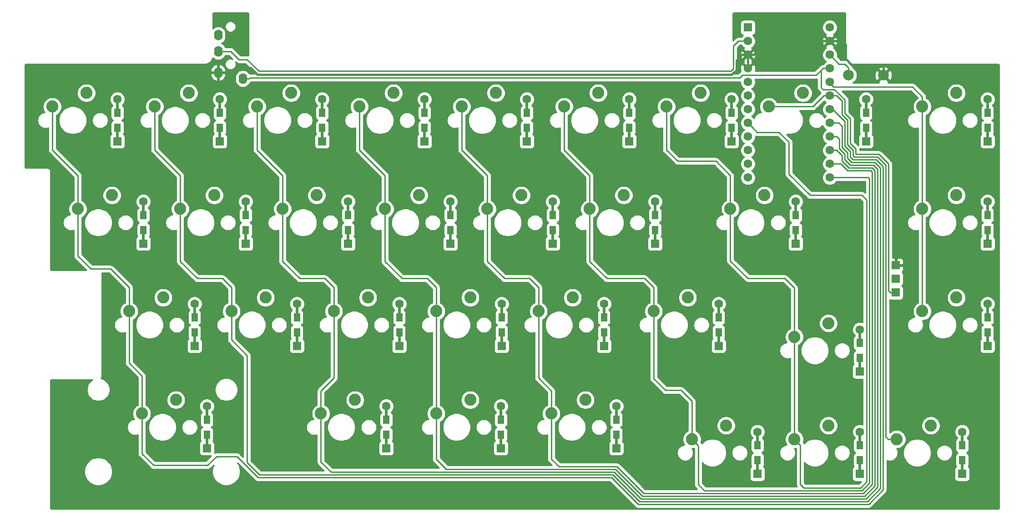
<source format=gbr>
G04 #@! TF.GenerationSoftware,KiCad,Pcbnew,(5.1.4)-1*
G04 #@! TF.CreationDate,2020-12-24T16:57:23-08:00*
G04 #@! TF.ProjectId,fracture-pcb-final,66726163-7475-4726-952d-7063622d6669,rev?*
G04 #@! TF.SameCoordinates,Original*
G04 #@! TF.FileFunction,Copper,L1,Top*
G04 #@! TF.FilePolarity,Positive*
%FSLAX46Y46*%
G04 Gerber Fmt 4.6, Leading zero omitted, Abs format (unit mm)*
G04 Created by KiCad (PCBNEW (5.1.4)-1) date 2020-12-24 16:57:23*
%MOMM*%
%LPD*%
G04 APERTURE LIST*
%ADD10C,1.600000*%
%ADD11R,1.600000X1.600000*%
%ADD12R,0.500000X2.900000*%
%ADD13R,1.200000X1.600000*%
%ADD14C,2.250000*%
%ADD15R,1.524000X1.524000*%
%ADD16C,2.000000*%
%ADD17O,1.600000X2.000000*%
%ADD18C,0.800000*%
%ADD19C,0.381000*%
%ADD20C,0.254000*%
G04 APERTURE END LIST*
D10*
X272669000Y-49403000D03*
X272669000Y-51943000D03*
X272669000Y-54483000D03*
X272669000Y-57023000D03*
X272669000Y-59563000D03*
X272669000Y-62103000D03*
X272669000Y-64643000D03*
X272669000Y-67183000D03*
X272669000Y-69723000D03*
X272669000Y-72263000D03*
X272669000Y-74803000D03*
X272669000Y-77343000D03*
X257429000Y-77343000D03*
X257429000Y-74803000D03*
X257429000Y-72263000D03*
X257429000Y-69723000D03*
X257429000Y-67183000D03*
X257429000Y-64643000D03*
X257429000Y-62103000D03*
X257429000Y-59563000D03*
X257429000Y-57023000D03*
X257429000Y-54483000D03*
X257429000Y-51943000D03*
D11*
X257429000Y-49403000D03*
D12*
X302006000Y-107275000D03*
X302006000Y-102275000D03*
D11*
X302006000Y-108675000D03*
D10*
X302006000Y-100875000D03*
D13*
X302006000Y-103375000D03*
X302006000Y-106175000D03*
D12*
X278257000Y-131087500D03*
X278257000Y-126087500D03*
D11*
X278257000Y-132487500D03*
D10*
X278257000Y-124687500D03*
D13*
X278257000Y-127187500D03*
X278257000Y-129987500D03*
D12*
X254381000Y-69175000D03*
X254381000Y-64175000D03*
D11*
X254381000Y-70575000D03*
D10*
X254381000Y-62775000D03*
D13*
X254381000Y-65275000D03*
X254381000Y-68075000D03*
D12*
X279400000Y-69175000D03*
X279400000Y-64175000D03*
D11*
X279400000Y-70575000D03*
D10*
X279400000Y-62775000D03*
D13*
X279400000Y-65275000D03*
X279400000Y-68075000D03*
D12*
X297307000Y-131087500D03*
X297307000Y-126087500D03*
D11*
X297307000Y-132487500D03*
D10*
X297307000Y-124687500D03*
D13*
X297307000Y-127187500D03*
X297307000Y-129987500D03*
D12*
X259207000Y-131087500D03*
X259207000Y-126087500D03*
D11*
X259207000Y-132487500D03*
D10*
X259207000Y-124687500D03*
D13*
X259207000Y-127187500D03*
X259207000Y-129987500D03*
D12*
X251968000Y-107275000D03*
X251968000Y-102275000D03*
D11*
X251968000Y-108675000D03*
D10*
X251968000Y-100875000D03*
D13*
X251968000Y-103375000D03*
X251968000Y-106175000D03*
D12*
X240157000Y-88225000D03*
X240157000Y-83225000D03*
D11*
X240157000Y-89625000D03*
D10*
X240157000Y-81825000D03*
D13*
X240157000Y-84325000D03*
X240157000Y-87125000D03*
D12*
X302006000Y-69175000D03*
X302006000Y-64175000D03*
D11*
X302006000Y-70575000D03*
D10*
X302006000Y-62775000D03*
D13*
X302006000Y-65275000D03*
X302006000Y-68075000D03*
D12*
X266319000Y-88225000D03*
X266319000Y-83225000D03*
D11*
X266319000Y-89625000D03*
D10*
X266319000Y-81825000D03*
D13*
X266319000Y-84325000D03*
X266319000Y-87125000D03*
D12*
X302006000Y-88225000D03*
X302006000Y-83225000D03*
D11*
X302006000Y-89625000D03*
D10*
X302006000Y-81825000D03*
D13*
X302006000Y-84325000D03*
X302006000Y-87125000D03*
D12*
X154432000Y-107275000D03*
X154432000Y-102275000D03*
D11*
X154432000Y-108675000D03*
D10*
X154432000Y-100875000D03*
D13*
X154432000Y-103375000D03*
X154432000Y-106175000D03*
D12*
X159131000Y-69175000D03*
X159131000Y-64175000D03*
D11*
X159131000Y-70575000D03*
D10*
X159131000Y-62775000D03*
D13*
X159131000Y-65275000D03*
X159131000Y-68075000D03*
D12*
X235331000Y-69175000D03*
X235331000Y-64175000D03*
D11*
X235331000Y-70575000D03*
D10*
X235331000Y-62775000D03*
D13*
X235331000Y-65275000D03*
X235331000Y-68075000D03*
D12*
X278257000Y-112037500D03*
X278257000Y-107037500D03*
D11*
X278257000Y-113437500D03*
D10*
X278257000Y-105637500D03*
D13*
X278257000Y-108137500D03*
X278257000Y-110937500D03*
D12*
X232918000Y-126325000D03*
X232918000Y-121325000D03*
D11*
X232918000Y-127725000D03*
D10*
X232918000Y-119925000D03*
D13*
X232918000Y-122425000D03*
X232918000Y-125225000D03*
D12*
X178181000Y-69175000D03*
X178181000Y-64175000D03*
D11*
X178181000Y-70575000D03*
D10*
X178181000Y-62775000D03*
D13*
X178181000Y-65275000D03*
X178181000Y-68075000D03*
D12*
X190119000Y-126325000D03*
X190119000Y-121325000D03*
D11*
X190119000Y-127725000D03*
D10*
X190119000Y-119925000D03*
D13*
X190119000Y-122425000D03*
X190119000Y-125225000D03*
D12*
X173482000Y-107275000D03*
X173482000Y-102275000D03*
D11*
X173482000Y-108675000D03*
D10*
X173482000Y-100875000D03*
D13*
X173482000Y-103375000D03*
X173482000Y-106175000D03*
D12*
X192532000Y-107275000D03*
X192532000Y-102275000D03*
D11*
X192532000Y-108675000D03*
D10*
X192532000Y-100875000D03*
D13*
X192532000Y-103375000D03*
X192532000Y-106175000D03*
D12*
X163957000Y-88225000D03*
X163957000Y-83225000D03*
D11*
X163957000Y-89625000D03*
D10*
X163957000Y-81825000D03*
D13*
X163957000Y-84325000D03*
X163957000Y-87125000D03*
D12*
X216281000Y-69175000D03*
X216281000Y-64175000D03*
D11*
X216281000Y-70575000D03*
D10*
X216281000Y-62775000D03*
D13*
X216281000Y-65275000D03*
X216281000Y-68075000D03*
D12*
X202057000Y-88225000D03*
X202057000Y-83225000D03*
D11*
X202057000Y-89625000D03*
D10*
X202057000Y-81825000D03*
D13*
X202057000Y-84325000D03*
X202057000Y-87125000D03*
D12*
X140081000Y-69175000D03*
X140081000Y-64175000D03*
D11*
X140081000Y-70575000D03*
D10*
X140081000Y-62775000D03*
D13*
X140081000Y-65275000D03*
X140081000Y-68075000D03*
D12*
X144907000Y-88225000D03*
X144907000Y-83225000D03*
D11*
X144907000Y-89625000D03*
D10*
X144907000Y-81825000D03*
D13*
X144907000Y-84325000D03*
X144907000Y-87125000D03*
D12*
X211455000Y-126325000D03*
X211455000Y-121325000D03*
D11*
X211455000Y-127725000D03*
D10*
X211455000Y-119925000D03*
D13*
X211455000Y-122425000D03*
X211455000Y-125225000D03*
D12*
X230632000Y-107275000D03*
X230632000Y-102275000D03*
D11*
X230632000Y-108675000D03*
D10*
X230632000Y-100875000D03*
D13*
X230632000Y-103375000D03*
X230632000Y-106175000D03*
D12*
X183007000Y-88225000D03*
X183007000Y-83225000D03*
D11*
X183007000Y-89625000D03*
D10*
X183007000Y-81825000D03*
D13*
X183007000Y-84325000D03*
X183007000Y-87125000D03*
D14*
X296227500Y-61595000D03*
X289877500Y-64135000D03*
D12*
X197231000Y-69175000D03*
X197231000Y-64175000D03*
D11*
X197231000Y-70575000D03*
D10*
X197231000Y-62775000D03*
D13*
X197231000Y-65275000D03*
X197231000Y-68075000D03*
D14*
X153352500Y-61595000D03*
X147002500Y-64135000D03*
D15*
X284956250Y-93662500D03*
X284956250Y-96162500D03*
X284956250Y-98762500D03*
D12*
X221107000Y-88225000D03*
X221107000Y-83225000D03*
D11*
X221107000Y-89625000D03*
D10*
X221107000Y-81825000D03*
D13*
X221107000Y-84325000D03*
X221107000Y-87125000D03*
D14*
X224790000Y-99695000D03*
X218440000Y-102235000D03*
X134302500Y-61595000D03*
X127952500Y-64135000D03*
D16*
X276150000Y-58293000D03*
X282650000Y-58293000D03*
D14*
X234315000Y-80645000D03*
X227965000Y-83185000D03*
D12*
X211582000Y-107275000D03*
X211582000Y-102275000D03*
D11*
X211582000Y-108675000D03*
D10*
X211582000Y-100875000D03*
D13*
X211582000Y-103375000D03*
X211582000Y-106175000D03*
D14*
X296227500Y-80645000D03*
X289877500Y-83185000D03*
D12*
X156718000Y-126325000D03*
X156718000Y-121325000D03*
D11*
X156718000Y-127725000D03*
D10*
X156718000Y-119925000D03*
D13*
X156718000Y-122425000D03*
X156718000Y-125225000D03*
D14*
X191452500Y-61595000D03*
X185102500Y-64135000D03*
X291465000Y-123507500D03*
X285115000Y-126047500D03*
X150971250Y-118745000D03*
X144621250Y-121285000D03*
X296227500Y-99695000D03*
X289877500Y-102235000D03*
D17*
X163431250Y-58925000D03*
X158831250Y-57825000D03*
X158831250Y-50825000D03*
X158831250Y-53825000D03*
D14*
X148590000Y-99695000D03*
X142240000Y-102235000D03*
X196215000Y-80645000D03*
X189865000Y-83185000D03*
X215265000Y-80645000D03*
X208915000Y-83185000D03*
X272415000Y-104457500D03*
X266065000Y-106997500D03*
X267652500Y-61595000D03*
X261302500Y-64135000D03*
X205740000Y-99695000D03*
X199390000Y-102235000D03*
X229552500Y-61595000D03*
X223202500Y-64135000D03*
X158115000Y-80645000D03*
X151765000Y-83185000D03*
X205740000Y-118745000D03*
X199390000Y-121285000D03*
X253365000Y-123507500D03*
X247015000Y-126047500D03*
X167640000Y-99695000D03*
X161290000Y-102235000D03*
X248602500Y-61595000D03*
X242252500Y-64135000D03*
X139065000Y-80645000D03*
X132715000Y-83185000D03*
X246221250Y-99695000D03*
X239871250Y-102235000D03*
X186690000Y-99695000D03*
X180340000Y-102235000D03*
X272415000Y-123507500D03*
X266065000Y-126047500D03*
X184308750Y-118745000D03*
X177958750Y-121285000D03*
X210502500Y-61595000D03*
X204152500Y-64135000D03*
X227171250Y-118745000D03*
X220821250Y-121285000D03*
X260508750Y-80645000D03*
X254158750Y-83185000D03*
X177165000Y-80645000D03*
X170815000Y-83185000D03*
X172402500Y-61595000D03*
X166052500Y-64135000D03*
D18*
X268287500Y-73818750D03*
X283368750Y-66675000D03*
X261937500Y-77787500D03*
X261937500Y-72231250D03*
X161131250Y-50800000D03*
X263525000Y-61118750D03*
D19*
X161377000Y-57825000D02*
X162319692Y-56882308D01*
X166143385Y-58166000D02*
X164859692Y-56882308D01*
X158831250Y-57825000D02*
X161377000Y-57825000D01*
X162319692Y-56882308D02*
X164859692Y-56882308D01*
X257429000Y-54483000D02*
X258560370Y-54483000D01*
X254392630Y-58166000D02*
X167132000Y-58166000D01*
X256297630Y-54483000D02*
X255270000Y-55510630D01*
X282650000Y-58293000D02*
X282650000Y-56844000D01*
X257429000Y-54483000D02*
X257429000Y-57023000D01*
X271272000Y-51943000D02*
X272669000Y-51943000D01*
X276733000Y-56388000D02*
X275590000Y-55245000D01*
X282650000Y-56844000D02*
X282194000Y-56388000D01*
X275590000Y-52578000D02*
X274955000Y-51943000D01*
X258560370Y-54483000D02*
X260084370Y-52959000D01*
X167132000Y-58166000D02*
X166143385Y-58166000D01*
X282194000Y-56388000D02*
X276733000Y-56388000D01*
X260084370Y-52959000D02*
X270256000Y-52959000D01*
X275590000Y-55245000D02*
X275590000Y-52578000D01*
X257429000Y-54483000D02*
X256297630Y-54483000D01*
X274955000Y-51943000D02*
X272669000Y-51943000D01*
X255270000Y-57288630D02*
X254392630Y-58166000D01*
X255270000Y-55510630D02*
X255270000Y-57288630D01*
X270256000Y-52959000D02*
X271272000Y-51943000D01*
D20*
X163640750Y-58801000D02*
X163431250Y-58591500D01*
X281813000Y-73025000D02*
X277495000Y-73025000D01*
X283940250Y-98762500D02*
X283591000Y-98413250D01*
X270129000Y-58293000D02*
X256413000Y-58293000D01*
X283591000Y-74803000D02*
X281813000Y-73025000D01*
X163431250Y-58925000D02*
X164595000Y-58925000D01*
X271018000Y-60522022D02*
X271018000Y-57404000D01*
X256413000Y-58293000D02*
X255905000Y-58801000D01*
X276479000Y-70993000D02*
X276479000Y-66421000D01*
X283591000Y-98413250D02*
X283591000Y-74803000D01*
X271427489Y-60931511D02*
X271018000Y-60522022D01*
X275463000Y-62865000D02*
X273529511Y-60931511D01*
X271018000Y-57404000D02*
X270129000Y-58293000D01*
X271018000Y-57404000D02*
X271399000Y-57023000D01*
X255905000Y-58801000D02*
X164719000Y-58801000D01*
X164595000Y-58925000D02*
X164719000Y-58801000D01*
X277495000Y-73025000D02*
X277495000Y-72009000D01*
X277495000Y-72009000D02*
X276479000Y-70993000D01*
X273529511Y-60931511D02*
X271427489Y-60931511D01*
X284956250Y-98762500D02*
X283940250Y-98762500D01*
X275463000Y-65405000D02*
X275463000Y-62865000D01*
X276479000Y-66421000D02*
X275463000Y-65405000D01*
X271399000Y-57023000D02*
X272669000Y-57023000D01*
X162702250Y-55372000D02*
X161234125Y-53903875D01*
X161155250Y-53825000D02*
X161234125Y-53903875D01*
X164211000Y-55372000D02*
X162702250Y-55372000D01*
X255651000Y-51943000D02*
X254752490Y-52841510D01*
X254254000Y-57531000D02*
X166370000Y-57531000D01*
X158831250Y-53825000D02*
X161155250Y-53825000D01*
X254752490Y-52841510D02*
X254752490Y-57032510D01*
X166370000Y-57531000D02*
X164211000Y-55372000D01*
X254752490Y-57032510D02*
X254254000Y-57531000D01*
X257429000Y-51943000D02*
X255651000Y-51943000D01*
X280035000Y-77597000D02*
X280035000Y-134239000D01*
X248158000Y-134493000D02*
X248158000Y-127254000D01*
X272669000Y-77343000D02*
X279781000Y-77343000D01*
X249301000Y-135636000D02*
X248158000Y-134493000D01*
X248139999Y-127235999D02*
X248139999Y-127172499D01*
X278638000Y-135636000D02*
X249301000Y-135636000D01*
X279781000Y-77343000D02*
X280035000Y-77597000D01*
X280035000Y-134239000D02*
X278638000Y-135636000D01*
X248158000Y-127254000D02*
X248139999Y-127235999D01*
X239871250Y-102235000D02*
X239871250Y-97821750D01*
X227965000Y-92964000D02*
X227965000Y-83185000D01*
X227965000Y-76962000D02*
X223202500Y-72199500D01*
X248139999Y-127172499D02*
X247015000Y-126047500D01*
X231140000Y-96139000D02*
X227965000Y-92964000D01*
X239871250Y-97821750D02*
X238188500Y-96139000D01*
X244983000Y-116967000D02*
X247015000Y-118999000D01*
X239871250Y-114776250D02*
X242062000Y-116967000D01*
X223202500Y-72199500D02*
X223202500Y-64135000D01*
X239871250Y-102235000D02*
X239871250Y-114776250D01*
X227965000Y-83185000D02*
X227965000Y-76962000D01*
X242062000Y-116967000D02*
X244983000Y-116967000D01*
X238188500Y-96139000D02*
X231140000Y-96139000D01*
X247015000Y-118999000D02*
X247015000Y-126047500D01*
X208915000Y-92964000D02*
X208915000Y-83185000D01*
X218440000Y-97790000D02*
X216789000Y-96139000D01*
X272669000Y-74803000D02*
X274701000Y-74803000D01*
X218440000Y-102235000D02*
X218440000Y-97790000D01*
X220821250Y-121285000D02*
X220821250Y-117062250D01*
X278892000Y-136144000D02*
X237998000Y-136144000D01*
X204152500Y-72199500D02*
X204152500Y-64135000D01*
X280289000Y-76073000D02*
X280543000Y-76327000D01*
X218440000Y-102235000D02*
X218440000Y-114681000D01*
X208915000Y-83185000D02*
X208915000Y-76962000D01*
X233045000Y-131191000D02*
X222250000Y-131191000D01*
X280543000Y-76327000D02*
X280543000Y-134493000D01*
X274701000Y-74803000D02*
X275971000Y-76073000D01*
X237998000Y-136144000D02*
X233045000Y-131191000D01*
X216789000Y-96139000D02*
X212090000Y-96139000D01*
X220821250Y-129762250D02*
X220821250Y-121285000D01*
X208915000Y-76962000D02*
X204152500Y-72199500D01*
X280543000Y-134493000D02*
X278892000Y-136144000D01*
X275971000Y-76073000D02*
X280289000Y-76073000D01*
X218440000Y-114681000D02*
X220821250Y-117062250D01*
X212090000Y-96139000D02*
X208915000Y-92964000D01*
X222250000Y-131191000D02*
X220821250Y-129762250D01*
X273939000Y-69723000D02*
X272669000Y-69723000D01*
X280797000Y-75057000D02*
X276479000Y-75057000D01*
X178689000Y-96139000D02*
X173990000Y-96139000D01*
X177958750Y-121285000D02*
X177958750Y-130333750D01*
X177958750Y-121285000D02*
X177958750Y-117062250D01*
X173990000Y-96139000D02*
X170815000Y-92964000D01*
X179832000Y-132207000D02*
X232537000Y-132207000D01*
X274447000Y-72009000D02*
X274447000Y-70231000D01*
X275463000Y-73025000D02*
X274447000Y-72009000D01*
X274447000Y-70231000D02*
X273939000Y-69723000D01*
X237490000Y-137160000D02*
X279400000Y-137160000D01*
X180340000Y-102235000D02*
X180340000Y-97790000D01*
X177958750Y-117062250D02*
X180340000Y-114681000D01*
X170815000Y-92964000D02*
X170815000Y-83185000D01*
X180340000Y-114681000D02*
X180340000Y-102235000D01*
X232537000Y-132207000D02*
X237490000Y-137160000D01*
X180340000Y-97790000D02*
X178689000Y-96139000D01*
X177958750Y-130333750D02*
X179832000Y-132207000D01*
X276479000Y-75057000D02*
X275463000Y-74041000D01*
X281559000Y-135001000D02*
X281559000Y-75819000D01*
X166052500Y-72199500D02*
X166052500Y-64135000D01*
X279400000Y-137160000D02*
X281559000Y-135001000D01*
X275463000Y-74041000D02*
X275463000Y-73025000D01*
X170815000Y-83185000D02*
X170815000Y-76962000D01*
X281559000Y-75819000D02*
X280797000Y-75057000D01*
X170815000Y-76962000D02*
X166052500Y-72199500D01*
X201295000Y-131699000D02*
X232791000Y-131699000D01*
X279146000Y-136652000D02*
X281051000Y-134747000D01*
X232791000Y-131699000D02*
X237744000Y-136652000D01*
X199390000Y-102235000D02*
X199390000Y-97790000D01*
X193040000Y-96139000D02*
X189865000Y-92964000D01*
X197739000Y-96139000D02*
X193040000Y-96139000D01*
X274955000Y-74295000D02*
X274955000Y-73279000D01*
X237744000Y-136652000D02*
X279146000Y-136652000D01*
X199390000Y-129794000D02*
X201295000Y-131699000D01*
X189865000Y-92964000D02*
X189865000Y-83185000D01*
X276225000Y-75565000D02*
X274955000Y-74295000D01*
X185102500Y-72199500D02*
X185102500Y-64135000D01*
X199390000Y-121285000D02*
X199390000Y-102235000D01*
X281051000Y-76073000D02*
X280543000Y-75565000D01*
X189865000Y-83185000D02*
X189865000Y-76962000D01*
X189865000Y-76962000D02*
X185102500Y-72199500D01*
X199390000Y-97790000D02*
X197739000Y-96139000D01*
X273939000Y-72263000D02*
X272669000Y-72263000D01*
X280543000Y-75565000D02*
X276225000Y-75565000D01*
X281051000Y-134747000D02*
X281051000Y-76073000D01*
X274955000Y-73279000D02*
X273939000Y-72263000D01*
X199390000Y-121285000D02*
X199390000Y-129794000D01*
X276987000Y-73279000D02*
X276987000Y-72263000D01*
X275971000Y-66675000D02*
X274955000Y-65659000D01*
X274955000Y-65659000D02*
X274955000Y-63119000D01*
X285115000Y-126047500D02*
X283524010Y-126047500D01*
X276987000Y-72263000D02*
X275971000Y-71247000D01*
X275971000Y-71247000D02*
X275971000Y-66675000D01*
X261302500Y-64135000D02*
X269505630Y-64135000D01*
X261620000Y-63817500D02*
X261302500Y-64135000D01*
X283524010Y-126047500D02*
X283083000Y-125606490D01*
X283083000Y-125606490D02*
X283083000Y-75057000D01*
X273939000Y-62103000D02*
X272669000Y-62103000D01*
X274955000Y-63119000D02*
X273939000Y-62103000D01*
X281559000Y-73533000D02*
X277241000Y-73533000D01*
X271537630Y-62103000D02*
X272669000Y-62103000D01*
X277241000Y-73533000D02*
X276987000Y-73279000D01*
X269505630Y-64135000D02*
X271537630Y-62103000D01*
X283083000Y-75057000D02*
X281559000Y-73533000D01*
X242252500Y-64135000D02*
X242252500Y-72199500D01*
X258228999Y-67982999D02*
X259143500Y-68897500D01*
X266065000Y-106997500D02*
X266065000Y-126047500D01*
X265049000Y-76708000D02*
X268986000Y-80645000D01*
X278638000Y-80645000D02*
X279527000Y-81534000D01*
X267843000Y-135128000D02*
X267189999Y-134474999D01*
X242252500Y-72199500D02*
X244348000Y-74295000D01*
X279527000Y-133985000D02*
X278384000Y-135128000D01*
X264287000Y-96139000D02*
X266065000Y-97917000D01*
X279527000Y-81534000D02*
X279527000Y-133985000D01*
X263207500Y-68897500D02*
X265049000Y-70739000D01*
X265049000Y-70739000D02*
X265049000Y-76708000D01*
X257429000Y-96139000D02*
X264287000Y-96139000D01*
X254158750Y-92868750D02*
X257429000Y-96139000D01*
X266065000Y-97917000D02*
X266065000Y-106997500D01*
X254158750Y-83185000D02*
X254158750Y-92868750D01*
X259143500Y-68897500D02*
X263207500Y-68897500D01*
X267189999Y-127172499D02*
X266065000Y-126047500D01*
X268986000Y-80645000D02*
X278638000Y-80645000D01*
X251460000Y-74295000D02*
X254158750Y-76993750D01*
X254158750Y-76993750D02*
X254158750Y-83185000D01*
X257429000Y-67183000D02*
X258228999Y-67982999D01*
X278384000Y-135128000D02*
X267843000Y-135128000D01*
X244348000Y-74295000D02*
X251460000Y-74295000D01*
X267189999Y-134474999D02*
X267189999Y-127172499D01*
X138811000Y-94361000D02*
X135128000Y-94361000D01*
X142240000Y-97790000D02*
X138811000Y-94361000D01*
X273177000Y-64643000D02*
X272669000Y-64643000D01*
X142240000Y-102235000D02*
X142240000Y-97790000D01*
X281305000Y-74041000D02*
X276987000Y-74041000D01*
X146812000Y-130937000D02*
X156845000Y-130937000D01*
X282575000Y-135509000D02*
X282575000Y-75311000D01*
X282575000Y-75311000D02*
X281305000Y-74041000D01*
X166243000Y-133223000D02*
X232029000Y-133223000D01*
X127952500Y-72199500D02*
X127952500Y-64135000D01*
X162306000Y-129286000D02*
X166243000Y-133223000D01*
X132715000Y-76962000D02*
X127952500Y-72199500D01*
X276479000Y-72517000D02*
X275463000Y-71501000D01*
X144621250Y-121285000D02*
X144621250Y-114268250D01*
X132715000Y-83185000D02*
X132715000Y-76962000D01*
X275463000Y-66929000D02*
X273177000Y-64643000D01*
X275463000Y-71501000D02*
X275463000Y-66929000D01*
X232029000Y-133223000D02*
X236982000Y-138176000D01*
X132715000Y-91948000D02*
X132715000Y-83185000D01*
X144621250Y-128746250D02*
X146812000Y-130937000D01*
X144621250Y-121285000D02*
X144621250Y-128746250D01*
X135128000Y-94361000D02*
X132715000Y-91948000D01*
X236982000Y-138176000D02*
X279908000Y-138176000D01*
X276987000Y-74041000D02*
X276479000Y-73533000D01*
X156845000Y-130937000D02*
X158496000Y-129286000D01*
X276479000Y-73533000D02*
X276479000Y-72517000D01*
X279908000Y-138176000D02*
X282575000Y-135509000D01*
X142240000Y-111887000D02*
X142240000Y-102235000D01*
X158496000Y-129286000D02*
X162306000Y-129286000D01*
X144621250Y-114268250D02*
X142240000Y-111887000D01*
X147002500Y-72199500D02*
X147002500Y-64135000D01*
X151765000Y-83185000D02*
X151765000Y-76962000D01*
X279654000Y-137668000D02*
X237236000Y-137668000D01*
X275971000Y-73787000D02*
X276733000Y-74549000D01*
X274320000Y-67183000D02*
X274955000Y-67818000D01*
X161290000Y-97790000D02*
X159639000Y-96139000D01*
X161290000Y-102235000D02*
X161290000Y-97790000D01*
X151765000Y-92964000D02*
X151765000Y-83185000D01*
X154940000Y-96139000D02*
X151765000Y-92964000D01*
X282067000Y-75565000D02*
X282067000Y-135255000D01*
X159639000Y-96139000D02*
X154940000Y-96139000D01*
X232283000Y-132715000D02*
X166497000Y-132715000D01*
X272669000Y-67183000D02*
X274320000Y-67183000D01*
X151765000Y-76962000D02*
X147002500Y-72199500D01*
X274955000Y-67818000D02*
X274955000Y-71755000D01*
X282067000Y-135255000D02*
X279654000Y-137668000D01*
X274955000Y-71755000D02*
X275971000Y-72771000D01*
X161290000Y-107569000D02*
X161290000Y-102235000D01*
X164211000Y-110490000D02*
X161290000Y-107569000D01*
X164211000Y-130429000D02*
X164211000Y-110490000D01*
X276733000Y-74549000D02*
X281051000Y-74549000D01*
X275971000Y-72771000D02*
X275971000Y-73787000D01*
X166497000Y-132715000D02*
X164211000Y-130429000D01*
X281051000Y-74549000D02*
X282067000Y-75565000D01*
X237236000Y-137668000D02*
X232283000Y-132715000D01*
X289877500Y-85216038D02*
X289877500Y-83185000D01*
X272669000Y-59563000D02*
X272669000Y-59817000D01*
X289877500Y-62293500D02*
X289877500Y-64135000D01*
X288061501Y-60477501D02*
X289877500Y-62293500D01*
X273532499Y-60477501D02*
X288061501Y-60477501D01*
X272669000Y-59817000D02*
X273329501Y-60477501D01*
X289877500Y-102235000D02*
X289877500Y-85216038D01*
X273532499Y-60477501D02*
X273456501Y-60477501D01*
X273329501Y-60477501D02*
X273532499Y-60477501D01*
X289877500Y-64135000D02*
X289877500Y-83185000D01*
X276150000Y-58293000D02*
X276150000Y-56878787D01*
X274383500Y-56197500D02*
X272669000Y-54483000D01*
X276150000Y-56878787D02*
X275468713Y-56197500D01*
X275468713Y-56197500D02*
X274383500Y-56197500D01*
G36*
X276461727Y-56108148D02*
G01*
X276516710Y-56131714D01*
X276525513Y-56134439D01*
X276673814Y-56179214D01*
X276732517Y-56190837D01*
X276791006Y-56203270D01*
X276800171Y-56204233D01*
X276954344Y-56219350D01*
X276954348Y-56219350D01*
X276986331Y-56222500D01*
X303973971Y-56222500D01*
X304031612Y-56228152D01*
X304056013Y-56235519D01*
X304078515Y-56247483D01*
X304098264Y-56263591D01*
X304114509Y-56283227D01*
X304126633Y-56305651D01*
X304134168Y-56329992D01*
X304140001Y-56385485D01*
X304140000Y-138873971D01*
X304134348Y-138931614D01*
X304126982Y-138956010D01*
X304115016Y-138978516D01*
X304098909Y-138998264D01*
X304079273Y-139014509D01*
X304056849Y-139026633D01*
X304032508Y-139034168D01*
X303977025Y-139040000D01*
X127826029Y-139040000D01*
X127768386Y-139034348D01*
X127743990Y-139026982D01*
X127721484Y-139015016D01*
X127701736Y-138998909D01*
X127685491Y-138979273D01*
X127673367Y-138956849D01*
X127665832Y-138932508D01*
X127660000Y-138877025D01*
X127660000Y-131821076D01*
X133896100Y-131821076D01*
X133896100Y-132338924D01*
X133997127Y-132846822D01*
X134195299Y-133325251D01*
X134483000Y-133755826D01*
X134849174Y-134122000D01*
X135279749Y-134409701D01*
X135758178Y-134607873D01*
X136266076Y-134708900D01*
X136783924Y-134708900D01*
X137291822Y-134607873D01*
X137770251Y-134409701D01*
X138200826Y-134122000D01*
X138567000Y-133755826D01*
X138854701Y-133325251D01*
X139052873Y-132846822D01*
X139153900Y-132338924D01*
X139153900Y-131821076D01*
X139052873Y-131313178D01*
X138854701Y-130834749D01*
X138567000Y-130404174D01*
X138200826Y-130038000D01*
X137770251Y-129750299D01*
X137291822Y-129552127D01*
X136783924Y-129451100D01*
X136266076Y-129451100D01*
X135758178Y-129552127D01*
X135279749Y-129750299D01*
X134849174Y-130038000D01*
X134483000Y-130404174D01*
X134195299Y-130834749D01*
X133997127Y-131313178D01*
X133896100Y-131821076D01*
X127660000Y-131821076D01*
X127660000Y-115126029D01*
X127665652Y-115068388D01*
X127673019Y-115043987D01*
X127684983Y-115021485D01*
X127701091Y-115001736D01*
X127720727Y-114985491D01*
X127743151Y-114973367D01*
X127767492Y-114965832D01*
X127822976Y-114960000D01*
X135452522Y-114960000D01*
X135148718Y-115162996D01*
X134847996Y-115463718D01*
X134611719Y-115817330D01*
X134448970Y-116210243D01*
X134366000Y-116627357D01*
X134366000Y-117052643D01*
X134448970Y-117469757D01*
X134611719Y-117862670D01*
X134847996Y-118216282D01*
X135148718Y-118517004D01*
X135502330Y-118753281D01*
X135895243Y-118916030D01*
X136312357Y-118999000D01*
X136737643Y-118999000D01*
X137154757Y-118916030D01*
X137547670Y-118753281D01*
X137901282Y-118517004D01*
X138202004Y-118216282D01*
X138438281Y-117862670D01*
X138601030Y-117469757D01*
X138684000Y-117052643D01*
X138684000Y-116627357D01*
X138601030Y-116210243D01*
X138438281Y-115817330D01*
X138202004Y-115463718D01*
X137901282Y-115162996D01*
X137547670Y-114926719D01*
X137154757Y-114763970D01*
X137020027Y-114737170D01*
X137076425Y-114668450D01*
X137137710Y-114553793D01*
X137175450Y-114429383D01*
X137188193Y-114300000D01*
X137185000Y-114267581D01*
X137185000Y-95282419D01*
X137188193Y-95250000D01*
X137175685Y-95123000D01*
X138495370Y-95123000D01*
X141478001Y-98105632D01*
X141478000Y-100645620D01*
X141406327Y-100675308D01*
X141118065Y-100867919D01*
X140872919Y-101113065D01*
X140680308Y-101401327D01*
X140547636Y-101721627D01*
X140480000Y-102061655D01*
X140480000Y-102408345D01*
X140547636Y-102748373D01*
X140680308Y-103068673D01*
X140812638Y-103266719D01*
X140529549Y-103323029D01*
X140254747Y-103436856D01*
X140007431Y-103602107D01*
X139797107Y-103812431D01*
X139631856Y-104059747D01*
X139518029Y-104334549D01*
X139460000Y-104626278D01*
X139460000Y-104923722D01*
X139518029Y-105215451D01*
X139631856Y-105490253D01*
X139797107Y-105737569D01*
X140007431Y-105947893D01*
X140254747Y-106113144D01*
X140529549Y-106226971D01*
X140821278Y-106285000D01*
X141118722Y-106285000D01*
X141410451Y-106226971D01*
X141478001Y-106198991D01*
X141478000Y-111849577D01*
X141474314Y-111887000D01*
X141478000Y-111924423D01*
X141478000Y-111924425D01*
X141489026Y-112036377D01*
X141532598Y-112180014D01*
X141532599Y-112180015D01*
X141603355Y-112312392D01*
X141642983Y-112360678D01*
X141698578Y-112428422D01*
X141727654Y-112452284D01*
X143859251Y-114583882D01*
X143859250Y-119695620D01*
X143787577Y-119725308D01*
X143499315Y-119917919D01*
X143254169Y-120163065D01*
X143061558Y-120451327D01*
X142928886Y-120771627D01*
X142861250Y-121111655D01*
X142861250Y-121458345D01*
X142928886Y-121798373D01*
X143061558Y-122118673D01*
X143193888Y-122316719D01*
X142910799Y-122373029D01*
X142635997Y-122486856D01*
X142388681Y-122652107D01*
X142178357Y-122862431D01*
X142013106Y-123109747D01*
X141899279Y-123384549D01*
X141841250Y-123676278D01*
X141841250Y-123973722D01*
X141899279Y-124265451D01*
X142013106Y-124540253D01*
X142178357Y-124787569D01*
X142388681Y-124997893D01*
X142635997Y-125163144D01*
X142910799Y-125276971D01*
X143202528Y-125335000D01*
X143499972Y-125335000D01*
X143791701Y-125276971D01*
X143859251Y-125248991D01*
X143859251Y-128708817D01*
X143855564Y-128746250D01*
X143870277Y-128895628D01*
X143913849Y-129039265D01*
X143984605Y-129171642D01*
X144031449Y-129228721D01*
X144079829Y-129287672D01*
X144108899Y-129311529D01*
X146246721Y-131449352D01*
X146270578Y-131478422D01*
X146386608Y-131573645D01*
X146518985Y-131644402D01*
X146662622Y-131687974D01*
X146774574Y-131699000D01*
X146774576Y-131699000D01*
X146811999Y-131702686D01*
X146849422Y-131699000D01*
X156807577Y-131699000D01*
X156845000Y-131702686D01*
X156882423Y-131699000D01*
X156882426Y-131699000D01*
X156994378Y-131687974D01*
X157138015Y-131644402D01*
X157270392Y-131573645D01*
X157386422Y-131478422D01*
X157410284Y-131449346D01*
X157995720Y-130863910D01*
X157809627Y-131313178D01*
X157708600Y-131821076D01*
X157708600Y-132338924D01*
X157809627Y-132846822D01*
X158007799Y-133325251D01*
X158295500Y-133755826D01*
X158661674Y-134122000D01*
X159092249Y-134409701D01*
X159570678Y-134607873D01*
X160078576Y-134708900D01*
X160596424Y-134708900D01*
X161104322Y-134607873D01*
X161582751Y-134409701D01*
X162013326Y-134122000D01*
X162379500Y-133755826D01*
X162667201Y-133325251D01*
X162865373Y-132846822D01*
X162966400Y-132338924D01*
X162966400Y-131821076D01*
X162865373Y-131313178D01*
X162667201Y-130834749D01*
X162445863Y-130503493D01*
X165677720Y-133735351D01*
X165701578Y-133764422D01*
X165730648Y-133788279D01*
X165817607Y-133859645D01*
X165888364Y-133897465D01*
X165949985Y-133930402D01*
X166093622Y-133973974D01*
X166205574Y-133985000D01*
X166205577Y-133985000D01*
X166243000Y-133988686D01*
X166280423Y-133985000D01*
X231713370Y-133985000D01*
X236416721Y-138688352D01*
X236440578Y-138717422D01*
X236469648Y-138741279D01*
X236556607Y-138812645D01*
X236605252Y-138838646D01*
X236688985Y-138883402D01*
X236832622Y-138926974D01*
X236944574Y-138938000D01*
X236944577Y-138938000D01*
X236982000Y-138941686D01*
X237019423Y-138938000D01*
X279870577Y-138938000D01*
X279908000Y-138941686D01*
X279945423Y-138938000D01*
X279945426Y-138938000D01*
X280057378Y-138926974D01*
X280201015Y-138883402D01*
X280333392Y-138812645D01*
X280449422Y-138717422D01*
X280473284Y-138688346D01*
X283087347Y-136074283D01*
X283116422Y-136050422D01*
X283188658Y-135962402D01*
X283211645Y-135934393D01*
X283256227Y-135850985D01*
X283282402Y-135802015D01*
X283325974Y-135658378D01*
X283337000Y-135546426D01*
X283337000Y-135546423D01*
X283340686Y-135509000D01*
X283337000Y-135471577D01*
X283337000Y-131687500D01*
X295868928Y-131687500D01*
X295868928Y-133287500D01*
X295881188Y-133411982D01*
X295917498Y-133531680D01*
X295976463Y-133641994D01*
X296055815Y-133738685D01*
X296152506Y-133818037D01*
X296262820Y-133877002D01*
X296382518Y-133913312D01*
X296507000Y-133925572D01*
X298107000Y-133925572D01*
X298231482Y-133913312D01*
X298351180Y-133877002D01*
X298461494Y-133818037D01*
X298558185Y-133738685D01*
X298637537Y-133641994D01*
X298696502Y-133531680D01*
X298732812Y-133411982D01*
X298745072Y-133287500D01*
X298745072Y-131687500D01*
X298732812Y-131563018D01*
X298696502Y-131443320D01*
X298637537Y-131333006D01*
X298558185Y-131236315D01*
X298461494Y-131156963D01*
X298436303Y-131143498D01*
X298437537Y-131141994D01*
X298496502Y-131031680D01*
X298532812Y-130911982D01*
X298545072Y-130787500D01*
X298545072Y-129187500D01*
X298532812Y-129063018D01*
X298496502Y-128943320D01*
X298437537Y-128833006D01*
X298358185Y-128736315D01*
X298261494Y-128656963D01*
X298151180Y-128597998D01*
X298116573Y-128587500D01*
X298151180Y-128577002D01*
X298261494Y-128518037D01*
X298358185Y-128438685D01*
X298437537Y-128341994D01*
X298496502Y-128231680D01*
X298532812Y-128111982D01*
X298545072Y-127987500D01*
X298545072Y-126387500D01*
X298532812Y-126263018D01*
X298496502Y-126143320D01*
X298437537Y-126033006D01*
X298358185Y-125936315D01*
X298261494Y-125856963D01*
X298195072Y-125821459D01*
X298195072Y-125819969D01*
X298221759Y-125802137D01*
X298421637Y-125602259D01*
X298578680Y-125367227D01*
X298686853Y-125106074D01*
X298742000Y-124828835D01*
X298742000Y-124546165D01*
X298686853Y-124268926D01*
X298578680Y-124007773D01*
X298421637Y-123772741D01*
X298221759Y-123572863D01*
X297986727Y-123415820D01*
X297725574Y-123307647D01*
X297448335Y-123252500D01*
X297165665Y-123252500D01*
X296888426Y-123307647D01*
X296627273Y-123415820D01*
X296392241Y-123572863D01*
X296192363Y-123772741D01*
X296035320Y-124007773D01*
X295927147Y-124268926D01*
X295872000Y-124546165D01*
X295872000Y-124828835D01*
X295927147Y-125106074D01*
X296035320Y-125367227D01*
X296192363Y-125602259D01*
X296392241Y-125802137D01*
X296418928Y-125819969D01*
X296418928Y-125821459D01*
X296352506Y-125856963D01*
X296255815Y-125936315D01*
X296176463Y-126033006D01*
X296117498Y-126143320D01*
X296081188Y-126263018D01*
X296068928Y-126387500D01*
X296068928Y-127987500D01*
X296081188Y-128111982D01*
X296117498Y-128231680D01*
X296176463Y-128341994D01*
X296255815Y-128438685D01*
X296352506Y-128518037D01*
X296462820Y-128577002D01*
X296497427Y-128587500D01*
X296462820Y-128597998D01*
X296352506Y-128656963D01*
X296255815Y-128736315D01*
X296176463Y-128833006D01*
X296117498Y-128943320D01*
X296081188Y-129063018D01*
X296068928Y-129187500D01*
X296068928Y-130787500D01*
X296081188Y-130911982D01*
X296117498Y-131031680D01*
X296176463Y-131141994D01*
X296177697Y-131143498D01*
X296152506Y-131156963D01*
X296055815Y-131236315D01*
X295976463Y-131333006D01*
X295917498Y-131443320D01*
X295881188Y-131563018D01*
X295868928Y-131687500D01*
X283337000Y-131687500D01*
X283337000Y-130011491D01*
X283404549Y-130039471D01*
X283696278Y-130097500D01*
X283993722Y-130097500D01*
X284285451Y-130039471D01*
X284560253Y-129925644D01*
X284807569Y-129760393D01*
X285017893Y-129550069D01*
X285183144Y-129302753D01*
X285296971Y-129027951D01*
X285355000Y-128736222D01*
X285355000Y-128438778D01*
X285333080Y-128328576D01*
X286296100Y-128328576D01*
X286296100Y-128846424D01*
X286397127Y-129354322D01*
X286595299Y-129832751D01*
X286883000Y-130263326D01*
X287249174Y-130629500D01*
X287679749Y-130917201D01*
X288158178Y-131115373D01*
X288666076Y-131216400D01*
X289183924Y-131216400D01*
X289691822Y-131115373D01*
X290170251Y-130917201D01*
X290600826Y-130629500D01*
X290967000Y-130263326D01*
X291254701Y-129832751D01*
X291452873Y-129354322D01*
X291553900Y-128846424D01*
X291553900Y-128438778D01*
X292495000Y-128438778D01*
X292495000Y-128736222D01*
X292553029Y-129027951D01*
X292666856Y-129302753D01*
X292832107Y-129550069D01*
X293042431Y-129760393D01*
X293289747Y-129925644D01*
X293564549Y-130039471D01*
X293856278Y-130097500D01*
X294153722Y-130097500D01*
X294445451Y-130039471D01*
X294720253Y-129925644D01*
X294967569Y-129760393D01*
X295177893Y-129550069D01*
X295343144Y-129302753D01*
X295456971Y-129027951D01*
X295515000Y-128736222D01*
X295515000Y-128438778D01*
X295456971Y-128147049D01*
X295343144Y-127872247D01*
X295177893Y-127624931D01*
X294967569Y-127414607D01*
X294720253Y-127249356D01*
X294445451Y-127135529D01*
X294153722Y-127077500D01*
X293856278Y-127077500D01*
X293564549Y-127135529D01*
X293289747Y-127249356D01*
X293042431Y-127414607D01*
X292832107Y-127624931D01*
X292666856Y-127872247D01*
X292553029Y-128147049D01*
X292495000Y-128438778D01*
X291553900Y-128438778D01*
X291553900Y-128328576D01*
X291452873Y-127820678D01*
X291254701Y-127342249D01*
X290967000Y-126911674D01*
X290600826Y-126545500D01*
X290170251Y-126257799D01*
X289691822Y-126059627D01*
X289183924Y-125958600D01*
X288666076Y-125958600D01*
X288158178Y-126059627D01*
X287679749Y-126257799D01*
X287249174Y-126545500D01*
X286883000Y-126911674D01*
X286595299Y-127342249D01*
X286397127Y-127820678D01*
X286296100Y-128328576D01*
X285333080Y-128328576D01*
X285296971Y-128147049D01*
X285183144Y-127872247D01*
X285139882Y-127807500D01*
X285288345Y-127807500D01*
X285628373Y-127739864D01*
X285948673Y-127607192D01*
X286236935Y-127414581D01*
X286482081Y-127169435D01*
X286674692Y-126881173D01*
X286807364Y-126560873D01*
X286875000Y-126220845D01*
X286875000Y-125874155D01*
X286807364Y-125534127D01*
X286674692Y-125213827D01*
X286482081Y-124925565D01*
X286236935Y-124680419D01*
X285948673Y-124487808D01*
X285628373Y-124355136D01*
X285288345Y-124287500D01*
X284941655Y-124287500D01*
X284601627Y-124355136D01*
X284281327Y-124487808D01*
X283993065Y-124680419D01*
X283845000Y-124828484D01*
X283845000Y-123334155D01*
X289705000Y-123334155D01*
X289705000Y-123680845D01*
X289772636Y-124020873D01*
X289905308Y-124341173D01*
X290097919Y-124629435D01*
X290343065Y-124874581D01*
X290631327Y-125067192D01*
X290951627Y-125199864D01*
X291291655Y-125267500D01*
X291638345Y-125267500D01*
X291978373Y-125199864D01*
X292298673Y-125067192D01*
X292586935Y-124874581D01*
X292832081Y-124629435D01*
X293024692Y-124341173D01*
X293157364Y-124020873D01*
X293225000Y-123680845D01*
X293225000Y-123334155D01*
X293157364Y-122994127D01*
X293024692Y-122673827D01*
X292832081Y-122385565D01*
X292586935Y-122140419D01*
X292298673Y-121947808D01*
X291978373Y-121815136D01*
X291638345Y-121747500D01*
X291291655Y-121747500D01*
X290951627Y-121815136D01*
X290631327Y-121947808D01*
X290343065Y-122140419D01*
X290097919Y-122385565D01*
X289905308Y-122673827D01*
X289772636Y-122994127D01*
X289705000Y-123334155D01*
X283845000Y-123334155D01*
X283845000Y-107875000D01*
X300567928Y-107875000D01*
X300567928Y-109475000D01*
X300580188Y-109599482D01*
X300616498Y-109719180D01*
X300675463Y-109829494D01*
X300754815Y-109926185D01*
X300851506Y-110005537D01*
X300961820Y-110064502D01*
X301081518Y-110100812D01*
X301206000Y-110113072D01*
X302806000Y-110113072D01*
X302930482Y-110100812D01*
X303050180Y-110064502D01*
X303160494Y-110005537D01*
X303257185Y-109926185D01*
X303336537Y-109829494D01*
X303395502Y-109719180D01*
X303431812Y-109599482D01*
X303444072Y-109475000D01*
X303444072Y-107875000D01*
X303431812Y-107750518D01*
X303395502Y-107630820D01*
X303336537Y-107520506D01*
X303257185Y-107423815D01*
X303160494Y-107344463D01*
X303135303Y-107330998D01*
X303136537Y-107329494D01*
X303195502Y-107219180D01*
X303231812Y-107099482D01*
X303244072Y-106975000D01*
X303244072Y-105375000D01*
X303231812Y-105250518D01*
X303195502Y-105130820D01*
X303136537Y-105020506D01*
X303057185Y-104923815D01*
X302960494Y-104844463D01*
X302850180Y-104785498D01*
X302815573Y-104775000D01*
X302850180Y-104764502D01*
X302960494Y-104705537D01*
X303057185Y-104626185D01*
X303136537Y-104529494D01*
X303195502Y-104419180D01*
X303231812Y-104299482D01*
X303244072Y-104175000D01*
X303244072Y-102575000D01*
X303231812Y-102450518D01*
X303195502Y-102330820D01*
X303136537Y-102220506D01*
X303057185Y-102123815D01*
X302960494Y-102044463D01*
X302894072Y-102008959D01*
X302894072Y-102007469D01*
X302920759Y-101989637D01*
X303120637Y-101789759D01*
X303277680Y-101554727D01*
X303385853Y-101293574D01*
X303441000Y-101016335D01*
X303441000Y-100733665D01*
X303385853Y-100456426D01*
X303277680Y-100195273D01*
X303120637Y-99960241D01*
X302920759Y-99760363D01*
X302685727Y-99603320D01*
X302424574Y-99495147D01*
X302147335Y-99440000D01*
X301864665Y-99440000D01*
X301587426Y-99495147D01*
X301326273Y-99603320D01*
X301091241Y-99760363D01*
X300891363Y-99960241D01*
X300734320Y-100195273D01*
X300626147Y-100456426D01*
X300571000Y-100733665D01*
X300571000Y-101016335D01*
X300626147Y-101293574D01*
X300734320Y-101554727D01*
X300891363Y-101789759D01*
X301091241Y-101989637D01*
X301117928Y-102007469D01*
X301117928Y-102008959D01*
X301051506Y-102044463D01*
X300954815Y-102123815D01*
X300875463Y-102220506D01*
X300816498Y-102330820D01*
X300780188Y-102450518D01*
X300767928Y-102575000D01*
X300767928Y-104175000D01*
X300780188Y-104299482D01*
X300816498Y-104419180D01*
X300875463Y-104529494D01*
X300954815Y-104626185D01*
X301051506Y-104705537D01*
X301161820Y-104764502D01*
X301196427Y-104775000D01*
X301161820Y-104785498D01*
X301051506Y-104844463D01*
X300954815Y-104923815D01*
X300875463Y-105020506D01*
X300816498Y-105130820D01*
X300780188Y-105250518D01*
X300767928Y-105375000D01*
X300767928Y-106975000D01*
X300780188Y-107099482D01*
X300816498Y-107219180D01*
X300875463Y-107329494D01*
X300876697Y-107330998D01*
X300851506Y-107344463D01*
X300754815Y-107423815D01*
X300675463Y-107520506D01*
X300616498Y-107630820D01*
X300580188Y-107750518D01*
X300567928Y-107875000D01*
X283845000Y-107875000D01*
X283845000Y-100057840D01*
X283950070Y-100114002D01*
X284069768Y-100150312D01*
X284194250Y-100162572D01*
X285718250Y-100162572D01*
X285842732Y-100150312D01*
X285962430Y-100114002D01*
X286072744Y-100055037D01*
X286169435Y-99975685D01*
X286248787Y-99878994D01*
X286307752Y-99768680D01*
X286344062Y-99648982D01*
X286356322Y-99524500D01*
X286356322Y-98000500D01*
X286344062Y-97876018D01*
X286307752Y-97756320D01*
X286248787Y-97646006D01*
X286169435Y-97549315D01*
X286072744Y-97469963D01*
X286058782Y-97462500D01*
X286072744Y-97455037D01*
X286169435Y-97375685D01*
X286248787Y-97278994D01*
X286307752Y-97168680D01*
X286344062Y-97048982D01*
X286356322Y-96924500D01*
X286356322Y-95400500D01*
X286344062Y-95276018D01*
X286307752Y-95156320D01*
X286248787Y-95046006D01*
X286169435Y-94949315D01*
X286124576Y-94912500D01*
X286169435Y-94875685D01*
X286248787Y-94778994D01*
X286307752Y-94668680D01*
X286344062Y-94548982D01*
X286356322Y-94424500D01*
X286353250Y-93948250D01*
X286194500Y-93789500D01*
X285083250Y-93789500D01*
X285083250Y-93809500D01*
X284829250Y-93809500D01*
X284829250Y-93789500D01*
X284809250Y-93789500D01*
X284809250Y-93535500D01*
X284829250Y-93535500D01*
X284829250Y-92424250D01*
X285083250Y-92424250D01*
X285083250Y-93535500D01*
X286194500Y-93535500D01*
X286353250Y-93376750D01*
X286356322Y-92900500D01*
X286344062Y-92776018D01*
X286307752Y-92656320D01*
X286248787Y-92546006D01*
X286169435Y-92449315D01*
X286072744Y-92369963D01*
X285962430Y-92310998D01*
X285842732Y-92274688D01*
X285718250Y-92262428D01*
X285242000Y-92265500D01*
X285083250Y-92424250D01*
X284829250Y-92424250D01*
X284670500Y-92265500D01*
X284353000Y-92263452D01*
X284353000Y-74840423D01*
X284356686Y-74803000D01*
X284353000Y-74765574D01*
X284341974Y-74653622D01*
X284298402Y-74509985D01*
X284239412Y-74399622D01*
X284227645Y-74377607D01*
X284163421Y-74299351D01*
X284132422Y-74261578D01*
X284103346Y-74237716D01*
X282378284Y-72512654D01*
X282354422Y-72483578D01*
X282238392Y-72388355D01*
X282106015Y-72317598D01*
X281962378Y-72274026D01*
X281850426Y-72263000D01*
X281850423Y-72263000D01*
X281813000Y-72259314D01*
X281775577Y-72263000D01*
X278257000Y-72263000D01*
X278257000Y-72046423D01*
X278260686Y-72009000D01*
X278257000Y-71971574D01*
X278250773Y-71908353D01*
X278355820Y-71964502D01*
X278475518Y-72000812D01*
X278600000Y-72013072D01*
X280200000Y-72013072D01*
X280324482Y-72000812D01*
X280444180Y-71964502D01*
X280554494Y-71905537D01*
X280651185Y-71826185D01*
X280730537Y-71729494D01*
X280789502Y-71619180D01*
X280825812Y-71499482D01*
X280838072Y-71375000D01*
X280838072Y-69775000D01*
X280825812Y-69650518D01*
X280789502Y-69530820D01*
X280730537Y-69420506D01*
X280651185Y-69323815D01*
X280554494Y-69244463D01*
X280529303Y-69230998D01*
X280530537Y-69229494D01*
X280589502Y-69119180D01*
X280625812Y-68999482D01*
X280638072Y-68875000D01*
X280638072Y-67275000D01*
X280625812Y-67150518D01*
X280589502Y-67030820D01*
X280530537Y-66920506D01*
X280451185Y-66823815D01*
X280354494Y-66744463D01*
X280244180Y-66685498D01*
X280209573Y-66675000D01*
X280244180Y-66664502D01*
X280354494Y-66605537D01*
X280451185Y-66526185D01*
X280530537Y-66429494D01*
X280589502Y-66319180D01*
X280625812Y-66199482D01*
X280638072Y-66075000D01*
X280638072Y-64475000D01*
X280625812Y-64350518D01*
X280589502Y-64230820D01*
X280530537Y-64120506D01*
X280451185Y-64023815D01*
X280354494Y-63944463D01*
X280288072Y-63908959D01*
X280288072Y-63907469D01*
X280314759Y-63889637D01*
X280514637Y-63689759D01*
X280671680Y-63454727D01*
X280779853Y-63193574D01*
X280835000Y-62916335D01*
X280835000Y-62633665D01*
X280779853Y-62356426D01*
X280671680Y-62095273D01*
X280514637Y-61860241D01*
X280314759Y-61660363D01*
X280079727Y-61503320D01*
X279818574Y-61395147D01*
X279541335Y-61340000D01*
X279258665Y-61340000D01*
X278981426Y-61395147D01*
X278720273Y-61503320D01*
X278485241Y-61660363D01*
X278285363Y-61860241D01*
X278128320Y-62095273D01*
X278020147Y-62356426D01*
X277965000Y-62633665D01*
X277965000Y-62916335D01*
X278020147Y-63193574D01*
X278128320Y-63454727D01*
X278285363Y-63689759D01*
X278485241Y-63889637D01*
X278511928Y-63907469D01*
X278511928Y-63908959D01*
X278445506Y-63944463D01*
X278348815Y-64023815D01*
X278269463Y-64120506D01*
X278210498Y-64230820D01*
X278174188Y-64350518D01*
X278161928Y-64475000D01*
X278161928Y-66075000D01*
X278174188Y-66199482D01*
X278210498Y-66319180D01*
X278269463Y-66429494D01*
X278348815Y-66526185D01*
X278445506Y-66605537D01*
X278555820Y-66664502D01*
X278590427Y-66675000D01*
X278555820Y-66685498D01*
X278445506Y-66744463D01*
X278348815Y-66823815D01*
X278269463Y-66920506D01*
X278210498Y-67030820D01*
X278174188Y-67150518D01*
X278161928Y-67275000D01*
X278161928Y-68875000D01*
X278174188Y-68999482D01*
X278210498Y-69119180D01*
X278269463Y-69229494D01*
X278270697Y-69230998D01*
X278245506Y-69244463D01*
X278148815Y-69323815D01*
X278069463Y-69420506D01*
X278010498Y-69530820D01*
X277974188Y-69650518D01*
X277961928Y-69775000D01*
X277961928Y-71375000D01*
X277964473Y-71400842D01*
X277241000Y-70677370D01*
X277241000Y-66458423D01*
X277244686Y-66421000D01*
X277241000Y-66383574D01*
X277229974Y-66271622D01*
X277186402Y-66127985D01*
X277130208Y-66022853D01*
X277115645Y-65995607D01*
X277044279Y-65908648D01*
X277020422Y-65879578D01*
X276991351Y-65855721D01*
X276225000Y-65089370D01*
X276225000Y-62902422D01*
X276228686Y-62864999D01*
X276225000Y-62827574D01*
X276213974Y-62715622D01*
X276170402Y-62571985D01*
X276099645Y-62439608D01*
X276004422Y-62323578D01*
X275975352Y-62299721D01*
X274915131Y-61239501D01*
X287745871Y-61239501D01*
X289070591Y-62564222D01*
X289043827Y-62575308D01*
X288755565Y-62767919D01*
X288510419Y-63013065D01*
X288317808Y-63301327D01*
X288185136Y-63621627D01*
X288117500Y-63961655D01*
X288117500Y-64308345D01*
X288185136Y-64648373D01*
X288317808Y-64968673D01*
X288450138Y-65166719D01*
X288167049Y-65223029D01*
X287892247Y-65336856D01*
X287644931Y-65502107D01*
X287434607Y-65712431D01*
X287269356Y-65959747D01*
X287155529Y-66234549D01*
X287097500Y-66526278D01*
X287097500Y-66823722D01*
X287155529Y-67115451D01*
X287269356Y-67390253D01*
X287434607Y-67637569D01*
X287644931Y-67847893D01*
X287892247Y-68013144D01*
X288167049Y-68126971D01*
X288458778Y-68185000D01*
X288756222Y-68185000D01*
X289047951Y-68126971D01*
X289115500Y-68098991D01*
X289115501Y-81595620D01*
X289043827Y-81625308D01*
X288755565Y-81817919D01*
X288510419Y-82063065D01*
X288317808Y-82351327D01*
X288185136Y-82671627D01*
X288117500Y-83011655D01*
X288117500Y-83358345D01*
X288185136Y-83698373D01*
X288317808Y-84018673D01*
X288450138Y-84216719D01*
X288167049Y-84273029D01*
X287892247Y-84386856D01*
X287644931Y-84552107D01*
X287434607Y-84762431D01*
X287269356Y-85009747D01*
X287155529Y-85284549D01*
X287097500Y-85576278D01*
X287097500Y-85873722D01*
X287155529Y-86165451D01*
X287269356Y-86440253D01*
X287434607Y-86687569D01*
X287644931Y-86897893D01*
X287892247Y-87063144D01*
X288167049Y-87176971D01*
X288458778Y-87235000D01*
X288756222Y-87235000D01*
X289047951Y-87176971D01*
X289115501Y-87148991D01*
X289115500Y-100645620D01*
X289043827Y-100675308D01*
X288755565Y-100867919D01*
X288510419Y-101113065D01*
X288317808Y-101401327D01*
X288185136Y-101721627D01*
X288117500Y-102061655D01*
X288117500Y-102408345D01*
X288185136Y-102748373D01*
X288317808Y-103068673D01*
X288450138Y-103266719D01*
X288167049Y-103323029D01*
X287892247Y-103436856D01*
X287644931Y-103602107D01*
X287434607Y-103812431D01*
X287269356Y-104059747D01*
X287155529Y-104334549D01*
X287097500Y-104626278D01*
X287097500Y-104923722D01*
X287155529Y-105215451D01*
X287269356Y-105490253D01*
X287434607Y-105737569D01*
X287644931Y-105947893D01*
X287892247Y-106113144D01*
X288167049Y-106226971D01*
X288458778Y-106285000D01*
X288756222Y-106285000D01*
X289047951Y-106226971D01*
X289322753Y-106113144D01*
X289570069Y-105947893D01*
X289780393Y-105737569D01*
X289945644Y-105490253D01*
X290059471Y-105215451D01*
X290117500Y-104923722D01*
X290117500Y-104626278D01*
X290095580Y-104516076D01*
X291058600Y-104516076D01*
X291058600Y-105033924D01*
X291159627Y-105541822D01*
X291357799Y-106020251D01*
X291645500Y-106450826D01*
X292011674Y-106817000D01*
X292442249Y-107104701D01*
X292920678Y-107302873D01*
X293428576Y-107403900D01*
X293946424Y-107403900D01*
X294454322Y-107302873D01*
X294932751Y-107104701D01*
X295363326Y-106817000D01*
X295729500Y-106450826D01*
X296017201Y-106020251D01*
X296215373Y-105541822D01*
X296316400Y-105033924D01*
X296316400Y-104626278D01*
X297257500Y-104626278D01*
X297257500Y-104923722D01*
X297315529Y-105215451D01*
X297429356Y-105490253D01*
X297594607Y-105737569D01*
X297804931Y-105947893D01*
X298052247Y-106113144D01*
X298327049Y-106226971D01*
X298618778Y-106285000D01*
X298916222Y-106285000D01*
X299207951Y-106226971D01*
X299482753Y-106113144D01*
X299730069Y-105947893D01*
X299940393Y-105737569D01*
X300105644Y-105490253D01*
X300219471Y-105215451D01*
X300277500Y-104923722D01*
X300277500Y-104626278D01*
X300219471Y-104334549D01*
X300105644Y-104059747D01*
X299940393Y-103812431D01*
X299730069Y-103602107D01*
X299482753Y-103436856D01*
X299207951Y-103323029D01*
X298916222Y-103265000D01*
X298618778Y-103265000D01*
X298327049Y-103323029D01*
X298052247Y-103436856D01*
X297804931Y-103602107D01*
X297594607Y-103812431D01*
X297429356Y-104059747D01*
X297315529Y-104334549D01*
X297257500Y-104626278D01*
X296316400Y-104626278D01*
X296316400Y-104516076D01*
X296215373Y-104008178D01*
X296017201Y-103529749D01*
X295729500Y-103099174D01*
X295363326Y-102733000D01*
X294932751Y-102445299D01*
X294454322Y-102247127D01*
X293946424Y-102146100D01*
X293428576Y-102146100D01*
X292920678Y-102247127D01*
X292442249Y-102445299D01*
X292011674Y-102733000D01*
X291645500Y-103099174D01*
X291357799Y-103529749D01*
X291159627Y-104008178D01*
X291058600Y-104516076D01*
X290095580Y-104516076D01*
X290059471Y-104334549D01*
X289945644Y-104059747D01*
X289902382Y-103995000D01*
X290050845Y-103995000D01*
X290390873Y-103927364D01*
X290711173Y-103794692D01*
X290999435Y-103602081D01*
X291244581Y-103356935D01*
X291437192Y-103068673D01*
X291569864Y-102748373D01*
X291637500Y-102408345D01*
X291637500Y-102061655D01*
X291569864Y-101721627D01*
X291437192Y-101401327D01*
X291244581Y-101113065D01*
X290999435Y-100867919D01*
X290711173Y-100675308D01*
X290639500Y-100645620D01*
X290639500Y-99521655D01*
X294467500Y-99521655D01*
X294467500Y-99868345D01*
X294535136Y-100208373D01*
X294667808Y-100528673D01*
X294860419Y-100816935D01*
X295105565Y-101062081D01*
X295393827Y-101254692D01*
X295714127Y-101387364D01*
X296054155Y-101455000D01*
X296400845Y-101455000D01*
X296740873Y-101387364D01*
X297061173Y-101254692D01*
X297349435Y-101062081D01*
X297594581Y-100816935D01*
X297787192Y-100528673D01*
X297919864Y-100208373D01*
X297987500Y-99868345D01*
X297987500Y-99521655D01*
X297919864Y-99181627D01*
X297787192Y-98861327D01*
X297594581Y-98573065D01*
X297349435Y-98327919D01*
X297061173Y-98135308D01*
X296740873Y-98002636D01*
X296400845Y-97935000D01*
X296054155Y-97935000D01*
X295714127Y-98002636D01*
X295393827Y-98135308D01*
X295105565Y-98327919D01*
X294860419Y-98573065D01*
X294667808Y-98861327D01*
X294535136Y-99181627D01*
X294467500Y-99521655D01*
X290639500Y-99521655D01*
X290639500Y-88825000D01*
X300567928Y-88825000D01*
X300567928Y-90425000D01*
X300580188Y-90549482D01*
X300616498Y-90669180D01*
X300675463Y-90779494D01*
X300754815Y-90876185D01*
X300851506Y-90955537D01*
X300961820Y-91014502D01*
X301081518Y-91050812D01*
X301206000Y-91063072D01*
X302806000Y-91063072D01*
X302930482Y-91050812D01*
X303050180Y-91014502D01*
X303160494Y-90955537D01*
X303257185Y-90876185D01*
X303336537Y-90779494D01*
X303395502Y-90669180D01*
X303431812Y-90549482D01*
X303444072Y-90425000D01*
X303444072Y-88825000D01*
X303431812Y-88700518D01*
X303395502Y-88580820D01*
X303336537Y-88470506D01*
X303257185Y-88373815D01*
X303160494Y-88294463D01*
X303135303Y-88280998D01*
X303136537Y-88279494D01*
X303195502Y-88169180D01*
X303231812Y-88049482D01*
X303244072Y-87925000D01*
X303244072Y-86325000D01*
X303231812Y-86200518D01*
X303195502Y-86080820D01*
X303136537Y-85970506D01*
X303057185Y-85873815D01*
X302960494Y-85794463D01*
X302850180Y-85735498D01*
X302815573Y-85725000D01*
X302850180Y-85714502D01*
X302960494Y-85655537D01*
X303057185Y-85576185D01*
X303136537Y-85479494D01*
X303195502Y-85369180D01*
X303231812Y-85249482D01*
X303244072Y-85125000D01*
X303244072Y-83525000D01*
X303231812Y-83400518D01*
X303195502Y-83280820D01*
X303136537Y-83170506D01*
X303057185Y-83073815D01*
X302960494Y-82994463D01*
X302894072Y-82958959D01*
X302894072Y-82957469D01*
X302920759Y-82939637D01*
X303120637Y-82739759D01*
X303277680Y-82504727D01*
X303385853Y-82243574D01*
X303441000Y-81966335D01*
X303441000Y-81683665D01*
X303385853Y-81406426D01*
X303277680Y-81145273D01*
X303120637Y-80910241D01*
X302920759Y-80710363D01*
X302685727Y-80553320D01*
X302424574Y-80445147D01*
X302147335Y-80390000D01*
X301864665Y-80390000D01*
X301587426Y-80445147D01*
X301326273Y-80553320D01*
X301091241Y-80710363D01*
X300891363Y-80910241D01*
X300734320Y-81145273D01*
X300626147Y-81406426D01*
X300571000Y-81683665D01*
X300571000Y-81966335D01*
X300626147Y-82243574D01*
X300734320Y-82504727D01*
X300891363Y-82739759D01*
X301091241Y-82939637D01*
X301117928Y-82957469D01*
X301117928Y-82958959D01*
X301051506Y-82994463D01*
X300954815Y-83073815D01*
X300875463Y-83170506D01*
X300816498Y-83280820D01*
X300780188Y-83400518D01*
X300767928Y-83525000D01*
X300767928Y-85125000D01*
X300780188Y-85249482D01*
X300816498Y-85369180D01*
X300875463Y-85479494D01*
X300954815Y-85576185D01*
X301051506Y-85655537D01*
X301161820Y-85714502D01*
X301196427Y-85725000D01*
X301161820Y-85735498D01*
X301051506Y-85794463D01*
X300954815Y-85873815D01*
X300875463Y-85970506D01*
X300816498Y-86080820D01*
X300780188Y-86200518D01*
X300767928Y-86325000D01*
X300767928Y-87925000D01*
X300780188Y-88049482D01*
X300816498Y-88169180D01*
X300875463Y-88279494D01*
X300876697Y-88280998D01*
X300851506Y-88294463D01*
X300754815Y-88373815D01*
X300675463Y-88470506D01*
X300616498Y-88580820D01*
X300580188Y-88700518D01*
X300567928Y-88825000D01*
X290639500Y-88825000D01*
X290639500Y-85466076D01*
X291058600Y-85466076D01*
X291058600Y-85983924D01*
X291159627Y-86491822D01*
X291357799Y-86970251D01*
X291645500Y-87400826D01*
X292011674Y-87767000D01*
X292442249Y-88054701D01*
X292920678Y-88252873D01*
X293428576Y-88353900D01*
X293946424Y-88353900D01*
X294454322Y-88252873D01*
X294932751Y-88054701D01*
X295363326Y-87767000D01*
X295729500Y-87400826D01*
X296017201Y-86970251D01*
X296215373Y-86491822D01*
X296316400Y-85983924D01*
X296316400Y-85576278D01*
X297257500Y-85576278D01*
X297257500Y-85873722D01*
X297315529Y-86165451D01*
X297429356Y-86440253D01*
X297594607Y-86687569D01*
X297804931Y-86897893D01*
X298052247Y-87063144D01*
X298327049Y-87176971D01*
X298618778Y-87235000D01*
X298916222Y-87235000D01*
X299207951Y-87176971D01*
X299482753Y-87063144D01*
X299730069Y-86897893D01*
X299940393Y-86687569D01*
X300105644Y-86440253D01*
X300219471Y-86165451D01*
X300277500Y-85873722D01*
X300277500Y-85576278D01*
X300219471Y-85284549D01*
X300105644Y-85009747D01*
X299940393Y-84762431D01*
X299730069Y-84552107D01*
X299482753Y-84386856D01*
X299207951Y-84273029D01*
X298916222Y-84215000D01*
X298618778Y-84215000D01*
X298327049Y-84273029D01*
X298052247Y-84386856D01*
X297804931Y-84552107D01*
X297594607Y-84762431D01*
X297429356Y-85009747D01*
X297315529Y-85284549D01*
X297257500Y-85576278D01*
X296316400Y-85576278D01*
X296316400Y-85466076D01*
X296215373Y-84958178D01*
X296017201Y-84479749D01*
X295729500Y-84049174D01*
X295363326Y-83683000D01*
X294932751Y-83395299D01*
X294454322Y-83197127D01*
X293946424Y-83096100D01*
X293428576Y-83096100D01*
X292920678Y-83197127D01*
X292442249Y-83395299D01*
X292011674Y-83683000D01*
X291645500Y-84049174D01*
X291357799Y-84479749D01*
X291159627Y-84958178D01*
X291058600Y-85466076D01*
X290639500Y-85466076D01*
X290639500Y-84774380D01*
X290711173Y-84744692D01*
X290999435Y-84552081D01*
X291244581Y-84306935D01*
X291437192Y-84018673D01*
X291569864Y-83698373D01*
X291637500Y-83358345D01*
X291637500Y-83011655D01*
X291569864Y-82671627D01*
X291437192Y-82351327D01*
X291244581Y-82063065D01*
X290999435Y-81817919D01*
X290711173Y-81625308D01*
X290639500Y-81595620D01*
X290639500Y-80471655D01*
X294467500Y-80471655D01*
X294467500Y-80818345D01*
X294535136Y-81158373D01*
X294667808Y-81478673D01*
X294860419Y-81766935D01*
X295105565Y-82012081D01*
X295393827Y-82204692D01*
X295714127Y-82337364D01*
X296054155Y-82405000D01*
X296400845Y-82405000D01*
X296740873Y-82337364D01*
X297061173Y-82204692D01*
X297349435Y-82012081D01*
X297594581Y-81766935D01*
X297787192Y-81478673D01*
X297919864Y-81158373D01*
X297987500Y-80818345D01*
X297987500Y-80471655D01*
X297919864Y-80131627D01*
X297787192Y-79811327D01*
X297594581Y-79523065D01*
X297349435Y-79277919D01*
X297061173Y-79085308D01*
X296740873Y-78952636D01*
X296400845Y-78885000D01*
X296054155Y-78885000D01*
X295714127Y-78952636D01*
X295393827Y-79085308D01*
X295105565Y-79277919D01*
X294860419Y-79523065D01*
X294667808Y-79811327D01*
X294535136Y-80131627D01*
X294467500Y-80471655D01*
X290639500Y-80471655D01*
X290639500Y-69775000D01*
X300567928Y-69775000D01*
X300567928Y-71375000D01*
X300580188Y-71499482D01*
X300616498Y-71619180D01*
X300675463Y-71729494D01*
X300754815Y-71826185D01*
X300851506Y-71905537D01*
X300961820Y-71964502D01*
X301081518Y-72000812D01*
X301206000Y-72013072D01*
X302806000Y-72013072D01*
X302930482Y-72000812D01*
X303050180Y-71964502D01*
X303160494Y-71905537D01*
X303257185Y-71826185D01*
X303336537Y-71729494D01*
X303395502Y-71619180D01*
X303431812Y-71499482D01*
X303444072Y-71375000D01*
X303444072Y-69775000D01*
X303431812Y-69650518D01*
X303395502Y-69530820D01*
X303336537Y-69420506D01*
X303257185Y-69323815D01*
X303160494Y-69244463D01*
X303135303Y-69230998D01*
X303136537Y-69229494D01*
X303195502Y-69119180D01*
X303231812Y-68999482D01*
X303244072Y-68875000D01*
X303244072Y-67275000D01*
X303231812Y-67150518D01*
X303195502Y-67030820D01*
X303136537Y-66920506D01*
X303057185Y-66823815D01*
X302960494Y-66744463D01*
X302850180Y-66685498D01*
X302815573Y-66675000D01*
X302850180Y-66664502D01*
X302960494Y-66605537D01*
X303057185Y-66526185D01*
X303136537Y-66429494D01*
X303195502Y-66319180D01*
X303231812Y-66199482D01*
X303244072Y-66075000D01*
X303244072Y-64475000D01*
X303231812Y-64350518D01*
X303195502Y-64230820D01*
X303136537Y-64120506D01*
X303057185Y-64023815D01*
X302960494Y-63944463D01*
X302894072Y-63908959D01*
X302894072Y-63907469D01*
X302920759Y-63889637D01*
X303120637Y-63689759D01*
X303277680Y-63454727D01*
X303385853Y-63193574D01*
X303441000Y-62916335D01*
X303441000Y-62633665D01*
X303385853Y-62356426D01*
X303277680Y-62095273D01*
X303120637Y-61860241D01*
X302920759Y-61660363D01*
X302685727Y-61503320D01*
X302424574Y-61395147D01*
X302147335Y-61340000D01*
X301864665Y-61340000D01*
X301587426Y-61395147D01*
X301326273Y-61503320D01*
X301091241Y-61660363D01*
X300891363Y-61860241D01*
X300734320Y-62095273D01*
X300626147Y-62356426D01*
X300571000Y-62633665D01*
X300571000Y-62916335D01*
X300626147Y-63193574D01*
X300734320Y-63454727D01*
X300891363Y-63689759D01*
X301091241Y-63889637D01*
X301117928Y-63907469D01*
X301117928Y-63908959D01*
X301051506Y-63944463D01*
X300954815Y-64023815D01*
X300875463Y-64120506D01*
X300816498Y-64230820D01*
X300780188Y-64350518D01*
X300767928Y-64475000D01*
X300767928Y-66075000D01*
X300780188Y-66199482D01*
X300816498Y-66319180D01*
X300875463Y-66429494D01*
X300954815Y-66526185D01*
X301051506Y-66605537D01*
X301161820Y-66664502D01*
X301196427Y-66675000D01*
X301161820Y-66685498D01*
X301051506Y-66744463D01*
X300954815Y-66823815D01*
X300875463Y-66920506D01*
X300816498Y-67030820D01*
X300780188Y-67150518D01*
X300767928Y-67275000D01*
X300767928Y-68875000D01*
X300780188Y-68999482D01*
X300816498Y-69119180D01*
X300875463Y-69229494D01*
X300876697Y-69230998D01*
X300851506Y-69244463D01*
X300754815Y-69323815D01*
X300675463Y-69420506D01*
X300616498Y-69530820D01*
X300580188Y-69650518D01*
X300567928Y-69775000D01*
X290639500Y-69775000D01*
X290639500Y-66416076D01*
X291058600Y-66416076D01*
X291058600Y-66933924D01*
X291159627Y-67441822D01*
X291357799Y-67920251D01*
X291645500Y-68350826D01*
X292011674Y-68717000D01*
X292442249Y-69004701D01*
X292920678Y-69202873D01*
X293428576Y-69303900D01*
X293946424Y-69303900D01*
X294454322Y-69202873D01*
X294932751Y-69004701D01*
X295363326Y-68717000D01*
X295729500Y-68350826D01*
X296017201Y-67920251D01*
X296215373Y-67441822D01*
X296316400Y-66933924D01*
X296316400Y-66526278D01*
X297257500Y-66526278D01*
X297257500Y-66823722D01*
X297315529Y-67115451D01*
X297429356Y-67390253D01*
X297594607Y-67637569D01*
X297804931Y-67847893D01*
X298052247Y-68013144D01*
X298327049Y-68126971D01*
X298618778Y-68185000D01*
X298916222Y-68185000D01*
X299207951Y-68126971D01*
X299482753Y-68013144D01*
X299730069Y-67847893D01*
X299940393Y-67637569D01*
X300105644Y-67390253D01*
X300219471Y-67115451D01*
X300277500Y-66823722D01*
X300277500Y-66526278D01*
X300219471Y-66234549D01*
X300105644Y-65959747D01*
X299940393Y-65712431D01*
X299730069Y-65502107D01*
X299482753Y-65336856D01*
X299207951Y-65223029D01*
X298916222Y-65165000D01*
X298618778Y-65165000D01*
X298327049Y-65223029D01*
X298052247Y-65336856D01*
X297804931Y-65502107D01*
X297594607Y-65712431D01*
X297429356Y-65959747D01*
X297315529Y-66234549D01*
X297257500Y-66526278D01*
X296316400Y-66526278D01*
X296316400Y-66416076D01*
X296215373Y-65908178D01*
X296017201Y-65429749D01*
X295729500Y-64999174D01*
X295363326Y-64633000D01*
X294932751Y-64345299D01*
X294454322Y-64147127D01*
X293946424Y-64046100D01*
X293428576Y-64046100D01*
X292920678Y-64147127D01*
X292442249Y-64345299D01*
X292011674Y-64633000D01*
X291645500Y-64999174D01*
X291357799Y-65429749D01*
X291159627Y-65908178D01*
X291058600Y-66416076D01*
X290639500Y-66416076D01*
X290639500Y-65724380D01*
X290711173Y-65694692D01*
X290999435Y-65502081D01*
X291244581Y-65256935D01*
X291437192Y-64968673D01*
X291569864Y-64648373D01*
X291637500Y-64308345D01*
X291637500Y-63961655D01*
X291569864Y-63621627D01*
X291437192Y-63301327D01*
X291244581Y-63013065D01*
X290999435Y-62767919D01*
X290711173Y-62575308D01*
X290639500Y-62545620D01*
X290639500Y-62330922D01*
X290643186Y-62293499D01*
X290636770Y-62228355D01*
X290628474Y-62144122D01*
X290584902Y-62000485D01*
X290514145Y-61868108D01*
X290418922Y-61752078D01*
X290389853Y-61728222D01*
X290083286Y-61421655D01*
X294467500Y-61421655D01*
X294467500Y-61768345D01*
X294535136Y-62108373D01*
X294667808Y-62428673D01*
X294860419Y-62716935D01*
X295105565Y-62962081D01*
X295393827Y-63154692D01*
X295714127Y-63287364D01*
X296054155Y-63355000D01*
X296400845Y-63355000D01*
X296740873Y-63287364D01*
X297061173Y-63154692D01*
X297349435Y-62962081D01*
X297594581Y-62716935D01*
X297787192Y-62428673D01*
X297919864Y-62108373D01*
X297987500Y-61768345D01*
X297987500Y-61421655D01*
X297919864Y-61081627D01*
X297787192Y-60761327D01*
X297594581Y-60473065D01*
X297349435Y-60227919D01*
X297061173Y-60035308D01*
X296740873Y-59902636D01*
X296400845Y-59835000D01*
X296054155Y-59835000D01*
X295714127Y-59902636D01*
X295393827Y-60035308D01*
X295105565Y-60227919D01*
X294860419Y-60473065D01*
X294667808Y-60761327D01*
X294535136Y-61081627D01*
X294467500Y-61421655D01*
X290083286Y-61421655D01*
X288626785Y-59965155D01*
X288602923Y-59936079D01*
X288486893Y-59840856D01*
X288354516Y-59770099D01*
X288210879Y-59726527D01*
X288098927Y-59715501D01*
X288098924Y-59715501D01*
X288061501Y-59711815D01*
X288024078Y-59715501D01*
X283467599Y-59715501D01*
X283510044Y-59692814D01*
X283605808Y-59428413D01*
X282650000Y-58472605D01*
X281694192Y-59428413D01*
X281789956Y-59692814D01*
X281836592Y-59715501D01*
X276963999Y-59715501D01*
X277192252Y-59562987D01*
X277419987Y-59335252D01*
X277598918Y-59067463D01*
X277722168Y-58769912D01*
X277785000Y-58454033D01*
X277785000Y-58355595D01*
X281008282Y-58355595D01*
X281052039Y-58674675D01*
X281157205Y-58979088D01*
X281250186Y-59153044D01*
X281514587Y-59248808D01*
X282470395Y-58293000D01*
X282829605Y-58293000D01*
X283785413Y-59248808D01*
X284049814Y-59153044D01*
X284190704Y-58863429D01*
X284272384Y-58551892D01*
X284291718Y-58230405D01*
X284247961Y-57911325D01*
X284142795Y-57606912D01*
X284049814Y-57432956D01*
X283785413Y-57337192D01*
X282829605Y-58293000D01*
X282470395Y-58293000D01*
X281514587Y-57337192D01*
X281250186Y-57432956D01*
X281109296Y-57722571D01*
X281027616Y-58034108D01*
X281008282Y-58355595D01*
X277785000Y-58355595D01*
X277785000Y-58131967D01*
X277722168Y-57816088D01*
X277598918Y-57518537D01*
X277419987Y-57250748D01*
X277326826Y-57157587D01*
X281694192Y-57157587D01*
X282650000Y-58113395D01*
X283605808Y-57157587D01*
X283510044Y-56893186D01*
X283220429Y-56752296D01*
X282908892Y-56670616D01*
X282587405Y-56651282D01*
X282268325Y-56695039D01*
X281963912Y-56800205D01*
X281789956Y-56893186D01*
X281694192Y-57157587D01*
X277326826Y-57157587D01*
X277192252Y-57023013D01*
X276924463Y-56844082D01*
X276911749Y-56838816D01*
X276910508Y-56826216D01*
X276900974Y-56729409D01*
X276857402Y-56585772D01*
X276786645Y-56453395D01*
X276691422Y-56337365D01*
X276662351Y-56313507D01*
X276453671Y-56104827D01*
X276461727Y-56108148D01*
X276461727Y-56108148D01*
G37*
X276461727Y-56108148D02*
X276516710Y-56131714D01*
X276525513Y-56134439D01*
X276673814Y-56179214D01*
X276732517Y-56190837D01*
X276791006Y-56203270D01*
X276800171Y-56204233D01*
X276954344Y-56219350D01*
X276954348Y-56219350D01*
X276986331Y-56222500D01*
X303973971Y-56222500D01*
X304031612Y-56228152D01*
X304056013Y-56235519D01*
X304078515Y-56247483D01*
X304098264Y-56263591D01*
X304114509Y-56283227D01*
X304126633Y-56305651D01*
X304134168Y-56329992D01*
X304140001Y-56385485D01*
X304140000Y-138873971D01*
X304134348Y-138931614D01*
X304126982Y-138956010D01*
X304115016Y-138978516D01*
X304098909Y-138998264D01*
X304079273Y-139014509D01*
X304056849Y-139026633D01*
X304032508Y-139034168D01*
X303977025Y-139040000D01*
X127826029Y-139040000D01*
X127768386Y-139034348D01*
X127743990Y-139026982D01*
X127721484Y-139015016D01*
X127701736Y-138998909D01*
X127685491Y-138979273D01*
X127673367Y-138956849D01*
X127665832Y-138932508D01*
X127660000Y-138877025D01*
X127660000Y-131821076D01*
X133896100Y-131821076D01*
X133896100Y-132338924D01*
X133997127Y-132846822D01*
X134195299Y-133325251D01*
X134483000Y-133755826D01*
X134849174Y-134122000D01*
X135279749Y-134409701D01*
X135758178Y-134607873D01*
X136266076Y-134708900D01*
X136783924Y-134708900D01*
X137291822Y-134607873D01*
X137770251Y-134409701D01*
X138200826Y-134122000D01*
X138567000Y-133755826D01*
X138854701Y-133325251D01*
X139052873Y-132846822D01*
X139153900Y-132338924D01*
X139153900Y-131821076D01*
X139052873Y-131313178D01*
X138854701Y-130834749D01*
X138567000Y-130404174D01*
X138200826Y-130038000D01*
X137770251Y-129750299D01*
X137291822Y-129552127D01*
X136783924Y-129451100D01*
X136266076Y-129451100D01*
X135758178Y-129552127D01*
X135279749Y-129750299D01*
X134849174Y-130038000D01*
X134483000Y-130404174D01*
X134195299Y-130834749D01*
X133997127Y-131313178D01*
X133896100Y-131821076D01*
X127660000Y-131821076D01*
X127660000Y-115126029D01*
X127665652Y-115068388D01*
X127673019Y-115043987D01*
X127684983Y-115021485D01*
X127701091Y-115001736D01*
X127720727Y-114985491D01*
X127743151Y-114973367D01*
X127767492Y-114965832D01*
X127822976Y-114960000D01*
X135452522Y-114960000D01*
X135148718Y-115162996D01*
X134847996Y-115463718D01*
X134611719Y-115817330D01*
X134448970Y-116210243D01*
X134366000Y-116627357D01*
X134366000Y-117052643D01*
X134448970Y-117469757D01*
X134611719Y-117862670D01*
X134847996Y-118216282D01*
X135148718Y-118517004D01*
X135502330Y-118753281D01*
X135895243Y-118916030D01*
X136312357Y-118999000D01*
X136737643Y-118999000D01*
X137154757Y-118916030D01*
X137547670Y-118753281D01*
X137901282Y-118517004D01*
X138202004Y-118216282D01*
X138438281Y-117862670D01*
X138601030Y-117469757D01*
X138684000Y-117052643D01*
X138684000Y-116627357D01*
X138601030Y-116210243D01*
X138438281Y-115817330D01*
X138202004Y-115463718D01*
X137901282Y-115162996D01*
X137547670Y-114926719D01*
X137154757Y-114763970D01*
X137020027Y-114737170D01*
X137076425Y-114668450D01*
X137137710Y-114553793D01*
X137175450Y-114429383D01*
X137188193Y-114300000D01*
X137185000Y-114267581D01*
X137185000Y-95282419D01*
X137188193Y-95250000D01*
X137175685Y-95123000D01*
X138495370Y-95123000D01*
X141478001Y-98105632D01*
X141478000Y-100645620D01*
X141406327Y-100675308D01*
X141118065Y-100867919D01*
X140872919Y-101113065D01*
X140680308Y-101401327D01*
X140547636Y-101721627D01*
X140480000Y-102061655D01*
X140480000Y-102408345D01*
X140547636Y-102748373D01*
X140680308Y-103068673D01*
X140812638Y-103266719D01*
X140529549Y-103323029D01*
X140254747Y-103436856D01*
X140007431Y-103602107D01*
X139797107Y-103812431D01*
X139631856Y-104059747D01*
X139518029Y-104334549D01*
X139460000Y-104626278D01*
X139460000Y-104923722D01*
X139518029Y-105215451D01*
X139631856Y-105490253D01*
X139797107Y-105737569D01*
X140007431Y-105947893D01*
X140254747Y-106113144D01*
X140529549Y-106226971D01*
X140821278Y-106285000D01*
X141118722Y-106285000D01*
X141410451Y-106226971D01*
X141478001Y-106198991D01*
X141478000Y-111849577D01*
X141474314Y-111887000D01*
X141478000Y-111924423D01*
X141478000Y-111924425D01*
X141489026Y-112036377D01*
X141532598Y-112180014D01*
X141532599Y-112180015D01*
X141603355Y-112312392D01*
X141642983Y-112360678D01*
X141698578Y-112428422D01*
X141727654Y-112452284D01*
X143859251Y-114583882D01*
X143859250Y-119695620D01*
X143787577Y-119725308D01*
X143499315Y-119917919D01*
X143254169Y-120163065D01*
X143061558Y-120451327D01*
X142928886Y-120771627D01*
X142861250Y-121111655D01*
X142861250Y-121458345D01*
X142928886Y-121798373D01*
X143061558Y-122118673D01*
X143193888Y-122316719D01*
X142910799Y-122373029D01*
X142635997Y-122486856D01*
X142388681Y-122652107D01*
X142178357Y-122862431D01*
X142013106Y-123109747D01*
X141899279Y-123384549D01*
X141841250Y-123676278D01*
X141841250Y-123973722D01*
X141899279Y-124265451D01*
X142013106Y-124540253D01*
X142178357Y-124787569D01*
X142388681Y-124997893D01*
X142635997Y-125163144D01*
X142910799Y-125276971D01*
X143202528Y-125335000D01*
X143499972Y-125335000D01*
X143791701Y-125276971D01*
X143859251Y-125248991D01*
X143859251Y-128708817D01*
X143855564Y-128746250D01*
X143870277Y-128895628D01*
X143913849Y-129039265D01*
X143984605Y-129171642D01*
X144031449Y-129228721D01*
X144079829Y-129287672D01*
X144108899Y-129311529D01*
X146246721Y-131449352D01*
X146270578Y-131478422D01*
X146386608Y-131573645D01*
X146518985Y-131644402D01*
X146662622Y-131687974D01*
X146774574Y-131699000D01*
X146774576Y-131699000D01*
X146811999Y-131702686D01*
X146849422Y-131699000D01*
X156807577Y-131699000D01*
X156845000Y-131702686D01*
X156882423Y-131699000D01*
X156882426Y-131699000D01*
X156994378Y-131687974D01*
X157138015Y-131644402D01*
X157270392Y-131573645D01*
X157386422Y-131478422D01*
X157410284Y-131449346D01*
X157995720Y-130863910D01*
X157809627Y-131313178D01*
X157708600Y-131821076D01*
X157708600Y-132338924D01*
X157809627Y-132846822D01*
X158007799Y-133325251D01*
X158295500Y-133755826D01*
X158661674Y-134122000D01*
X159092249Y-134409701D01*
X159570678Y-134607873D01*
X160078576Y-134708900D01*
X160596424Y-134708900D01*
X161104322Y-134607873D01*
X161582751Y-134409701D01*
X162013326Y-134122000D01*
X162379500Y-133755826D01*
X162667201Y-133325251D01*
X162865373Y-132846822D01*
X162966400Y-132338924D01*
X162966400Y-131821076D01*
X162865373Y-131313178D01*
X162667201Y-130834749D01*
X162445863Y-130503493D01*
X165677720Y-133735351D01*
X165701578Y-133764422D01*
X165730648Y-133788279D01*
X165817607Y-133859645D01*
X165888364Y-133897465D01*
X165949985Y-133930402D01*
X166093622Y-133973974D01*
X166205574Y-133985000D01*
X166205577Y-133985000D01*
X166243000Y-133988686D01*
X166280423Y-133985000D01*
X231713370Y-133985000D01*
X236416721Y-138688352D01*
X236440578Y-138717422D01*
X236469648Y-138741279D01*
X236556607Y-138812645D01*
X236605252Y-138838646D01*
X236688985Y-138883402D01*
X236832622Y-138926974D01*
X236944574Y-138938000D01*
X236944577Y-138938000D01*
X236982000Y-138941686D01*
X237019423Y-138938000D01*
X279870577Y-138938000D01*
X279908000Y-138941686D01*
X279945423Y-138938000D01*
X279945426Y-138938000D01*
X280057378Y-138926974D01*
X280201015Y-138883402D01*
X280333392Y-138812645D01*
X280449422Y-138717422D01*
X280473284Y-138688346D01*
X283087347Y-136074283D01*
X283116422Y-136050422D01*
X283188658Y-135962402D01*
X283211645Y-135934393D01*
X283256227Y-135850985D01*
X283282402Y-135802015D01*
X283325974Y-135658378D01*
X283337000Y-135546426D01*
X283337000Y-135546423D01*
X283340686Y-135509000D01*
X283337000Y-135471577D01*
X283337000Y-131687500D01*
X295868928Y-131687500D01*
X295868928Y-133287500D01*
X295881188Y-133411982D01*
X295917498Y-133531680D01*
X295976463Y-133641994D01*
X296055815Y-133738685D01*
X296152506Y-133818037D01*
X296262820Y-133877002D01*
X296382518Y-133913312D01*
X296507000Y-133925572D01*
X298107000Y-133925572D01*
X298231482Y-133913312D01*
X298351180Y-133877002D01*
X298461494Y-133818037D01*
X298558185Y-133738685D01*
X298637537Y-133641994D01*
X298696502Y-133531680D01*
X298732812Y-133411982D01*
X298745072Y-133287500D01*
X298745072Y-131687500D01*
X298732812Y-131563018D01*
X298696502Y-131443320D01*
X298637537Y-131333006D01*
X298558185Y-131236315D01*
X298461494Y-131156963D01*
X298436303Y-131143498D01*
X298437537Y-131141994D01*
X298496502Y-131031680D01*
X298532812Y-130911982D01*
X298545072Y-130787500D01*
X298545072Y-129187500D01*
X298532812Y-129063018D01*
X298496502Y-128943320D01*
X298437537Y-128833006D01*
X298358185Y-128736315D01*
X298261494Y-128656963D01*
X298151180Y-128597998D01*
X298116573Y-128587500D01*
X298151180Y-128577002D01*
X298261494Y-128518037D01*
X298358185Y-128438685D01*
X298437537Y-128341994D01*
X298496502Y-128231680D01*
X298532812Y-128111982D01*
X298545072Y-127987500D01*
X298545072Y-126387500D01*
X298532812Y-126263018D01*
X298496502Y-126143320D01*
X298437537Y-126033006D01*
X298358185Y-125936315D01*
X298261494Y-125856963D01*
X298195072Y-125821459D01*
X298195072Y-125819969D01*
X298221759Y-125802137D01*
X298421637Y-125602259D01*
X298578680Y-125367227D01*
X298686853Y-125106074D01*
X298742000Y-124828835D01*
X298742000Y-124546165D01*
X298686853Y-124268926D01*
X298578680Y-124007773D01*
X298421637Y-123772741D01*
X298221759Y-123572863D01*
X297986727Y-123415820D01*
X297725574Y-123307647D01*
X297448335Y-123252500D01*
X297165665Y-123252500D01*
X296888426Y-123307647D01*
X296627273Y-123415820D01*
X296392241Y-123572863D01*
X296192363Y-123772741D01*
X296035320Y-124007773D01*
X295927147Y-124268926D01*
X295872000Y-124546165D01*
X295872000Y-124828835D01*
X295927147Y-125106074D01*
X296035320Y-125367227D01*
X296192363Y-125602259D01*
X296392241Y-125802137D01*
X296418928Y-125819969D01*
X296418928Y-125821459D01*
X296352506Y-125856963D01*
X296255815Y-125936315D01*
X296176463Y-126033006D01*
X296117498Y-126143320D01*
X296081188Y-126263018D01*
X296068928Y-126387500D01*
X296068928Y-127987500D01*
X296081188Y-128111982D01*
X296117498Y-128231680D01*
X296176463Y-128341994D01*
X296255815Y-128438685D01*
X296352506Y-128518037D01*
X296462820Y-128577002D01*
X296497427Y-128587500D01*
X296462820Y-128597998D01*
X296352506Y-128656963D01*
X296255815Y-128736315D01*
X296176463Y-128833006D01*
X296117498Y-128943320D01*
X296081188Y-129063018D01*
X296068928Y-129187500D01*
X296068928Y-130787500D01*
X296081188Y-130911982D01*
X296117498Y-131031680D01*
X296176463Y-131141994D01*
X296177697Y-131143498D01*
X296152506Y-131156963D01*
X296055815Y-131236315D01*
X295976463Y-131333006D01*
X295917498Y-131443320D01*
X295881188Y-131563018D01*
X295868928Y-131687500D01*
X283337000Y-131687500D01*
X283337000Y-130011491D01*
X283404549Y-130039471D01*
X283696278Y-130097500D01*
X283993722Y-130097500D01*
X284285451Y-130039471D01*
X284560253Y-129925644D01*
X284807569Y-129760393D01*
X285017893Y-129550069D01*
X285183144Y-129302753D01*
X285296971Y-129027951D01*
X285355000Y-128736222D01*
X285355000Y-128438778D01*
X285333080Y-128328576D01*
X286296100Y-128328576D01*
X286296100Y-128846424D01*
X286397127Y-129354322D01*
X286595299Y-129832751D01*
X286883000Y-130263326D01*
X287249174Y-130629500D01*
X287679749Y-130917201D01*
X288158178Y-131115373D01*
X288666076Y-131216400D01*
X289183924Y-131216400D01*
X289691822Y-131115373D01*
X290170251Y-130917201D01*
X290600826Y-130629500D01*
X290967000Y-130263326D01*
X291254701Y-129832751D01*
X291452873Y-129354322D01*
X291553900Y-128846424D01*
X291553900Y-128438778D01*
X292495000Y-128438778D01*
X292495000Y-128736222D01*
X292553029Y-129027951D01*
X292666856Y-129302753D01*
X292832107Y-129550069D01*
X293042431Y-129760393D01*
X293289747Y-129925644D01*
X293564549Y-130039471D01*
X293856278Y-130097500D01*
X294153722Y-130097500D01*
X294445451Y-130039471D01*
X294720253Y-129925644D01*
X294967569Y-129760393D01*
X295177893Y-129550069D01*
X295343144Y-129302753D01*
X295456971Y-129027951D01*
X295515000Y-128736222D01*
X295515000Y-128438778D01*
X295456971Y-128147049D01*
X295343144Y-127872247D01*
X295177893Y-127624931D01*
X294967569Y-127414607D01*
X294720253Y-127249356D01*
X294445451Y-127135529D01*
X294153722Y-127077500D01*
X293856278Y-127077500D01*
X293564549Y-127135529D01*
X293289747Y-127249356D01*
X293042431Y-127414607D01*
X292832107Y-127624931D01*
X292666856Y-127872247D01*
X292553029Y-128147049D01*
X292495000Y-128438778D01*
X291553900Y-128438778D01*
X291553900Y-128328576D01*
X291452873Y-127820678D01*
X291254701Y-127342249D01*
X290967000Y-126911674D01*
X290600826Y-126545500D01*
X290170251Y-126257799D01*
X289691822Y-126059627D01*
X289183924Y-125958600D01*
X288666076Y-125958600D01*
X288158178Y-126059627D01*
X287679749Y-126257799D01*
X287249174Y-126545500D01*
X286883000Y-126911674D01*
X286595299Y-127342249D01*
X286397127Y-127820678D01*
X286296100Y-128328576D01*
X285333080Y-128328576D01*
X285296971Y-128147049D01*
X285183144Y-127872247D01*
X285139882Y-127807500D01*
X285288345Y-127807500D01*
X285628373Y-127739864D01*
X285948673Y-127607192D01*
X286236935Y-127414581D01*
X286482081Y-127169435D01*
X286674692Y-126881173D01*
X286807364Y-126560873D01*
X286875000Y-126220845D01*
X286875000Y-125874155D01*
X286807364Y-125534127D01*
X286674692Y-125213827D01*
X286482081Y-124925565D01*
X286236935Y-124680419D01*
X285948673Y-124487808D01*
X285628373Y-124355136D01*
X285288345Y-124287500D01*
X284941655Y-124287500D01*
X284601627Y-124355136D01*
X284281327Y-124487808D01*
X283993065Y-124680419D01*
X283845000Y-124828484D01*
X283845000Y-123334155D01*
X289705000Y-123334155D01*
X289705000Y-123680845D01*
X289772636Y-124020873D01*
X289905308Y-124341173D01*
X290097919Y-124629435D01*
X290343065Y-124874581D01*
X290631327Y-125067192D01*
X290951627Y-125199864D01*
X291291655Y-125267500D01*
X291638345Y-125267500D01*
X291978373Y-125199864D01*
X292298673Y-125067192D01*
X292586935Y-124874581D01*
X292832081Y-124629435D01*
X293024692Y-124341173D01*
X293157364Y-124020873D01*
X293225000Y-123680845D01*
X293225000Y-123334155D01*
X293157364Y-122994127D01*
X293024692Y-122673827D01*
X292832081Y-122385565D01*
X292586935Y-122140419D01*
X292298673Y-121947808D01*
X291978373Y-121815136D01*
X291638345Y-121747500D01*
X291291655Y-121747500D01*
X290951627Y-121815136D01*
X290631327Y-121947808D01*
X290343065Y-122140419D01*
X290097919Y-122385565D01*
X289905308Y-122673827D01*
X289772636Y-122994127D01*
X289705000Y-123334155D01*
X283845000Y-123334155D01*
X283845000Y-107875000D01*
X300567928Y-107875000D01*
X300567928Y-109475000D01*
X300580188Y-109599482D01*
X300616498Y-109719180D01*
X300675463Y-109829494D01*
X300754815Y-109926185D01*
X300851506Y-110005537D01*
X300961820Y-110064502D01*
X301081518Y-110100812D01*
X301206000Y-110113072D01*
X302806000Y-110113072D01*
X302930482Y-110100812D01*
X303050180Y-110064502D01*
X303160494Y-110005537D01*
X303257185Y-109926185D01*
X303336537Y-109829494D01*
X303395502Y-109719180D01*
X303431812Y-109599482D01*
X303444072Y-109475000D01*
X303444072Y-107875000D01*
X303431812Y-107750518D01*
X303395502Y-107630820D01*
X303336537Y-107520506D01*
X303257185Y-107423815D01*
X303160494Y-107344463D01*
X303135303Y-107330998D01*
X303136537Y-107329494D01*
X303195502Y-107219180D01*
X303231812Y-107099482D01*
X303244072Y-106975000D01*
X303244072Y-105375000D01*
X303231812Y-105250518D01*
X303195502Y-105130820D01*
X303136537Y-105020506D01*
X303057185Y-104923815D01*
X302960494Y-104844463D01*
X302850180Y-104785498D01*
X302815573Y-104775000D01*
X302850180Y-104764502D01*
X302960494Y-104705537D01*
X303057185Y-104626185D01*
X303136537Y-104529494D01*
X303195502Y-104419180D01*
X303231812Y-104299482D01*
X303244072Y-104175000D01*
X303244072Y-102575000D01*
X303231812Y-102450518D01*
X303195502Y-102330820D01*
X303136537Y-102220506D01*
X303057185Y-102123815D01*
X302960494Y-102044463D01*
X302894072Y-102008959D01*
X302894072Y-102007469D01*
X302920759Y-101989637D01*
X303120637Y-101789759D01*
X303277680Y-101554727D01*
X303385853Y-101293574D01*
X303441000Y-101016335D01*
X303441000Y-100733665D01*
X303385853Y-100456426D01*
X303277680Y-100195273D01*
X303120637Y-99960241D01*
X302920759Y-99760363D01*
X302685727Y-99603320D01*
X302424574Y-99495147D01*
X302147335Y-99440000D01*
X301864665Y-99440000D01*
X301587426Y-99495147D01*
X301326273Y-99603320D01*
X301091241Y-99760363D01*
X300891363Y-99960241D01*
X300734320Y-100195273D01*
X300626147Y-100456426D01*
X300571000Y-100733665D01*
X300571000Y-101016335D01*
X300626147Y-101293574D01*
X300734320Y-101554727D01*
X300891363Y-101789759D01*
X301091241Y-101989637D01*
X301117928Y-102007469D01*
X301117928Y-102008959D01*
X301051506Y-102044463D01*
X300954815Y-102123815D01*
X300875463Y-102220506D01*
X300816498Y-102330820D01*
X300780188Y-102450518D01*
X300767928Y-102575000D01*
X300767928Y-104175000D01*
X300780188Y-104299482D01*
X300816498Y-104419180D01*
X300875463Y-104529494D01*
X300954815Y-104626185D01*
X301051506Y-104705537D01*
X301161820Y-104764502D01*
X301196427Y-104775000D01*
X301161820Y-104785498D01*
X301051506Y-104844463D01*
X300954815Y-104923815D01*
X300875463Y-105020506D01*
X300816498Y-105130820D01*
X300780188Y-105250518D01*
X300767928Y-105375000D01*
X300767928Y-106975000D01*
X300780188Y-107099482D01*
X300816498Y-107219180D01*
X300875463Y-107329494D01*
X300876697Y-107330998D01*
X300851506Y-107344463D01*
X300754815Y-107423815D01*
X300675463Y-107520506D01*
X300616498Y-107630820D01*
X300580188Y-107750518D01*
X300567928Y-107875000D01*
X283845000Y-107875000D01*
X283845000Y-100057840D01*
X283950070Y-100114002D01*
X284069768Y-100150312D01*
X284194250Y-100162572D01*
X285718250Y-100162572D01*
X285842732Y-100150312D01*
X285962430Y-100114002D01*
X286072744Y-100055037D01*
X286169435Y-99975685D01*
X286248787Y-99878994D01*
X286307752Y-99768680D01*
X286344062Y-99648982D01*
X286356322Y-99524500D01*
X286356322Y-98000500D01*
X286344062Y-97876018D01*
X286307752Y-97756320D01*
X286248787Y-97646006D01*
X286169435Y-97549315D01*
X286072744Y-97469963D01*
X286058782Y-97462500D01*
X286072744Y-97455037D01*
X286169435Y-97375685D01*
X286248787Y-97278994D01*
X286307752Y-97168680D01*
X286344062Y-97048982D01*
X286356322Y-96924500D01*
X286356322Y-95400500D01*
X286344062Y-95276018D01*
X286307752Y-95156320D01*
X286248787Y-95046006D01*
X286169435Y-94949315D01*
X286124576Y-94912500D01*
X286169435Y-94875685D01*
X286248787Y-94778994D01*
X286307752Y-94668680D01*
X286344062Y-94548982D01*
X286356322Y-94424500D01*
X286353250Y-93948250D01*
X286194500Y-93789500D01*
X285083250Y-93789500D01*
X285083250Y-93809500D01*
X284829250Y-93809500D01*
X284829250Y-93789500D01*
X284809250Y-93789500D01*
X284809250Y-93535500D01*
X284829250Y-93535500D01*
X284829250Y-92424250D01*
X285083250Y-92424250D01*
X285083250Y-93535500D01*
X286194500Y-93535500D01*
X286353250Y-93376750D01*
X286356322Y-92900500D01*
X286344062Y-92776018D01*
X286307752Y-92656320D01*
X286248787Y-92546006D01*
X286169435Y-92449315D01*
X286072744Y-92369963D01*
X285962430Y-92310998D01*
X285842732Y-92274688D01*
X285718250Y-92262428D01*
X285242000Y-92265500D01*
X285083250Y-92424250D01*
X284829250Y-92424250D01*
X284670500Y-92265500D01*
X284353000Y-92263452D01*
X284353000Y-74840423D01*
X284356686Y-74803000D01*
X284353000Y-74765574D01*
X284341974Y-74653622D01*
X284298402Y-74509985D01*
X284239412Y-74399622D01*
X284227645Y-74377607D01*
X284163421Y-74299351D01*
X284132422Y-74261578D01*
X284103346Y-74237716D01*
X282378284Y-72512654D01*
X282354422Y-72483578D01*
X282238392Y-72388355D01*
X282106015Y-72317598D01*
X281962378Y-72274026D01*
X281850426Y-72263000D01*
X281850423Y-72263000D01*
X281813000Y-72259314D01*
X281775577Y-72263000D01*
X278257000Y-72263000D01*
X278257000Y-72046423D01*
X278260686Y-72009000D01*
X278257000Y-71971574D01*
X278250773Y-71908353D01*
X278355820Y-71964502D01*
X278475518Y-72000812D01*
X278600000Y-72013072D01*
X280200000Y-72013072D01*
X280324482Y-72000812D01*
X280444180Y-71964502D01*
X280554494Y-71905537D01*
X280651185Y-71826185D01*
X280730537Y-71729494D01*
X280789502Y-71619180D01*
X280825812Y-71499482D01*
X280838072Y-71375000D01*
X280838072Y-69775000D01*
X280825812Y-69650518D01*
X280789502Y-69530820D01*
X280730537Y-69420506D01*
X280651185Y-69323815D01*
X280554494Y-69244463D01*
X280529303Y-69230998D01*
X280530537Y-69229494D01*
X280589502Y-69119180D01*
X280625812Y-68999482D01*
X280638072Y-68875000D01*
X280638072Y-67275000D01*
X280625812Y-67150518D01*
X280589502Y-67030820D01*
X280530537Y-66920506D01*
X280451185Y-66823815D01*
X280354494Y-66744463D01*
X280244180Y-66685498D01*
X280209573Y-66675000D01*
X280244180Y-66664502D01*
X280354494Y-66605537D01*
X280451185Y-66526185D01*
X280530537Y-66429494D01*
X280589502Y-66319180D01*
X280625812Y-66199482D01*
X280638072Y-66075000D01*
X280638072Y-64475000D01*
X280625812Y-64350518D01*
X280589502Y-64230820D01*
X280530537Y-64120506D01*
X280451185Y-64023815D01*
X280354494Y-63944463D01*
X280288072Y-63908959D01*
X280288072Y-63907469D01*
X280314759Y-63889637D01*
X280514637Y-63689759D01*
X280671680Y-63454727D01*
X280779853Y-63193574D01*
X280835000Y-62916335D01*
X280835000Y-62633665D01*
X280779853Y-62356426D01*
X280671680Y-62095273D01*
X280514637Y-61860241D01*
X280314759Y-61660363D01*
X280079727Y-61503320D01*
X279818574Y-61395147D01*
X279541335Y-61340000D01*
X279258665Y-61340000D01*
X278981426Y-61395147D01*
X278720273Y-61503320D01*
X278485241Y-61660363D01*
X278285363Y-61860241D01*
X278128320Y-62095273D01*
X278020147Y-62356426D01*
X277965000Y-62633665D01*
X277965000Y-62916335D01*
X278020147Y-63193574D01*
X278128320Y-63454727D01*
X278285363Y-63689759D01*
X278485241Y-63889637D01*
X278511928Y-63907469D01*
X278511928Y-63908959D01*
X278445506Y-63944463D01*
X278348815Y-64023815D01*
X278269463Y-64120506D01*
X278210498Y-64230820D01*
X278174188Y-64350518D01*
X278161928Y-64475000D01*
X278161928Y-66075000D01*
X278174188Y-66199482D01*
X278210498Y-66319180D01*
X278269463Y-66429494D01*
X278348815Y-66526185D01*
X278445506Y-66605537D01*
X278555820Y-66664502D01*
X278590427Y-66675000D01*
X278555820Y-66685498D01*
X278445506Y-66744463D01*
X278348815Y-66823815D01*
X278269463Y-66920506D01*
X278210498Y-67030820D01*
X278174188Y-67150518D01*
X278161928Y-67275000D01*
X278161928Y-68875000D01*
X278174188Y-68999482D01*
X278210498Y-69119180D01*
X278269463Y-69229494D01*
X278270697Y-69230998D01*
X278245506Y-69244463D01*
X278148815Y-69323815D01*
X278069463Y-69420506D01*
X278010498Y-69530820D01*
X277974188Y-69650518D01*
X277961928Y-69775000D01*
X277961928Y-71375000D01*
X277964473Y-71400842D01*
X277241000Y-70677370D01*
X277241000Y-66458423D01*
X277244686Y-66421000D01*
X277241000Y-66383574D01*
X277229974Y-66271622D01*
X277186402Y-66127985D01*
X277130208Y-66022853D01*
X277115645Y-65995607D01*
X277044279Y-65908648D01*
X277020422Y-65879578D01*
X276991351Y-65855721D01*
X276225000Y-65089370D01*
X276225000Y-62902422D01*
X276228686Y-62864999D01*
X276225000Y-62827574D01*
X276213974Y-62715622D01*
X276170402Y-62571985D01*
X276099645Y-62439608D01*
X276004422Y-62323578D01*
X275975352Y-62299721D01*
X274915131Y-61239501D01*
X287745871Y-61239501D01*
X289070591Y-62564222D01*
X289043827Y-62575308D01*
X288755565Y-62767919D01*
X288510419Y-63013065D01*
X288317808Y-63301327D01*
X288185136Y-63621627D01*
X288117500Y-63961655D01*
X288117500Y-64308345D01*
X288185136Y-64648373D01*
X288317808Y-64968673D01*
X288450138Y-65166719D01*
X288167049Y-65223029D01*
X287892247Y-65336856D01*
X287644931Y-65502107D01*
X287434607Y-65712431D01*
X287269356Y-65959747D01*
X287155529Y-66234549D01*
X287097500Y-66526278D01*
X287097500Y-66823722D01*
X287155529Y-67115451D01*
X287269356Y-67390253D01*
X287434607Y-67637569D01*
X287644931Y-67847893D01*
X287892247Y-68013144D01*
X288167049Y-68126971D01*
X288458778Y-68185000D01*
X288756222Y-68185000D01*
X289047951Y-68126971D01*
X289115500Y-68098991D01*
X289115501Y-81595620D01*
X289043827Y-81625308D01*
X288755565Y-81817919D01*
X288510419Y-82063065D01*
X288317808Y-82351327D01*
X288185136Y-82671627D01*
X288117500Y-83011655D01*
X288117500Y-83358345D01*
X288185136Y-83698373D01*
X288317808Y-84018673D01*
X288450138Y-84216719D01*
X288167049Y-84273029D01*
X287892247Y-84386856D01*
X287644931Y-84552107D01*
X287434607Y-84762431D01*
X287269356Y-85009747D01*
X287155529Y-85284549D01*
X287097500Y-85576278D01*
X287097500Y-85873722D01*
X287155529Y-86165451D01*
X287269356Y-86440253D01*
X287434607Y-86687569D01*
X287644931Y-86897893D01*
X287892247Y-87063144D01*
X288167049Y-87176971D01*
X288458778Y-87235000D01*
X288756222Y-87235000D01*
X289047951Y-87176971D01*
X289115501Y-87148991D01*
X289115500Y-100645620D01*
X289043827Y-100675308D01*
X288755565Y-100867919D01*
X288510419Y-101113065D01*
X288317808Y-101401327D01*
X288185136Y-101721627D01*
X288117500Y-102061655D01*
X288117500Y-102408345D01*
X288185136Y-102748373D01*
X288317808Y-103068673D01*
X288450138Y-103266719D01*
X288167049Y-103323029D01*
X287892247Y-103436856D01*
X287644931Y-103602107D01*
X287434607Y-103812431D01*
X287269356Y-104059747D01*
X287155529Y-104334549D01*
X287097500Y-104626278D01*
X287097500Y-104923722D01*
X287155529Y-105215451D01*
X287269356Y-105490253D01*
X287434607Y-105737569D01*
X287644931Y-105947893D01*
X287892247Y-106113144D01*
X288167049Y-106226971D01*
X288458778Y-106285000D01*
X288756222Y-106285000D01*
X289047951Y-106226971D01*
X289322753Y-106113144D01*
X289570069Y-105947893D01*
X289780393Y-105737569D01*
X289945644Y-105490253D01*
X290059471Y-105215451D01*
X290117500Y-104923722D01*
X290117500Y-104626278D01*
X290095580Y-104516076D01*
X291058600Y-104516076D01*
X291058600Y-105033924D01*
X291159627Y-105541822D01*
X291357799Y-106020251D01*
X291645500Y-106450826D01*
X292011674Y-106817000D01*
X292442249Y-107104701D01*
X292920678Y-107302873D01*
X293428576Y-107403900D01*
X293946424Y-107403900D01*
X294454322Y-107302873D01*
X294932751Y-107104701D01*
X295363326Y-106817000D01*
X295729500Y-106450826D01*
X296017201Y-106020251D01*
X296215373Y-105541822D01*
X296316400Y-105033924D01*
X296316400Y-104626278D01*
X297257500Y-104626278D01*
X297257500Y-104923722D01*
X297315529Y-105215451D01*
X297429356Y-105490253D01*
X297594607Y-105737569D01*
X297804931Y-105947893D01*
X298052247Y-106113144D01*
X298327049Y-106226971D01*
X298618778Y-106285000D01*
X298916222Y-106285000D01*
X299207951Y-106226971D01*
X299482753Y-106113144D01*
X299730069Y-105947893D01*
X299940393Y-105737569D01*
X300105644Y-105490253D01*
X300219471Y-105215451D01*
X300277500Y-104923722D01*
X300277500Y-104626278D01*
X300219471Y-104334549D01*
X300105644Y-104059747D01*
X299940393Y-103812431D01*
X299730069Y-103602107D01*
X299482753Y-103436856D01*
X299207951Y-103323029D01*
X298916222Y-103265000D01*
X298618778Y-103265000D01*
X298327049Y-103323029D01*
X298052247Y-103436856D01*
X297804931Y-103602107D01*
X297594607Y-103812431D01*
X297429356Y-104059747D01*
X297315529Y-104334549D01*
X297257500Y-104626278D01*
X296316400Y-104626278D01*
X296316400Y-104516076D01*
X296215373Y-104008178D01*
X296017201Y-103529749D01*
X295729500Y-103099174D01*
X295363326Y-102733000D01*
X294932751Y-102445299D01*
X294454322Y-102247127D01*
X293946424Y-102146100D01*
X293428576Y-102146100D01*
X292920678Y-102247127D01*
X292442249Y-102445299D01*
X292011674Y-102733000D01*
X291645500Y-103099174D01*
X291357799Y-103529749D01*
X291159627Y-104008178D01*
X291058600Y-104516076D01*
X290095580Y-104516076D01*
X290059471Y-104334549D01*
X289945644Y-104059747D01*
X289902382Y-103995000D01*
X290050845Y-103995000D01*
X290390873Y-103927364D01*
X290711173Y-103794692D01*
X290999435Y-103602081D01*
X291244581Y-103356935D01*
X291437192Y-103068673D01*
X291569864Y-102748373D01*
X291637500Y-102408345D01*
X291637500Y-102061655D01*
X291569864Y-101721627D01*
X291437192Y-101401327D01*
X291244581Y-101113065D01*
X290999435Y-100867919D01*
X290711173Y-100675308D01*
X290639500Y-100645620D01*
X290639500Y-99521655D01*
X294467500Y-99521655D01*
X294467500Y-99868345D01*
X294535136Y-100208373D01*
X294667808Y-100528673D01*
X294860419Y-100816935D01*
X295105565Y-101062081D01*
X295393827Y-101254692D01*
X295714127Y-101387364D01*
X296054155Y-101455000D01*
X296400845Y-101455000D01*
X296740873Y-101387364D01*
X297061173Y-101254692D01*
X297349435Y-101062081D01*
X297594581Y-100816935D01*
X297787192Y-100528673D01*
X297919864Y-100208373D01*
X297987500Y-99868345D01*
X297987500Y-99521655D01*
X297919864Y-99181627D01*
X297787192Y-98861327D01*
X297594581Y-98573065D01*
X297349435Y-98327919D01*
X297061173Y-98135308D01*
X296740873Y-98002636D01*
X296400845Y-97935000D01*
X296054155Y-97935000D01*
X295714127Y-98002636D01*
X295393827Y-98135308D01*
X295105565Y-98327919D01*
X294860419Y-98573065D01*
X294667808Y-98861327D01*
X294535136Y-99181627D01*
X294467500Y-99521655D01*
X290639500Y-99521655D01*
X290639500Y-88825000D01*
X300567928Y-88825000D01*
X300567928Y-90425000D01*
X300580188Y-90549482D01*
X300616498Y-90669180D01*
X300675463Y-90779494D01*
X300754815Y-90876185D01*
X300851506Y-90955537D01*
X300961820Y-91014502D01*
X301081518Y-91050812D01*
X301206000Y-91063072D01*
X302806000Y-91063072D01*
X302930482Y-91050812D01*
X303050180Y-91014502D01*
X303160494Y-90955537D01*
X303257185Y-90876185D01*
X303336537Y-90779494D01*
X303395502Y-90669180D01*
X303431812Y-90549482D01*
X303444072Y-90425000D01*
X303444072Y-88825000D01*
X303431812Y-88700518D01*
X303395502Y-88580820D01*
X303336537Y-88470506D01*
X303257185Y-88373815D01*
X303160494Y-88294463D01*
X303135303Y-88280998D01*
X303136537Y-88279494D01*
X303195502Y-88169180D01*
X303231812Y-88049482D01*
X303244072Y-87925000D01*
X303244072Y-86325000D01*
X303231812Y-86200518D01*
X303195502Y-86080820D01*
X303136537Y-85970506D01*
X303057185Y-85873815D01*
X302960494Y-85794463D01*
X302850180Y-85735498D01*
X302815573Y-85725000D01*
X302850180Y-85714502D01*
X302960494Y-85655537D01*
X303057185Y-85576185D01*
X303136537Y-85479494D01*
X303195502Y-85369180D01*
X303231812Y-85249482D01*
X303244072Y-85125000D01*
X303244072Y-83525000D01*
X303231812Y-83400518D01*
X303195502Y-83280820D01*
X303136537Y-83170506D01*
X303057185Y-83073815D01*
X302960494Y-82994463D01*
X302894072Y-82958959D01*
X302894072Y-82957469D01*
X302920759Y-82939637D01*
X303120637Y-82739759D01*
X303277680Y-82504727D01*
X303385853Y-82243574D01*
X303441000Y-81966335D01*
X303441000Y-81683665D01*
X303385853Y-81406426D01*
X303277680Y-81145273D01*
X303120637Y-80910241D01*
X302920759Y-80710363D01*
X302685727Y-80553320D01*
X302424574Y-80445147D01*
X302147335Y-80390000D01*
X301864665Y-80390000D01*
X301587426Y-80445147D01*
X301326273Y-80553320D01*
X301091241Y-80710363D01*
X300891363Y-80910241D01*
X300734320Y-81145273D01*
X300626147Y-81406426D01*
X300571000Y-81683665D01*
X300571000Y-81966335D01*
X300626147Y-82243574D01*
X300734320Y-82504727D01*
X300891363Y-82739759D01*
X301091241Y-82939637D01*
X301117928Y-82957469D01*
X301117928Y-82958959D01*
X301051506Y-82994463D01*
X300954815Y-83073815D01*
X300875463Y-83170506D01*
X300816498Y-83280820D01*
X300780188Y-83400518D01*
X300767928Y-83525000D01*
X300767928Y-85125000D01*
X300780188Y-85249482D01*
X300816498Y-85369180D01*
X300875463Y-85479494D01*
X300954815Y-85576185D01*
X301051506Y-85655537D01*
X301161820Y-85714502D01*
X301196427Y-85725000D01*
X301161820Y-85735498D01*
X301051506Y-85794463D01*
X300954815Y-85873815D01*
X300875463Y-85970506D01*
X300816498Y-86080820D01*
X300780188Y-86200518D01*
X300767928Y-86325000D01*
X300767928Y-87925000D01*
X300780188Y-88049482D01*
X300816498Y-88169180D01*
X300875463Y-88279494D01*
X300876697Y-88280998D01*
X300851506Y-88294463D01*
X300754815Y-88373815D01*
X300675463Y-88470506D01*
X300616498Y-88580820D01*
X300580188Y-88700518D01*
X300567928Y-88825000D01*
X290639500Y-88825000D01*
X290639500Y-85466076D01*
X291058600Y-85466076D01*
X291058600Y-85983924D01*
X291159627Y-86491822D01*
X291357799Y-86970251D01*
X291645500Y-87400826D01*
X292011674Y-87767000D01*
X292442249Y-88054701D01*
X292920678Y-88252873D01*
X293428576Y-88353900D01*
X293946424Y-88353900D01*
X294454322Y-88252873D01*
X294932751Y-88054701D01*
X295363326Y-87767000D01*
X295729500Y-87400826D01*
X296017201Y-86970251D01*
X296215373Y-86491822D01*
X296316400Y-85983924D01*
X296316400Y-85576278D01*
X297257500Y-85576278D01*
X297257500Y-85873722D01*
X297315529Y-86165451D01*
X297429356Y-86440253D01*
X297594607Y-86687569D01*
X297804931Y-86897893D01*
X298052247Y-87063144D01*
X298327049Y-87176971D01*
X298618778Y-87235000D01*
X298916222Y-87235000D01*
X299207951Y-87176971D01*
X299482753Y-87063144D01*
X299730069Y-86897893D01*
X299940393Y-86687569D01*
X300105644Y-86440253D01*
X300219471Y-86165451D01*
X300277500Y-85873722D01*
X300277500Y-85576278D01*
X300219471Y-85284549D01*
X300105644Y-85009747D01*
X299940393Y-84762431D01*
X299730069Y-84552107D01*
X299482753Y-84386856D01*
X299207951Y-84273029D01*
X298916222Y-84215000D01*
X298618778Y-84215000D01*
X298327049Y-84273029D01*
X298052247Y-84386856D01*
X297804931Y-84552107D01*
X297594607Y-84762431D01*
X297429356Y-85009747D01*
X297315529Y-85284549D01*
X297257500Y-85576278D01*
X296316400Y-85576278D01*
X296316400Y-85466076D01*
X296215373Y-84958178D01*
X296017201Y-84479749D01*
X295729500Y-84049174D01*
X295363326Y-83683000D01*
X294932751Y-83395299D01*
X294454322Y-83197127D01*
X293946424Y-83096100D01*
X293428576Y-83096100D01*
X292920678Y-83197127D01*
X292442249Y-83395299D01*
X292011674Y-83683000D01*
X291645500Y-84049174D01*
X291357799Y-84479749D01*
X291159627Y-84958178D01*
X291058600Y-85466076D01*
X290639500Y-85466076D01*
X290639500Y-84774380D01*
X290711173Y-84744692D01*
X290999435Y-84552081D01*
X291244581Y-84306935D01*
X291437192Y-84018673D01*
X291569864Y-83698373D01*
X291637500Y-83358345D01*
X291637500Y-83011655D01*
X291569864Y-82671627D01*
X291437192Y-82351327D01*
X291244581Y-82063065D01*
X290999435Y-81817919D01*
X290711173Y-81625308D01*
X290639500Y-81595620D01*
X290639500Y-80471655D01*
X294467500Y-80471655D01*
X294467500Y-80818345D01*
X294535136Y-81158373D01*
X294667808Y-81478673D01*
X294860419Y-81766935D01*
X295105565Y-82012081D01*
X295393827Y-82204692D01*
X295714127Y-82337364D01*
X296054155Y-82405000D01*
X296400845Y-82405000D01*
X296740873Y-82337364D01*
X297061173Y-82204692D01*
X297349435Y-82012081D01*
X297594581Y-81766935D01*
X297787192Y-81478673D01*
X297919864Y-81158373D01*
X297987500Y-80818345D01*
X297987500Y-80471655D01*
X297919864Y-80131627D01*
X297787192Y-79811327D01*
X297594581Y-79523065D01*
X297349435Y-79277919D01*
X297061173Y-79085308D01*
X296740873Y-78952636D01*
X296400845Y-78885000D01*
X296054155Y-78885000D01*
X295714127Y-78952636D01*
X295393827Y-79085308D01*
X295105565Y-79277919D01*
X294860419Y-79523065D01*
X294667808Y-79811327D01*
X294535136Y-80131627D01*
X294467500Y-80471655D01*
X290639500Y-80471655D01*
X290639500Y-69775000D01*
X300567928Y-69775000D01*
X300567928Y-71375000D01*
X300580188Y-71499482D01*
X300616498Y-71619180D01*
X300675463Y-71729494D01*
X300754815Y-71826185D01*
X300851506Y-71905537D01*
X300961820Y-71964502D01*
X301081518Y-72000812D01*
X301206000Y-72013072D01*
X302806000Y-72013072D01*
X302930482Y-72000812D01*
X303050180Y-71964502D01*
X303160494Y-71905537D01*
X303257185Y-71826185D01*
X303336537Y-71729494D01*
X303395502Y-71619180D01*
X303431812Y-71499482D01*
X303444072Y-71375000D01*
X303444072Y-69775000D01*
X303431812Y-69650518D01*
X303395502Y-69530820D01*
X303336537Y-69420506D01*
X303257185Y-69323815D01*
X303160494Y-69244463D01*
X303135303Y-69230998D01*
X303136537Y-69229494D01*
X303195502Y-69119180D01*
X303231812Y-68999482D01*
X303244072Y-68875000D01*
X303244072Y-67275000D01*
X303231812Y-67150518D01*
X303195502Y-67030820D01*
X303136537Y-66920506D01*
X303057185Y-66823815D01*
X302960494Y-66744463D01*
X302850180Y-66685498D01*
X302815573Y-66675000D01*
X302850180Y-66664502D01*
X302960494Y-66605537D01*
X303057185Y-66526185D01*
X303136537Y-66429494D01*
X303195502Y-66319180D01*
X303231812Y-66199482D01*
X303244072Y-66075000D01*
X303244072Y-64475000D01*
X303231812Y-64350518D01*
X303195502Y-64230820D01*
X303136537Y-64120506D01*
X303057185Y-64023815D01*
X302960494Y-63944463D01*
X302894072Y-63908959D01*
X302894072Y-63907469D01*
X302920759Y-63889637D01*
X303120637Y-63689759D01*
X303277680Y-63454727D01*
X303385853Y-63193574D01*
X303441000Y-62916335D01*
X303441000Y-62633665D01*
X303385853Y-62356426D01*
X303277680Y-62095273D01*
X303120637Y-61860241D01*
X302920759Y-61660363D01*
X302685727Y-61503320D01*
X302424574Y-61395147D01*
X302147335Y-61340000D01*
X301864665Y-61340000D01*
X301587426Y-61395147D01*
X301326273Y-61503320D01*
X301091241Y-61660363D01*
X300891363Y-61860241D01*
X300734320Y-62095273D01*
X300626147Y-62356426D01*
X300571000Y-62633665D01*
X300571000Y-62916335D01*
X300626147Y-63193574D01*
X300734320Y-63454727D01*
X300891363Y-63689759D01*
X301091241Y-63889637D01*
X301117928Y-63907469D01*
X301117928Y-63908959D01*
X301051506Y-63944463D01*
X300954815Y-64023815D01*
X300875463Y-64120506D01*
X300816498Y-64230820D01*
X300780188Y-64350518D01*
X300767928Y-64475000D01*
X300767928Y-66075000D01*
X300780188Y-66199482D01*
X300816498Y-66319180D01*
X300875463Y-66429494D01*
X300954815Y-66526185D01*
X301051506Y-66605537D01*
X301161820Y-66664502D01*
X301196427Y-66675000D01*
X301161820Y-66685498D01*
X301051506Y-66744463D01*
X300954815Y-66823815D01*
X300875463Y-66920506D01*
X300816498Y-67030820D01*
X300780188Y-67150518D01*
X300767928Y-67275000D01*
X300767928Y-68875000D01*
X300780188Y-68999482D01*
X300816498Y-69119180D01*
X300875463Y-69229494D01*
X300876697Y-69230998D01*
X300851506Y-69244463D01*
X300754815Y-69323815D01*
X300675463Y-69420506D01*
X300616498Y-69530820D01*
X300580188Y-69650518D01*
X300567928Y-69775000D01*
X290639500Y-69775000D01*
X290639500Y-66416076D01*
X291058600Y-66416076D01*
X291058600Y-66933924D01*
X291159627Y-67441822D01*
X291357799Y-67920251D01*
X291645500Y-68350826D01*
X292011674Y-68717000D01*
X292442249Y-69004701D01*
X292920678Y-69202873D01*
X293428576Y-69303900D01*
X293946424Y-69303900D01*
X294454322Y-69202873D01*
X294932751Y-69004701D01*
X295363326Y-68717000D01*
X295729500Y-68350826D01*
X296017201Y-67920251D01*
X296215373Y-67441822D01*
X296316400Y-66933924D01*
X296316400Y-66526278D01*
X297257500Y-66526278D01*
X297257500Y-66823722D01*
X297315529Y-67115451D01*
X297429356Y-67390253D01*
X297594607Y-67637569D01*
X297804931Y-67847893D01*
X298052247Y-68013144D01*
X298327049Y-68126971D01*
X298618778Y-68185000D01*
X298916222Y-68185000D01*
X299207951Y-68126971D01*
X299482753Y-68013144D01*
X299730069Y-67847893D01*
X299940393Y-67637569D01*
X300105644Y-67390253D01*
X300219471Y-67115451D01*
X300277500Y-66823722D01*
X300277500Y-66526278D01*
X300219471Y-66234549D01*
X300105644Y-65959747D01*
X299940393Y-65712431D01*
X299730069Y-65502107D01*
X299482753Y-65336856D01*
X299207951Y-65223029D01*
X298916222Y-65165000D01*
X298618778Y-65165000D01*
X298327049Y-65223029D01*
X298052247Y-65336856D01*
X297804931Y-65502107D01*
X297594607Y-65712431D01*
X297429356Y-65959747D01*
X297315529Y-66234549D01*
X297257500Y-66526278D01*
X296316400Y-66526278D01*
X296316400Y-66416076D01*
X296215373Y-65908178D01*
X296017201Y-65429749D01*
X295729500Y-64999174D01*
X295363326Y-64633000D01*
X294932751Y-64345299D01*
X294454322Y-64147127D01*
X293946424Y-64046100D01*
X293428576Y-64046100D01*
X292920678Y-64147127D01*
X292442249Y-64345299D01*
X292011674Y-64633000D01*
X291645500Y-64999174D01*
X291357799Y-65429749D01*
X291159627Y-65908178D01*
X291058600Y-66416076D01*
X290639500Y-66416076D01*
X290639500Y-65724380D01*
X290711173Y-65694692D01*
X290999435Y-65502081D01*
X291244581Y-65256935D01*
X291437192Y-64968673D01*
X291569864Y-64648373D01*
X291637500Y-64308345D01*
X291637500Y-63961655D01*
X291569864Y-63621627D01*
X291437192Y-63301327D01*
X291244581Y-63013065D01*
X290999435Y-62767919D01*
X290711173Y-62575308D01*
X290639500Y-62545620D01*
X290639500Y-62330922D01*
X290643186Y-62293499D01*
X290636770Y-62228355D01*
X290628474Y-62144122D01*
X290584902Y-62000485D01*
X290514145Y-61868108D01*
X290418922Y-61752078D01*
X290389853Y-61728222D01*
X290083286Y-61421655D01*
X294467500Y-61421655D01*
X294467500Y-61768345D01*
X294535136Y-62108373D01*
X294667808Y-62428673D01*
X294860419Y-62716935D01*
X295105565Y-62962081D01*
X295393827Y-63154692D01*
X295714127Y-63287364D01*
X296054155Y-63355000D01*
X296400845Y-63355000D01*
X296740873Y-63287364D01*
X297061173Y-63154692D01*
X297349435Y-62962081D01*
X297594581Y-62716935D01*
X297787192Y-62428673D01*
X297919864Y-62108373D01*
X297987500Y-61768345D01*
X297987500Y-61421655D01*
X297919864Y-61081627D01*
X297787192Y-60761327D01*
X297594581Y-60473065D01*
X297349435Y-60227919D01*
X297061173Y-60035308D01*
X296740873Y-59902636D01*
X296400845Y-59835000D01*
X296054155Y-59835000D01*
X295714127Y-59902636D01*
X295393827Y-60035308D01*
X295105565Y-60227919D01*
X294860419Y-60473065D01*
X294667808Y-60761327D01*
X294535136Y-61081627D01*
X294467500Y-61421655D01*
X290083286Y-61421655D01*
X288626785Y-59965155D01*
X288602923Y-59936079D01*
X288486893Y-59840856D01*
X288354516Y-59770099D01*
X288210879Y-59726527D01*
X288098927Y-59715501D01*
X288098924Y-59715501D01*
X288061501Y-59711815D01*
X288024078Y-59715501D01*
X283467599Y-59715501D01*
X283510044Y-59692814D01*
X283605808Y-59428413D01*
X282650000Y-58472605D01*
X281694192Y-59428413D01*
X281789956Y-59692814D01*
X281836592Y-59715501D01*
X276963999Y-59715501D01*
X277192252Y-59562987D01*
X277419987Y-59335252D01*
X277598918Y-59067463D01*
X277722168Y-58769912D01*
X277785000Y-58454033D01*
X277785000Y-58355595D01*
X281008282Y-58355595D01*
X281052039Y-58674675D01*
X281157205Y-58979088D01*
X281250186Y-59153044D01*
X281514587Y-59248808D01*
X282470395Y-58293000D01*
X282829605Y-58293000D01*
X283785413Y-59248808D01*
X284049814Y-59153044D01*
X284190704Y-58863429D01*
X284272384Y-58551892D01*
X284291718Y-58230405D01*
X284247961Y-57911325D01*
X284142795Y-57606912D01*
X284049814Y-57432956D01*
X283785413Y-57337192D01*
X282829605Y-58293000D01*
X282470395Y-58293000D01*
X281514587Y-57337192D01*
X281250186Y-57432956D01*
X281109296Y-57722571D01*
X281027616Y-58034108D01*
X281008282Y-58355595D01*
X277785000Y-58355595D01*
X277785000Y-58131967D01*
X277722168Y-57816088D01*
X277598918Y-57518537D01*
X277419987Y-57250748D01*
X277326826Y-57157587D01*
X281694192Y-57157587D01*
X282650000Y-58113395D01*
X283605808Y-57157587D01*
X283510044Y-56893186D01*
X283220429Y-56752296D01*
X282908892Y-56670616D01*
X282587405Y-56651282D01*
X282268325Y-56695039D01*
X281963912Y-56800205D01*
X281789956Y-56893186D01*
X281694192Y-57157587D01*
X277326826Y-57157587D01*
X277192252Y-57023013D01*
X276924463Y-56844082D01*
X276911749Y-56838816D01*
X276910508Y-56826216D01*
X276900974Y-56729409D01*
X276857402Y-56585772D01*
X276786645Y-56453395D01*
X276691422Y-56337365D01*
X276662351Y-56313507D01*
X276453671Y-56104827D01*
X276461727Y-56108148D01*
G36*
X161517216Y-55264596D02*
G01*
X161433148Y-55229774D01*
X161233189Y-55190000D01*
X161029311Y-55190000D01*
X160829352Y-55229774D01*
X160640994Y-55307795D01*
X160471476Y-55421063D01*
X160327313Y-55565226D01*
X160214045Y-55734744D01*
X160136024Y-55923102D01*
X160096250Y-56123061D01*
X160096250Y-56326939D01*
X160136024Y-56526898D01*
X160214045Y-56715256D01*
X160327313Y-56884774D01*
X160471476Y-57028937D01*
X160640994Y-57142205D01*
X160829352Y-57220226D01*
X161029311Y-57260000D01*
X161233189Y-57260000D01*
X161433148Y-57220226D01*
X161621506Y-57142205D01*
X161791024Y-57028937D01*
X161935187Y-56884774D01*
X162048455Y-56715256D01*
X162126476Y-56526898D01*
X162166250Y-56326939D01*
X162166250Y-56123061D01*
X162126476Y-55923102D01*
X162091654Y-55839035D01*
X162136970Y-55884351D01*
X162160828Y-55913422D01*
X162276858Y-56008645D01*
X162409235Y-56079402D01*
X162552872Y-56122974D01*
X162664824Y-56134000D01*
X162664826Y-56134000D01*
X162702249Y-56137686D01*
X162739672Y-56134000D01*
X163895370Y-56134000D01*
X165800369Y-58039000D01*
X164756415Y-58039000D01*
X164718999Y-58035315D01*
X164691199Y-58038053D01*
X164630182Y-57923899D01*
X164450857Y-57705392D01*
X164232350Y-57526068D01*
X163983057Y-57392818D01*
X163712558Y-57310764D01*
X163431250Y-57283057D01*
X163149941Y-57310764D01*
X162879442Y-57392818D01*
X162630149Y-57526068D01*
X162411642Y-57705393D01*
X162232318Y-57923900D01*
X162099068Y-58173193D01*
X162017014Y-58443692D01*
X161996250Y-58654509D01*
X161996250Y-59195492D01*
X162017014Y-59406309D01*
X162099068Y-59676808D01*
X162232318Y-59926101D01*
X162411643Y-60144608D01*
X162630150Y-60323932D01*
X162879443Y-60457182D01*
X163149942Y-60539236D01*
X163431250Y-60566943D01*
X163712559Y-60539236D01*
X163983058Y-60457182D01*
X164232351Y-60323932D01*
X164450858Y-60144608D01*
X164630182Y-59926101D01*
X164763432Y-59676807D01*
X164765641Y-59669524D01*
X164888015Y-59632402D01*
X165017857Y-59563000D01*
X255867577Y-59563000D01*
X255905000Y-59566686D01*
X255942423Y-59563000D01*
X255942426Y-59563000D01*
X255994000Y-59557921D01*
X255994000Y-59704335D01*
X256049147Y-59981574D01*
X256157320Y-60242727D01*
X256314363Y-60477759D01*
X256514241Y-60677637D01*
X256746759Y-60833000D01*
X256514241Y-60988363D01*
X256314363Y-61188241D01*
X256157320Y-61423273D01*
X256049147Y-61684426D01*
X255994000Y-61961665D01*
X255994000Y-62244335D01*
X256049147Y-62521574D01*
X256157320Y-62782727D01*
X256314363Y-63017759D01*
X256514241Y-63217637D01*
X256746759Y-63373000D01*
X256514241Y-63528363D01*
X256314363Y-63728241D01*
X256157320Y-63963273D01*
X256049147Y-64224426D01*
X255994000Y-64501665D01*
X255994000Y-64784335D01*
X256049147Y-65061574D01*
X256157320Y-65322727D01*
X256314363Y-65557759D01*
X256514241Y-65757637D01*
X256746759Y-65913000D01*
X256514241Y-66068363D01*
X256314363Y-66268241D01*
X256157320Y-66503273D01*
X256049147Y-66764426D01*
X255994000Y-67041665D01*
X255994000Y-67324335D01*
X256049147Y-67601574D01*
X256157320Y-67862727D01*
X256314363Y-68097759D01*
X256514241Y-68297637D01*
X256746759Y-68453000D01*
X256514241Y-68608363D01*
X256314363Y-68808241D01*
X256157320Y-69043273D01*
X256049147Y-69304426D01*
X255994000Y-69581665D01*
X255994000Y-69864335D01*
X256049147Y-70141574D01*
X256157320Y-70402727D01*
X256314363Y-70637759D01*
X256514241Y-70837637D01*
X256746759Y-70993000D01*
X256514241Y-71148363D01*
X256314363Y-71348241D01*
X256157320Y-71583273D01*
X256049147Y-71844426D01*
X255994000Y-72121665D01*
X255994000Y-72404335D01*
X256049147Y-72681574D01*
X256157320Y-72942727D01*
X256314363Y-73177759D01*
X256514241Y-73377637D01*
X256746759Y-73533000D01*
X256514241Y-73688363D01*
X256314363Y-73888241D01*
X256157320Y-74123273D01*
X256049147Y-74384426D01*
X255994000Y-74661665D01*
X255994000Y-74944335D01*
X256049147Y-75221574D01*
X256157320Y-75482727D01*
X256314363Y-75717759D01*
X256514241Y-75917637D01*
X256746759Y-76073000D01*
X256514241Y-76228363D01*
X256314363Y-76428241D01*
X256157320Y-76663273D01*
X256049147Y-76924426D01*
X255994000Y-77201665D01*
X255994000Y-77484335D01*
X256049147Y-77761574D01*
X256157320Y-78022727D01*
X256314363Y-78257759D01*
X256514241Y-78457637D01*
X256749273Y-78614680D01*
X257010426Y-78722853D01*
X257287665Y-78778000D01*
X257570335Y-78778000D01*
X257847574Y-78722853D01*
X258108727Y-78614680D01*
X258343759Y-78457637D01*
X258543637Y-78257759D01*
X258700680Y-78022727D01*
X258808853Y-77761574D01*
X258864000Y-77484335D01*
X258864000Y-77201665D01*
X258808853Y-76924426D01*
X258700680Y-76663273D01*
X258543637Y-76428241D01*
X258343759Y-76228363D01*
X258111241Y-76073000D01*
X258343759Y-75917637D01*
X258543637Y-75717759D01*
X258700680Y-75482727D01*
X258808853Y-75221574D01*
X258864000Y-74944335D01*
X258864000Y-74661665D01*
X258808853Y-74384426D01*
X258700680Y-74123273D01*
X258543637Y-73888241D01*
X258343759Y-73688363D01*
X258111241Y-73533000D01*
X258343759Y-73377637D01*
X258543637Y-73177759D01*
X258700680Y-72942727D01*
X258808853Y-72681574D01*
X258864000Y-72404335D01*
X258864000Y-72121665D01*
X258808853Y-71844426D01*
X258700680Y-71583273D01*
X258543637Y-71348241D01*
X258343759Y-71148363D01*
X258111241Y-70993000D01*
X258343759Y-70837637D01*
X258543637Y-70637759D01*
X258700680Y-70402727D01*
X258808853Y-70141574D01*
X258864000Y-69864335D01*
X258864000Y-69609002D01*
X258994122Y-69648474D01*
X259106074Y-69659500D01*
X259106077Y-69659500D01*
X259143500Y-69663186D01*
X259180923Y-69659500D01*
X262891870Y-69659500D01*
X264287000Y-71054631D01*
X264287001Y-76670567D01*
X264283314Y-76708000D01*
X264298027Y-76857378D01*
X264341599Y-77001015D01*
X264412355Y-77133392D01*
X264461785Y-77193622D01*
X264507579Y-77249422D01*
X264536649Y-77273279D01*
X268420720Y-81157351D01*
X268444578Y-81186422D01*
X268473648Y-81210279D01*
X268560607Y-81281645D01*
X268631364Y-81319465D01*
X268692985Y-81352402D01*
X268836622Y-81395974D01*
X268948574Y-81407000D01*
X268948577Y-81407000D01*
X268986000Y-81410686D01*
X269023423Y-81407000D01*
X278322370Y-81407000D01*
X278765000Y-81849631D01*
X278765000Y-104294689D01*
X278675574Y-104257647D01*
X278398335Y-104202500D01*
X278115665Y-104202500D01*
X277838426Y-104257647D01*
X277577273Y-104365820D01*
X277342241Y-104522863D01*
X277142363Y-104722741D01*
X276985320Y-104957773D01*
X276877147Y-105218926D01*
X276822000Y-105496165D01*
X276822000Y-105778835D01*
X276877147Y-106056074D01*
X276985320Y-106317227D01*
X277142363Y-106552259D01*
X277342241Y-106752137D01*
X277368928Y-106769969D01*
X277368928Y-106771459D01*
X277302506Y-106806963D01*
X277205815Y-106886315D01*
X277126463Y-106983006D01*
X277067498Y-107093320D01*
X277031188Y-107213018D01*
X277018928Y-107337500D01*
X277018928Y-108937500D01*
X277031188Y-109061982D01*
X277067498Y-109181680D01*
X277126463Y-109291994D01*
X277205815Y-109388685D01*
X277302506Y-109468037D01*
X277412820Y-109527002D01*
X277447427Y-109537500D01*
X277412820Y-109547998D01*
X277302506Y-109606963D01*
X277205815Y-109686315D01*
X277126463Y-109783006D01*
X277067498Y-109893320D01*
X277031188Y-110013018D01*
X277018928Y-110137500D01*
X277018928Y-111737500D01*
X277031188Y-111861982D01*
X277067498Y-111981680D01*
X277126463Y-112091994D01*
X277127697Y-112093498D01*
X277102506Y-112106963D01*
X277005815Y-112186315D01*
X276926463Y-112283006D01*
X276867498Y-112393320D01*
X276831188Y-112513018D01*
X276818928Y-112637500D01*
X276818928Y-114237500D01*
X276831188Y-114361982D01*
X276867498Y-114481680D01*
X276926463Y-114591994D01*
X277005815Y-114688685D01*
X277102506Y-114768037D01*
X277212820Y-114827002D01*
X277332518Y-114863312D01*
X277457000Y-114875572D01*
X278765001Y-114875572D01*
X278765001Y-123344689D01*
X278675574Y-123307647D01*
X278398335Y-123252500D01*
X278115665Y-123252500D01*
X277838426Y-123307647D01*
X277577273Y-123415820D01*
X277342241Y-123572863D01*
X277142363Y-123772741D01*
X276985320Y-124007773D01*
X276877147Y-124268926D01*
X276822000Y-124546165D01*
X276822000Y-124828835D01*
X276877147Y-125106074D01*
X276985320Y-125367227D01*
X277142363Y-125602259D01*
X277342241Y-125802137D01*
X277368928Y-125819969D01*
X277368928Y-125821459D01*
X277302506Y-125856963D01*
X277205815Y-125936315D01*
X277126463Y-126033006D01*
X277067498Y-126143320D01*
X277031188Y-126263018D01*
X277018928Y-126387500D01*
X277018928Y-127987500D01*
X277031188Y-128111982D01*
X277067498Y-128231680D01*
X277126463Y-128341994D01*
X277205815Y-128438685D01*
X277302506Y-128518037D01*
X277412820Y-128577002D01*
X277447427Y-128587500D01*
X277412820Y-128597998D01*
X277302506Y-128656963D01*
X277205815Y-128736315D01*
X277126463Y-128833006D01*
X277067498Y-128943320D01*
X277031188Y-129063018D01*
X277018928Y-129187500D01*
X277018928Y-130787500D01*
X277031188Y-130911982D01*
X277067498Y-131031680D01*
X277126463Y-131141994D01*
X277127697Y-131143498D01*
X277102506Y-131156963D01*
X277005815Y-131236315D01*
X276926463Y-131333006D01*
X276867498Y-131443320D01*
X276831188Y-131563018D01*
X276818928Y-131687500D01*
X276818928Y-133287500D01*
X276831188Y-133411982D01*
X276867498Y-133531680D01*
X276926463Y-133641994D01*
X277005815Y-133738685D01*
X277102506Y-133818037D01*
X277212820Y-133877002D01*
X277332518Y-133913312D01*
X277457000Y-133925572D01*
X278508797Y-133925572D01*
X278068370Y-134366000D01*
X268158631Y-134366000D01*
X267951999Y-134159369D01*
X267951999Y-130382325D01*
X268199174Y-130629500D01*
X268629749Y-130917201D01*
X269108178Y-131115373D01*
X269616076Y-131216400D01*
X270133924Y-131216400D01*
X270641822Y-131115373D01*
X271120251Y-130917201D01*
X271550826Y-130629500D01*
X271917000Y-130263326D01*
X272204701Y-129832751D01*
X272402873Y-129354322D01*
X272503900Y-128846424D01*
X272503900Y-128438778D01*
X273445000Y-128438778D01*
X273445000Y-128736222D01*
X273503029Y-129027951D01*
X273616856Y-129302753D01*
X273782107Y-129550069D01*
X273992431Y-129760393D01*
X274239747Y-129925644D01*
X274514549Y-130039471D01*
X274806278Y-130097500D01*
X275103722Y-130097500D01*
X275395451Y-130039471D01*
X275670253Y-129925644D01*
X275917569Y-129760393D01*
X276127893Y-129550069D01*
X276293144Y-129302753D01*
X276406971Y-129027951D01*
X276465000Y-128736222D01*
X276465000Y-128438778D01*
X276406971Y-128147049D01*
X276293144Y-127872247D01*
X276127893Y-127624931D01*
X275917569Y-127414607D01*
X275670253Y-127249356D01*
X275395451Y-127135529D01*
X275103722Y-127077500D01*
X274806278Y-127077500D01*
X274514549Y-127135529D01*
X274239747Y-127249356D01*
X273992431Y-127414607D01*
X273782107Y-127624931D01*
X273616856Y-127872247D01*
X273503029Y-128147049D01*
X273445000Y-128438778D01*
X272503900Y-128438778D01*
X272503900Y-128328576D01*
X272402873Y-127820678D01*
X272204701Y-127342249D01*
X271917000Y-126911674D01*
X271550826Y-126545500D01*
X271120251Y-126257799D01*
X270641822Y-126059627D01*
X270133924Y-125958600D01*
X269616076Y-125958600D01*
X269108178Y-126059627D01*
X268629749Y-126257799D01*
X268199174Y-126545500D01*
X267886181Y-126858493D01*
X267861964Y-126813186D01*
X267826644Y-126747106D01*
X267755278Y-126660147D01*
X267731421Y-126631077D01*
X267729080Y-126629156D01*
X267757364Y-126560873D01*
X267825000Y-126220845D01*
X267825000Y-125874155D01*
X267757364Y-125534127D01*
X267624692Y-125213827D01*
X267432081Y-124925565D01*
X267186935Y-124680419D01*
X266898673Y-124487808D01*
X266827000Y-124458120D01*
X266827000Y-123334155D01*
X270655000Y-123334155D01*
X270655000Y-123680845D01*
X270722636Y-124020873D01*
X270855308Y-124341173D01*
X271047919Y-124629435D01*
X271293065Y-124874581D01*
X271581327Y-125067192D01*
X271901627Y-125199864D01*
X272241655Y-125267500D01*
X272588345Y-125267500D01*
X272928373Y-125199864D01*
X273248673Y-125067192D01*
X273536935Y-124874581D01*
X273782081Y-124629435D01*
X273974692Y-124341173D01*
X274107364Y-124020873D01*
X274175000Y-123680845D01*
X274175000Y-123334155D01*
X274107364Y-122994127D01*
X273974692Y-122673827D01*
X273782081Y-122385565D01*
X273536935Y-122140419D01*
X273248673Y-121947808D01*
X272928373Y-121815136D01*
X272588345Y-121747500D01*
X272241655Y-121747500D01*
X271901627Y-121815136D01*
X271581327Y-121947808D01*
X271293065Y-122140419D01*
X271047919Y-122385565D01*
X270855308Y-122673827D01*
X270722636Y-122994127D01*
X270655000Y-123334155D01*
X266827000Y-123334155D01*
X266827000Y-109278576D01*
X267246100Y-109278576D01*
X267246100Y-109796424D01*
X267347127Y-110304322D01*
X267545299Y-110782751D01*
X267833000Y-111213326D01*
X268199174Y-111579500D01*
X268629749Y-111867201D01*
X269108178Y-112065373D01*
X269616076Y-112166400D01*
X270133924Y-112166400D01*
X270641822Y-112065373D01*
X271120251Y-111867201D01*
X271550826Y-111579500D01*
X271917000Y-111213326D01*
X272204701Y-110782751D01*
X272402873Y-110304322D01*
X272503900Y-109796424D01*
X272503900Y-109388778D01*
X273445000Y-109388778D01*
X273445000Y-109686222D01*
X273503029Y-109977951D01*
X273616856Y-110252753D01*
X273782107Y-110500069D01*
X273992431Y-110710393D01*
X274239747Y-110875644D01*
X274514549Y-110989471D01*
X274806278Y-111047500D01*
X275103722Y-111047500D01*
X275395451Y-110989471D01*
X275670253Y-110875644D01*
X275917569Y-110710393D01*
X276127893Y-110500069D01*
X276293144Y-110252753D01*
X276406971Y-109977951D01*
X276465000Y-109686222D01*
X276465000Y-109388778D01*
X276406971Y-109097049D01*
X276293144Y-108822247D01*
X276127893Y-108574931D01*
X275917569Y-108364607D01*
X275670253Y-108199356D01*
X275395451Y-108085529D01*
X275103722Y-108027500D01*
X274806278Y-108027500D01*
X274514549Y-108085529D01*
X274239747Y-108199356D01*
X273992431Y-108364607D01*
X273782107Y-108574931D01*
X273616856Y-108822247D01*
X273503029Y-109097049D01*
X273445000Y-109388778D01*
X272503900Y-109388778D01*
X272503900Y-109278576D01*
X272402873Y-108770678D01*
X272204701Y-108292249D01*
X271917000Y-107861674D01*
X271550826Y-107495500D01*
X271120251Y-107207799D01*
X270641822Y-107009627D01*
X270133924Y-106908600D01*
X269616076Y-106908600D01*
X269108178Y-107009627D01*
X268629749Y-107207799D01*
X268199174Y-107495500D01*
X267833000Y-107861674D01*
X267545299Y-108292249D01*
X267347127Y-108770678D01*
X267246100Y-109278576D01*
X266827000Y-109278576D01*
X266827000Y-108586880D01*
X266898673Y-108557192D01*
X267186935Y-108364581D01*
X267432081Y-108119435D01*
X267624692Y-107831173D01*
X267757364Y-107510873D01*
X267825000Y-107170845D01*
X267825000Y-106824155D01*
X267757364Y-106484127D01*
X267624692Y-106163827D01*
X267432081Y-105875565D01*
X267186935Y-105630419D01*
X266898673Y-105437808D01*
X266827000Y-105408120D01*
X266827000Y-104284155D01*
X270655000Y-104284155D01*
X270655000Y-104630845D01*
X270722636Y-104970873D01*
X270855308Y-105291173D01*
X271047919Y-105579435D01*
X271293065Y-105824581D01*
X271581327Y-106017192D01*
X271901627Y-106149864D01*
X272241655Y-106217500D01*
X272588345Y-106217500D01*
X272928373Y-106149864D01*
X273248673Y-106017192D01*
X273536935Y-105824581D01*
X273782081Y-105579435D01*
X273974692Y-105291173D01*
X274107364Y-104970873D01*
X274175000Y-104630845D01*
X274175000Y-104284155D01*
X274107364Y-103944127D01*
X273974692Y-103623827D01*
X273782081Y-103335565D01*
X273536935Y-103090419D01*
X273248673Y-102897808D01*
X272928373Y-102765136D01*
X272588345Y-102697500D01*
X272241655Y-102697500D01*
X271901627Y-102765136D01*
X271581327Y-102897808D01*
X271293065Y-103090419D01*
X271047919Y-103335565D01*
X270855308Y-103623827D01*
X270722636Y-103944127D01*
X270655000Y-104284155D01*
X266827000Y-104284155D01*
X266827000Y-97954423D01*
X266830686Y-97917000D01*
X266823887Y-97847971D01*
X266815974Y-97767622D01*
X266772402Y-97623985D01*
X266721490Y-97528735D01*
X266701645Y-97491607D01*
X266635490Y-97410998D01*
X266606422Y-97375578D01*
X266577347Y-97351717D01*
X264852284Y-95626654D01*
X264828422Y-95597578D01*
X264712392Y-95502355D01*
X264580015Y-95431598D01*
X264436378Y-95388026D01*
X264324426Y-95377000D01*
X264324423Y-95377000D01*
X264287000Y-95373314D01*
X264249577Y-95377000D01*
X257744631Y-95377000D01*
X254920750Y-92553120D01*
X254920750Y-88825000D01*
X264880928Y-88825000D01*
X264880928Y-90425000D01*
X264893188Y-90549482D01*
X264929498Y-90669180D01*
X264988463Y-90779494D01*
X265067815Y-90876185D01*
X265164506Y-90955537D01*
X265274820Y-91014502D01*
X265394518Y-91050812D01*
X265519000Y-91063072D01*
X267119000Y-91063072D01*
X267243482Y-91050812D01*
X267363180Y-91014502D01*
X267473494Y-90955537D01*
X267570185Y-90876185D01*
X267649537Y-90779494D01*
X267708502Y-90669180D01*
X267744812Y-90549482D01*
X267757072Y-90425000D01*
X267757072Y-88825000D01*
X267744812Y-88700518D01*
X267708502Y-88580820D01*
X267649537Y-88470506D01*
X267570185Y-88373815D01*
X267473494Y-88294463D01*
X267448303Y-88280998D01*
X267449537Y-88279494D01*
X267508502Y-88169180D01*
X267544812Y-88049482D01*
X267557072Y-87925000D01*
X267557072Y-86325000D01*
X267544812Y-86200518D01*
X267508502Y-86080820D01*
X267449537Y-85970506D01*
X267370185Y-85873815D01*
X267273494Y-85794463D01*
X267163180Y-85735498D01*
X267128573Y-85725000D01*
X267163180Y-85714502D01*
X267273494Y-85655537D01*
X267370185Y-85576185D01*
X267449537Y-85479494D01*
X267508502Y-85369180D01*
X267544812Y-85249482D01*
X267557072Y-85125000D01*
X267557072Y-83525000D01*
X267544812Y-83400518D01*
X267508502Y-83280820D01*
X267449537Y-83170506D01*
X267370185Y-83073815D01*
X267273494Y-82994463D01*
X267207072Y-82958959D01*
X267207072Y-82957469D01*
X267233759Y-82939637D01*
X267433637Y-82739759D01*
X267590680Y-82504727D01*
X267698853Y-82243574D01*
X267754000Y-81966335D01*
X267754000Y-81683665D01*
X267698853Y-81406426D01*
X267590680Y-81145273D01*
X267433637Y-80910241D01*
X267233759Y-80710363D01*
X266998727Y-80553320D01*
X266737574Y-80445147D01*
X266460335Y-80390000D01*
X266177665Y-80390000D01*
X265900426Y-80445147D01*
X265639273Y-80553320D01*
X265404241Y-80710363D01*
X265204363Y-80910241D01*
X265047320Y-81145273D01*
X264939147Y-81406426D01*
X264884000Y-81683665D01*
X264884000Y-81966335D01*
X264939147Y-82243574D01*
X265047320Y-82504727D01*
X265204363Y-82739759D01*
X265404241Y-82939637D01*
X265430928Y-82957469D01*
X265430928Y-82958959D01*
X265364506Y-82994463D01*
X265267815Y-83073815D01*
X265188463Y-83170506D01*
X265129498Y-83280820D01*
X265093188Y-83400518D01*
X265080928Y-83525000D01*
X265080928Y-85125000D01*
X265093188Y-85249482D01*
X265129498Y-85369180D01*
X265188463Y-85479494D01*
X265267815Y-85576185D01*
X265364506Y-85655537D01*
X265474820Y-85714502D01*
X265509427Y-85725000D01*
X265474820Y-85735498D01*
X265364506Y-85794463D01*
X265267815Y-85873815D01*
X265188463Y-85970506D01*
X265129498Y-86080820D01*
X265093188Y-86200518D01*
X265080928Y-86325000D01*
X265080928Y-87925000D01*
X265093188Y-88049482D01*
X265129498Y-88169180D01*
X265188463Y-88279494D01*
X265189697Y-88280998D01*
X265164506Y-88294463D01*
X265067815Y-88373815D01*
X264988463Y-88470506D01*
X264929498Y-88580820D01*
X264893188Y-88700518D01*
X264880928Y-88825000D01*
X254920750Y-88825000D01*
X254920750Y-85466076D01*
X255339850Y-85466076D01*
X255339850Y-85983924D01*
X255440877Y-86491822D01*
X255639049Y-86970251D01*
X255926750Y-87400826D01*
X256292924Y-87767000D01*
X256723499Y-88054701D01*
X257201928Y-88252873D01*
X257709826Y-88353900D01*
X258227674Y-88353900D01*
X258735572Y-88252873D01*
X259214001Y-88054701D01*
X259644576Y-87767000D01*
X260010750Y-87400826D01*
X260298451Y-86970251D01*
X260496623Y-86491822D01*
X260597650Y-85983924D01*
X260597650Y-85576278D01*
X261538750Y-85576278D01*
X261538750Y-85873722D01*
X261596779Y-86165451D01*
X261710606Y-86440253D01*
X261875857Y-86687569D01*
X262086181Y-86897893D01*
X262333497Y-87063144D01*
X262608299Y-87176971D01*
X262900028Y-87235000D01*
X263197472Y-87235000D01*
X263489201Y-87176971D01*
X263764003Y-87063144D01*
X264011319Y-86897893D01*
X264221643Y-86687569D01*
X264386894Y-86440253D01*
X264500721Y-86165451D01*
X264558750Y-85873722D01*
X264558750Y-85576278D01*
X264500721Y-85284549D01*
X264386894Y-85009747D01*
X264221643Y-84762431D01*
X264011319Y-84552107D01*
X263764003Y-84386856D01*
X263489201Y-84273029D01*
X263197472Y-84215000D01*
X262900028Y-84215000D01*
X262608299Y-84273029D01*
X262333497Y-84386856D01*
X262086181Y-84552107D01*
X261875857Y-84762431D01*
X261710606Y-85009747D01*
X261596779Y-85284549D01*
X261538750Y-85576278D01*
X260597650Y-85576278D01*
X260597650Y-85466076D01*
X260496623Y-84958178D01*
X260298451Y-84479749D01*
X260010750Y-84049174D01*
X259644576Y-83683000D01*
X259214001Y-83395299D01*
X258735572Y-83197127D01*
X258227674Y-83096100D01*
X257709826Y-83096100D01*
X257201928Y-83197127D01*
X256723499Y-83395299D01*
X256292924Y-83683000D01*
X255926750Y-84049174D01*
X255639049Y-84479749D01*
X255440877Y-84958178D01*
X255339850Y-85466076D01*
X254920750Y-85466076D01*
X254920750Y-84774380D01*
X254992423Y-84744692D01*
X255280685Y-84552081D01*
X255525831Y-84306935D01*
X255718442Y-84018673D01*
X255851114Y-83698373D01*
X255918750Y-83358345D01*
X255918750Y-83011655D01*
X255851114Y-82671627D01*
X255718442Y-82351327D01*
X255525831Y-82063065D01*
X255280685Y-81817919D01*
X254992423Y-81625308D01*
X254920750Y-81595620D01*
X254920750Y-80471655D01*
X258748750Y-80471655D01*
X258748750Y-80818345D01*
X258816386Y-81158373D01*
X258949058Y-81478673D01*
X259141669Y-81766935D01*
X259386815Y-82012081D01*
X259675077Y-82204692D01*
X259995377Y-82337364D01*
X260335405Y-82405000D01*
X260682095Y-82405000D01*
X261022123Y-82337364D01*
X261342423Y-82204692D01*
X261630685Y-82012081D01*
X261875831Y-81766935D01*
X262068442Y-81478673D01*
X262201114Y-81158373D01*
X262268750Y-80818345D01*
X262268750Y-80471655D01*
X262201114Y-80131627D01*
X262068442Y-79811327D01*
X261875831Y-79523065D01*
X261630685Y-79277919D01*
X261342423Y-79085308D01*
X261022123Y-78952636D01*
X260682095Y-78885000D01*
X260335405Y-78885000D01*
X259995377Y-78952636D01*
X259675077Y-79085308D01*
X259386815Y-79277919D01*
X259141669Y-79523065D01*
X258949058Y-79811327D01*
X258816386Y-80131627D01*
X258748750Y-80471655D01*
X254920750Y-80471655D01*
X254920750Y-77031173D01*
X254924436Y-76993750D01*
X254917608Y-76924426D01*
X254909724Y-76844372D01*
X254866152Y-76700735D01*
X254826378Y-76626323D01*
X254795395Y-76568357D01*
X254724029Y-76481398D01*
X254700172Y-76452328D01*
X254671103Y-76428472D01*
X252025284Y-73782654D01*
X252001422Y-73753578D01*
X251885392Y-73658355D01*
X251753015Y-73587598D01*
X251609378Y-73544026D01*
X251497426Y-73533000D01*
X251497423Y-73533000D01*
X251460000Y-73529314D01*
X251422577Y-73533000D01*
X244663630Y-73533000D01*
X243014500Y-71883870D01*
X243014500Y-69775000D01*
X252942928Y-69775000D01*
X252942928Y-71375000D01*
X252955188Y-71499482D01*
X252991498Y-71619180D01*
X253050463Y-71729494D01*
X253129815Y-71826185D01*
X253226506Y-71905537D01*
X253336820Y-71964502D01*
X253456518Y-72000812D01*
X253581000Y-72013072D01*
X255181000Y-72013072D01*
X255305482Y-72000812D01*
X255425180Y-71964502D01*
X255535494Y-71905537D01*
X255632185Y-71826185D01*
X255711537Y-71729494D01*
X255770502Y-71619180D01*
X255806812Y-71499482D01*
X255819072Y-71375000D01*
X255819072Y-69775000D01*
X255806812Y-69650518D01*
X255770502Y-69530820D01*
X255711537Y-69420506D01*
X255632185Y-69323815D01*
X255535494Y-69244463D01*
X255510303Y-69230998D01*
X255511537Y-69229494D01*
X255570502Y-69119180D01*
X255606812Y-68999482D01*
X255619072Y-68875000D01*
X255619072Y-67275000D01*
X255606812Y-67150518D01*
X255570502Y-67030820D01*
X255511537Y-66920506D01*
X255432185Y-66823815D01*
X255335494Y-66744463D01*
X255225180Y-66685498D01*
X255190573Y-66675000D01*
X255225180Y-66664502D01*
X255335494Y-66605537D01*
X255432185Y-66526185D01*
X255511537Y-66429494D01*
X255570502Y-66319180D01*
X255606812Y-66199482D01*
X255619072Y-66075000D01*
X255619072Y-64475000D01*
X255606812Y-64350518D01*
X255570502Y-64230820D01*
X255511537Y-64120506D01*
X255432185Y-64023815D01*
X255335494Y-63944463D01*
X255269072Y-63908959D01*
X255269072Y-63907469D01*
X255295759Y-63889637D01*
X255495637Y-63689759D01*
X255652680Y-63454727D01*
X255760853Y-63193574D01*
X255816000Y-62916335D01*
X255816000Y-62633665D01*
X255760853Y-62356426D01*
X255652680Y-62095273D01*
X255495637Y-61860241D01*
X255295759Y-61660363D01*
X255060727Y-61503320D01*
X254799574Y-61395147D01*
X254522335Y-61340000D01*
X254239665Y-61340000D01*
X253962426Y-61395147D01*
X253701273Y-61503320D01*
X253466241Y-61660363D01*
X253266363Y-61860241D01*
X253109320Y-62095273D01*
X253001147Y-62356426D01*
X252946000Y-62633665D01*
X252946000Y-62916335D01*
X253001147Y-63193574D01*
X253109320Y-63454727D01*
X253266363Y-63689759D01*
X253466241Y-63889637D01*
X253492928Y-63907469D01*
X253492928Y-63908959D01*
X253426506Y-63944463D01*
X253329815Y-64023815D01*
X253250463Y-64120506D01*
X253191498Y-64230820D01*
X253155188Y-64350518D01*
X253142928Y-64475000D01*
X253142928Y-66075000D01*
X253155188Y-66199482D01*
X253191498Y-66319180D01*
X253250463Y-66429494D01*
X253329815Y-66526185D01*
X253426506Y-66605537D01*
X253536820Y-66664502D01*
X253571427Y-66675000D01*
X253536820Y-66685498D01*
X253426506Y-66744463D01*
X253329815Y-66823815D01*
X253250463Y-66920506D01*
X253191498Y-67030820D01*
X253155188Y-67150518D01*
X253142928Y-67275000D01*
X253142928Y-68875000D01*
X253155188Y-68999482D01*
X253191498Y-69119180D01*
X253250463Y-69229494D01*
X253251697Y-69230998D01*
X253226506Y-69244463D01*
X253129815Y-69323815D01*
X253050463Y-69420506D01*
X252991498Y-69530820D01*
X252955188Y-69650518D01*
X252942928Y-69775000D01*
X243014500Y-69775000D01*
X243014500Y-66416076D01*
X243433600Y-66416076D01*
X243433600Y-66933924D01*
X243534627Y-67441822D01*
X243732799Y-67920251D01*
X244020500Y-68350826D01*
X244386674Y-68717000D01*
X244817249Y-69004701D01*
X245295678Y-69202873D01*
X245803576Y-69303900D01*
X246321424Y-69303900D01*
X246829322Y-69202873D01*
X247307751Y-69004701D01*
X247738326Y-68717000D01*
X248104500Y-68350826D01*
X248392201Y-67920251D01*
X248590373Y-67441822D01*
X248691400Y-66933924D01*
X248691400Y-66526278D01*
X249632500Y-66526278D01*
X249632500Y-66823722D01*
X249690529Y-67115451D01*
X249804356Y-67390253D01*
X249969607Y-67637569D01*
X250179931Y-67847893D01*
X250427247Y-68013144D01*
X250702049Y-68126971D01*
X250993778Y-68185000D01*
X251291222Y-68185000D01*
X251582951Y-68126971D01*
X251857753Y-68013144D01*
X252105069Y-67847893D01*
X252315393Y-67637569D01*
X252480644Y-67390253D01*
X252594471Y-67115451D01*
X252652500Y-66823722D01*
X252652500Y-66526278D01*
X252594471Y-66234549D01*
X252480644Y-65959747D01*
X252315393Y-65712431D01*
X252105069Y-65502107D01*
X251857753Y-65336856D01*
X251582951Y-65223029D01*
X251291222Y-65165000D01*
X250993778Y-65165000D01*
X250702049Y-65223029D01*
X250427247Y-65336856D01*
X250179931Y-65502107D01*
X249969607Y-65712431D01*
X249804356Y-65959747D01*
X249690529Y-66234549D01*
X249632500Y-66526278D01*
X248691400Y-66526278D01*
X248691400Y-66416076D01*
X248590373Y-65908178D01*
X248392201Y-65429749D01*
X248104500Y-64999174D01*
X247738326Y-64633000D01*
X247307751Y-64345299D01*
X246829322Y-64147127D01*
X246321424Y-64046100D01*
X245803576Y-64046100D01*
X245295678Y-64147127D01*
X244817249Y-64345299D01*
X244386674Y-64633000D01*
X244020500Y-64999174D01*
X243732799Y-65429749D01*
X243534627Y-65908178D01*
X243433600Y-66416076D01*
X243014500Y-66416076D01*
X243014500Y-65724380D01*
X243086173Y-65694692D01*
X243374435Y-65502081D01*
X243619581Y-65256935D01*
X243812192Y-64968673D01*
X243944864Y-64648373D01*
X244012500Y-64308345D01*
X244012500Y-63961655D01*
X243944864Y-63621627D01*
X243812192Y-63301327D01*
X243619581Y-63013065D01*
X243374435Y-62767919D01*
X243086173Y-62575308D01*
X242765873Y-62442636D01*
X242425845Y-62375000D01*
X242079155Y-62375000D01*
X241739127Y-62442636D01*
X241418827Y-62575308D01*
X241130565Y-62767919D01*
X240885419Y-63013065D01*
X240692808Y-63301327D01*
X240560136Y-63621627D01*
X240492500Y-63961655D01*
X240492500Y-64308345D01*
X240560136Y-64648373D01*
X240692808Y-64968673D01*
X240825138Y-65166719D01*
X240542049Y-65223029D01*
X240267247Y-65336856D01*
X240019931Y-65502107D01*
X239809607Y-65712431D01*
X239644356Y-65959747D01*
X239530529Y-66234549D01*
X239472500Y-66526278D01*
X239472500Y-66823722D01*
X239530529Y-67115451D01*
X239644356Y-67390253D01*
X239809607Y-67637569D01*
X240019931Y-67847893D01*
X240267247Y-68013144D01*
X240542049Y-68126971D01*
X240833778Y-68185000D01*
X241131222Y-68185000D01*
X241422951Y-68126971D01*
X241490500Y-68098991D01*
X241490501Y-72162067D01*
X241486814Y-72199500D01*
X241501527Y-72348878D01*
X241545099Y-72492515D01*
X241615855Y-72624892D01*
X241667969Y-72688392D01*
X241711079Y-72740922D01*
X241740149Y-72764779D01*
X243782716Y-74807346D01*
X243806578Y-74836422D01*
X243866512Y-74885608D01*
X243922607Y-74931645D01*
X243993364Y-74969465D01*
X244054985Y-75002402D01*
X244198622Y-75045974D01*
X244310574Y-75057000D01*
X244310577Y-75057000D01*
X244348000Y-75060686D01*
X244385423Y-75057000D01*
X251144370Y-75057000D01*
X253396750Y-77309381D01*
X253396751Y-81595620D01*
X253325077Y-81625308D01*
X253036815Y-81817919D01*
X252791669Y-82063065D01*
X252599058Y-82351327D01*
X252466386Y-82671627D01*
X252398750Y-83011655D01*
X252398750Y-83358345D01*
X252466386Y-83698373D01*
X252599058Y-84018673D01*
X252731388Y-84216719D01*
X252448299Y-84273029D01*
X252173497Y-84386856D01*
X251926181Y-84552107D01*
X251715857Y-84762431D01*
X251550606Y-85009747D01*
X251436779Y-85284549D01*
X251378750Y-85576278D01*
X251378750Y-85873722D01*
X251436779Y-86165451D01*
X251550606Y-86440253D01*
X251715857Y-86687569D01*
X251926181Y-86897893D01*
X252173497Y-87063144D01*
X252448299Y-87176971D01*
X252740028Y-87235000D01*
X253037472Y-87235000D01*
X253329201Y-87176971D01*
X253396750Y-87148991D01*
X253396751Y-92831317D01*
X253393064Y-92868750D01*
X253407777Y-93018128D01*
X253451349Y-93161765D01*
X253522105Y-93294142D01*
X253589900Y-93376750D01*
X253617329Y-93410172D01*
X253646399Y-93434029D01*
X256863720Y-96651351D01*
X256887578Y-96680422D01*
X256916648Y-96704279D01*
X257003607Y-96775645D01*
X257074364Y-96813465D01*
X257135985Y-96846402D01*
X257279622Y-96889974D01*
X257391574Y-96901000D01*
X257391577Y-96901000D01*
X257429000Y-96904686D01*
X257466423Y-96901000D01*
X263971370Y-96901000D01*
X265303000Y-98232630D01*
X265303001Y-105408120D01*
X265231327Y-105437808D01*
X264943065Y-105630419D01*
X264697919Y-105875565D01*
X264505308Y-106163827D01*
X264372636Y-106484127D01*
X264305000Y-106824155D01*
X264305000Y-107170845D01*
X264372636Y-107510873D01*
X264505308Y-107831173D01*
X264637638Y-108029219D01*
X264354549Y-108085529D01*
X264079747Y-108199356D01*
X263832431Y-108364607D01*
X263622107Y-108574931D01*
X263456856Y-108822247D01*
X263343029Y-109097049D01*
X263285000Y-109388778D01*
X263285000Y-109686222D01*
X263343029Y-109977951D01*
X263456856Y-110252753D01*
X263622107Y-110500069D01*
X263832431Y-110710393D01*
X264079747Y-110875644D01*
X264354549Y-110989471D01*
X264646278Y-111047500D01*
X264943722Y-111047500D01*
X265235451Y-110989471D01*
X265303000Y-110961491D01*
X265303001Y-124458120D01*
X265231327Y-124487808D01*
X264943065Y-124680419D01*
X264697919Y-124925565D01*
X264505308Y-125213827D01*
X264372636Y-125534127D01*
X264305000Y-125874155D01*
X264305000Y-126220845D01*
X264372636Y-126560873D01*
X264505308Y-126881173D01*
X264637638Y-127079219D01*
X264354549Y-127135529D01*
X264079747Y-127249356D01*
X263832431Y-127414607D01*
X263622107Y-127624931D01*
X263456856Y-127872247D01*
X263343029Y-128147049D01*
X263285000Y-128438778D01*
X263285000Y-128736222D01*
X263343029Y-129027951D01*
X263456856Y-129302753D01*
X263622107Y-129550069D01*
X263832431Y-129760393D01*
X264079747Y-129925644D01*
X264354549Y-130039471D01*
X264646278Y-130097500D01*
X264943722Y-130097500D01*
X265235451Y-130039471D01*
X265510253Y-129925644D01*
X265757569Y-129760393D01*
X265967893Y-129550069D01*
X266133144Y-129302753D01*
X266246971Y-129027951D01*
X266305000Y-128736222D01*
X266305000Y-128438778D01*
X266246971Y-128147049D01*
X266133144Y-127872247D01*
X266089882Y-127807500D01*
X266238345Y-127807500D01*
X266428000Y-127769775D01*
X266427999Y-134437576D01*
X266424313Y-134474999D01*
X266427999Y-134512422D01*
X266427999Y-134512424D01*
X266439025Y-134624376D01*
X266482597Y-134768013D01*
X266492220Y-134786016D01*
X266539248Y-134874000D01*
X249616631Y-134874000D01*
X248920000Y-134177370D01*
X248920000Y-131687500D01*
X257768928Y-131687500D01*
X257768928Y-133287500D01*
X257781188Y-133411982D01*
X257817498Y-133531680D01*
X257876463Y-133641994D01*
X257955815Y-133738685D01*
X258052506Y-133818037D01*
X258162820Y-133877002D01*
X258282518Y-133913312D01*
X258407000Y-133925572D01*
X260007000Y-133925572D01*
X260131482Y-133913312D01*
X260251180Y-133877002D01*
X260361494Y-133818037D01*
X260458185Y-133738685D01*
X260537537Y-133641994D01*
X260596502Y-133531680D01*
X260632812Y-133411982D01*
X260645072Y-133287500D01*
X260645072Y-131687500D01*
X260632812Y-131563018D01*
X260596502Y-131443320D01*
X260537537Y-131333006D01*
X260458185Y-131236315D01*
X260361494Y-131156963D01*
X260336303Y-131143498D01*
X260337537Y-131141994D01*
X260396502Y-131031680D01*
X260432812Y-130911982D01*
X260445072Y-130787500D01*
X260445072Y-129187500D01*
X260432812Y-129063018D01*
X260396502Y-128943320D01*
X260337537Y-128833006D01*
X260258185Y-128736315D01*
X260161494Y-128656963D01*
X260051180Y-128597998D01*
X260016573Y-128587500D01*
X260051180Y-128577002D01*
X260161494Y-128518037D01*
X260258185Y-128438685D01*
X260337537Y-128341994D01*
X260396502Y-128231680D01*
X260432812Y-128111982D01*
X260445072Y-127987500D01*
X260445072Y-126387500D01*
X260432812Y-126263018D01*
X260396502Y-126143320D01*
X260337537Y-126033006D01*
X260258185Y-125936315D01*
X260161494Y-125856963D01*
X260095072Y-125821459D01*
X260095072Y-125819969D01*
X260121759Y-125802137D01*
X260321637Y-125602259D01*
X260478680Y-125367227D01*
X260586853Y-125106074D01*
X260642000Y-124828835D01*
X260642000Y-124546165D01*
X260586853Y-124268926D01*
X260478680Y-124007773D01*
X260321637Y-123772741D01*
X260121759Y-123572863D01*
X259886727Y-123415820D01*
X259625574Y-123307647D01*
X259348335Y-123252500D01*
X259065665Y-123252500D01*
X258788426Y-123307647D01*
X258527273Y-123415820D01*
X258292241Y-123572863D01*
X258092363Y-123772741D01*
X257935320Y-124007773D01*
X257827147Y-124268926D01*
X257772000Y-124546165D01*
X257772000Y-124828835D01*
X257827147Y-125106074D01*
X257935320Y-125367227D01*
X258092363Y-125602259D01*
X258292241Y-125802137D01*
X258318928Y-125819969D01*
X258318928Y-125821459D01*
X258252506Y-125856963D01*
X258155815Y-125936315D01*
X258076463Y-126033006D01*
X258017498Y-126143320D01*
X257981188Y-126263018D01*
X257968928Y-126387500D01*
X257968928Y-127987500D01*
X257981188Y-128111982D01*
X258017498Y-128231680D01*
X258076463Y-128341994D01*
X258155815Y-128438685D01*
X258252506Y-128518037D01*
X258362820Y-128577002D01*
X258397427Y-128587500D01*
X258362820Y-128597998D01*
X258252506Y-128656963D01*
X258155815Y-128736315D01*
X258076463Y-128833006D01*
X258017498Y-128943320D01*
X257981188Y-129063018D01*
X257968928Y-129187500D01*
X257968928Y-130787500D01*
X257981188Y-130911982D01*
X258017498Y-131031680D01*
X258076463Y-131141994D01*
X258077697Y-131143498D01*
X258052506Y-131156963D01*
X257955815Y-131236315D01*
X257876463Y-131333006D01*
X257817498Y-131443320D01*
X257781188Y-131563018D01*
X257768928Y-131687500D01*
X248920000Y-131687500D01*
X248920000Y-130400326D01*
X249149174Y-130629500D01*
X249579749Y-130917201D01*
X250058178Y-131115373D01*
X250566076Y-131216400D01*
X251083924Y-131216400D01*
X251591822Y-131115373D01*
X252070251Y-130917201D01*
X252500826Y-130629500D01*
X252867000Y-130263326D01*
X253154701Y-129832751D01*
X253352873Y-129354322D01*
X253453900Y-128846424D01*
X253453900Y-128438778D01*
X254395000Y-128438778D01*
X254395000Y-128736222D01*
X254453029Y-129027951D01*
X254566856Y-129302753D01*
X254732107Y-129550069D01*
X254942431Y-129760393D01*
X255189747Y-129925644D01*
X255464549Y-130039471D01*
X255756278Y-130097500D01*
X256053722Y-130097500D01*
X256345451Y-130039471D01*
X256620253Y-129925644D01*
X256867569Y-129760393D01*
X257077893Y-129550069D01*
X257243144Y-129302753D01*
X257356971Y-129027951D01*
X257415000Y-128736222D01*
X257415000Y-128438778D01*
X257356971Y-128147049D01*
X257243144Y-127872247D01*
X257077893Y-127624931D01*
X256867569Y-127414607D01*
X256620253Y-127249356D01*
X256345451Y-127135529D01*
X256053722Y-127077500D01*
X255756278Y-127077500D01*
X255464549Y-127135529D01*
X255189747Y-127249356D01*
X254942431Y-127414607D01*
X254732107Y-127624931D01*
X254566856Y-127872247D01*
X254453029Y-128147049D01*
X254395000Y-128438778D01*
X253453900Y-128438778D01*
X253453900Y-128328576D01*
X253352873Y-127820678D01*
X253154701Y-127342249D01*
X252867000Y-126911674D01*
X252500826Y-126545500D01*
X252070251Y-126257799D01*
X251591822Y-126059627D01*
X251083924Y-125958600D01*
X250566076Y-125958600D01*
X250058178Y-126059627D01*
X249579749Y-126257799D01*
X249149174Y-126545500D01*
X248836181Y-126858493D01*
X248820207Y-126828608D01*
X248776644Y-126747106D01*
X248705278Y-126660147D01*
X248705277Y-126660146D01*
X248681421Y-126631077D01*
X248679080Y-126629156D01*
X248707364Y-126560873D01*
X248775000Y-126220845D01*
X248775000Y-125874155D01*
X248707364Y-125534127D01*
X248574692Y-125213827D01*
X248382081Y-124925565D01*
X248136935Y-124680419D01*
X247848673Y-124487808D01*
X247777000Y-124458120D01*
X247777000Y-123334155D01*
X251605000Y-123334155D01*
X251605000Y-123680845D01*
X251672636Y-124020873D01*
X251805308Y-124341173D01*
X251997919Y-124629435D01*
X252243065Y-124874581D01*
X252531327Y-125067192D01*
X252851627Y-125199864D01*
X253191655Y-125267500D01*
X253538345Y-125267500D01*
X253878373Y-125199864D01*
X254198673Y-125067192D01*
X254486935Y-124874581D01*
X254732081Y-124629435D01*
X254924692Y-124341173D01*
X255057364Y-124020873D01*
X255125000Y-123680845D01*
X255125000Y-123334155D01*
X255057364Y-122994127D01*
X254924692Y-122673827D01*
X254732081Y-122385565D01*
X254486935Y-122140419D01*
X254198673Y-121947808D01*
X253878373Y-121815136D01*
X253538345Y-121747500D01*
X253191655Y-121747500D01*
X252851627Y-121815136D01*
X252531327Y-121947808D01*
X252243065Y-122140419D01*
X251997919Y-122385565D01*
X251805308Y-122673827D01*
X251672636Y-122994127D01*
X251605000Y-123334155D01*
X247777000Y-123334155D01*
X247777000Y-119036423D01*
X247780686Y-118999000D01*
X247772514Y-118916030D01*
X247765974Y-118849622D01*
X247722402Y-118705985D01*
X247651646Y-118573609D01*
X247651645Y-118573607D01*
X247580279Y-118486648D01*
X247556422Y-118457578D01*
X247527353Y-118433722D01*
X245548284Y-116454654D01*
X245524422Y-116425578D01*
X245408392Y-116330355D01*
X245276015Y-116259598D01*
X245132378Y-116216026D01*
X245020426Y-116205000D01*
X245020423Y-116205000D01*
X244983000Y-116201314D01*
X244945577Y-116205000D01*
X242377631Y-116205000D01*
X240633250Y-114460620D01*
X240633250Y-107875000D01*
X250529928Y-107875000D01*
X250529928Y-109475000D01*
X250542188Y-109599482D01*
X250578498Y-109719180D01*
X250637463Y-109829494D01*
X250716815Y-109926185D01*
X250813506Y-110005537D01*
X250923820Y-110064502D01*
X251043518Y-110100812D01*
X251168000Y-110113072D01*
X252768000Y-110113072D01*
X252892482Y-110100812D01*
X253012180Y-110064502D01*
X253122494Y-110005537D01*
X253219185Y-109926185D01*
X253298537Y-109829494D01*
X253357502Y-109719180D01*
X253393812Y-109599482D01*
X253406072Y-109475000D01*
X253406072Y-107875000D01*
X253393812Y-107750518D01*
X253357502Y-107630820D01*
X253298537Y-107520506D01*
X253219185Y-107423815D01*
X253122494Y-107344463D01*
X253097303Y-107330998D01*
X253098537Y-107329494D01*
X253157502Y-107219180D01*
X253193812Y-107099482D01*
X253206072Y-106975000D01*
X253206072Y-105375000D01*
X253193812Y-105250518D01*
X253157502Y-105130820D01*
X253098537Y-105020506D01*
X253019185Y-104923815D01*
X252922494Y-104844463D01*
X252812180Y-104785498D01*
X252777573Y-104775000D01*
X252812180Y-104764502D01*
X252922494Y-104705537D01*
X253019185Y-104626185D01*
X253098537Y-104529494D01*
X253157502Y-104419180D01*
X253193812Y-104299482D01*
X253206072Y-104175000D01*
X253206072Y-102575000D01*
X253193812Y-102450518D01*
X253157502Y-102330820D01*
X253098537Y-102220506D01*
X253019185Y-102123815D01*
X252922494Y-102044463D01*
X252856072Y-102008959D01*
X252856072Y-102007469D01*
X252882759Y-101989637D01*
X253082637Y-101789759D01*
X253239680Y-101554727D01*
X253347853Y-101293574D01*
X253403000Y-101016335D01*
X253403000Y-100733665D01*
X253347853Y-100456426D01*
X253239680Y-100195273D01*
X253082637Y-99960241D01*
X252882759Y-99760363D01*
X252647727Y-99603320D01*
X252386574Y-99495147D01*
X252109335Y-99440000D01*
X251826665Y-99440000D01*
X251549426Y-99495147D01*
X251288273Y-99603320D01*
X251053241Y-99760363D01*
X250853363Y-99960241D01*
X250696320Y-100195273D01*
X250588147Y-100456426D01*
X250533000Y-100733665D01*
X250533000Y-101016335D01*
X250588147Y-101293574D01*
X250696320Y-101554727D01*
X250853363Y-101789759D01*
X251053241Y-101989637D01*
X251079928Y-102007469D01*
X251079928Y-102008959D01*
X251013506Y-102044463D01*
X250916815Y-102123815D01*
X250837463Y-102220506D01*
X250778498Y-102330820D01*
X250742188Y-102450518D01*
X250729928Y-102575000D01*
X250729928Y-104175000D01*
X250742188Y-104299482D01*
X250778498Y-104419180D01*
X250837463Y-104529494D01*
X250916815Y-104626185D01*
X251013506Y-104705537D01*
X251123820Y-104764502D01*
X251158427Y-104775000D01*
X251123820Y-104785498D01*
X251013506Y-104844463D01*
X250916815Y-104923815D01*
X250837463Y-105020506D01*
X250778498Y-105130820D01*
X250742188Y-105250518D01*
X250729928Y-105375000D01*
X250729928Y-106975000D01*
X250742188Y-107099482D01*
X250778498Y-107219180D01*
X250837463Y-107329494D01*
X250838697Y-107330998D01*
X250813506Y-107344463D01*
X250716815Y-107423815D01*
X250637463Y-107520506D01*
X250578498Y-107630820D01*
X250542188Y-107750518D01*
X250529928Y-107875000D01*
X240633250Y-107875000D01*
X240633250Y-104516076D01*
X241052350Y-104516076D01*
X241052350Y-105033924D01*
X241153377Y-105541822D01*
X241351549Y-106020251D01*
X241639250Y-106450826D01*
X242005424Y-106817000D01*
X242435999Y-107104701D01*
X242914428Y-107302873D01*
X243422326Y-107403900D01*
X243940174Y-107403900D01*
X244448072Y-107302873D01*
X244926501Y-107104701D01*
X245357076Y-106817000D01*
X245723250Y-106450826D01*
X246010951Y-106020251D01*
X246209123Y-105541822D01*
X246310150Y-105033924D01*
X246310150Y-104626278D01*
X247251250Y-104626278D01*
X247251250Y-104923722D01*
X247309279Y-105215451D01*
X247423106Y-105490253D01*
X247588357Y-105737569D01*
X247798681Y-105947893D01*
X248045997Y-106113144D01*
X248320799Y-106226971D01*
X248612528Y-106285000D01*
X248909972Y-106285000D01*
X249201701Y-106226971D01*
X249476503Y-106113144D01*
X249723819Y-105947893D01*
X249934143Y-105737569D01*
X250099394Y-105490253D01*
X250213221Y-105215451D01*
X250271250Y-104923722D01*
X250271250Y-104626278D01*
X250213221Y-104334549D01*
X250099394Y-104059747D01*
X249934143Y-103812431D01*
X249723819Y-103602107D01*
X249476503Y-103436856D01*
X249201701Y-103323029D01*
X248909972Y-103265000D01*
X248612528Y-103265000D01*
X248320799Y-103323029D01*
X248045997Y-103436856D01*
X247798681Y-103602107D01*
X247588357Y-103812431D01*
X247423106Y-104059747D01*
X247309279Y-104334549D01*
X247251250Y-104626278D01*
X246310150Y-104626278D01*
X246310150Y-104516076D01*
X246209123Y-104008178D01*
X246010951Y-103529749D01*
X245723250Y-103099174D01*
X245357076Y-102733000D01*
X244926501Y-102445299D01*
X244448072Y-102247127D01*
X243940174Y-102146100D01*
X243422326Y-102146100D01*
X242914428Y-102247127D01*
X242435999Y-102445299D01*
X242005424Y-102733000D01*
X241639250Y-103099174D01*
X241351549Y-103529749D01*
X241153377Y-104008178D01*
X241052350Y-104516076D01*
X240633250Y-104516076D01*
X240633250Y-103824380D01*
X240704923Y-103794692D01*
X240993185Y-103602081D01*
X241238331Y-103356935D01*
X241430942Y-103068673D01*
X241563614Y-102748373D01*
X241631250Y-102408345D01*
X241631250Y-102061655D01*
X241563614Y-101721627D01*
X241430942Y-101401327D01*
X241238331Y-101113065D01*
X240993185Y-100867919D01*
X240704923Y-100675308D01*
X240633250Y-100645620D01*
X240633250Y-99521655D01*
X244461250Y-99521655D01*
X244461250Y-99868345D01*
X244528886Y-100208373D01*
X244661558Y-100528673D01*
X244854169Y-100816935D01*
X245099315Y-101062081D01*
X245387577Y-101254692D01*
X245707877Y-101387364D01*
X246047905Y-101455000D01*
X246394595Y-101455000D01*
X246734623Y-101387364D01*
X247054923Y-101254692D01*
X247343185Y-101062081D01*
X247588331Y-100816935D01*
X247780942Y-100528673D01*
X247913614Y-100208373D01*
X247981250Y-99868345D01*
X247981250Y-99521655D01*
X247913614Y-99181627D01*
X247780942Y-98861327D01*
X247588331Y-98573065D01*
X247343185Y-98327919D01*
X247054923Y-98135308D01*
X246734623Y-98002636D01*
X246394595Y-97935000D01*
X246047905Y-97935000D01*
X245707877Y-98002636D01*
X245387577Y-98135308D01*
X245099315Y-98327919D01*
X244854169Y-98573065D01*
X244661558Y-98861327D01*
X244528886Y-99181627D01*
X244461250Y-99521655D01*
X240633250Y-99521655D01*
X240633250Y-97859173D01*
X240636936Y-97821750D01*
X240633250Y-97784324D01*
X240622224Y-97672372D01*
X240578652Y-97528735D01*
X240539260Y-97455037D01*
X240507895Y-97396357D01*
X240436529Y-97309398D01*
X240412672Y-97280328D01*
X240383602Y-97256471D01*
X238753784Y-95626654D01*
X238729922Y-95597578D01*
X238613892Y-95502355D01*
X238481515Y-95431598D01*
X238337878Y-95388026D01*
X238225926Y-95377000D01*
X238225923Y-95377000D01*
X238188500Y-95373314D01*
X238151077Y-95377000D01*
X231455631Y-95377000D01*
X228727000Y-92648370D01*
X228727000Y-88825000D01*
X238718928Y-88825000D01*
X238718928Y-90425000D01*
X238731188Y-90549482D01*
X238767498Y-90669180D01*
X238826463Y-90779494D01*
X238905815Y-90876185D01*
X239002506Y-90955537D01*
X239112820Y-91014502D01*
X239232518Y-91050812D01*
X239357000Y-91063072D01*
X240957000Y-91063072D01*
X241081482Y-91050812D01*
X241201180Y-91014502D01*
X241311494Y-90955537D01*
X241408185Y-90876185D01*
X241487537Y-90779494D01*
X241546502Y-90669180D01*
X241582812Y-90549482D01*
X241595072Y-90425000D01*
X241595072Y-88825000D01*
X241582812Y-88700518D01*
X241546502Y-88580820D01*
X241487537Y-88470506D01*
X241408185Y-88373815D01*
X241311494Y-88294463D01*
X241286303Y-88280998D01*
X241287537Y-88279494D01*
X241346502Y-88169180D01*
X241382812Y-88049482D01*
X241395072Y-87925000D01*
X241395072Y-86325000D01*
X241382812Y-86200518D01*
X241346502Y-86080820D01*
X241287537Y-85970506D01*
X241208185Y-85873815D01*
X241111494Y-85794463D01*
X241001180Y-85735498D01*
X240966573Y-85725000D01*
X241001180Y-85714502D01*
X241111494Y-85655537D01*
X241208185Y-85576185D01*
X241287537Y-85479494D01*
X241346502Y-85369180D01*
X241382812Y-85249482D01*
X241395072Y-85125000D01*
X241395072Y-83525000D01*
X241382812Y-83400518D01*
X241346502Y-83280820D01*
X241287537Y-83170506D01*
X241208185Y-83073815D01*
X241111494Y-82994463D01*
X241045072Y-82958959D01*
X241045072Y-82957469D01*
X241071759Y-82939637D01*
X241271637Y-82739759D01*
X241428680Y-82504727D01*
X241536853Y-82243574D01*
X241592000Y-81966335D01*
X241592000Y-81683665D01*
X241536853Y-81406426D01*
X241428680Y-81145273D01*
X241271637Y-80910241D01*
X241071759Y-80710363D01*
X240836727Y-80553320D01*
X240575574Y-80445147D01*
X240298335Y-80390000D01*
X240015665Y-80390000D01*
X239738426Y-80445147D01*
X239477273Y-80553320D01*
X239242241Y-80710363D01*
X239042363Y-80910241D01*
X238885320Y-81145273D01*
X238777147Y-81406426D01*
X238722000Y-81683665D01*
X238722000Y-81966335D01*
X238777147Y-82243574D01*
X238885320Y-82504727D01*
X239042363Y-82739759D01*
X239242241Y-82939637D01*
X239268928Y-82957469D01*
X239268928Y-82958959D01*
X239202506Y-82994463D01*
X239105815Y-83073815D01*
X239026463Y-83170506D01*
X238967498Y-83280820D01*
X238931188Y-83400518D01*
X238918928Y-83525000D01*
X238918928Y-85125000D01*
X238931188Y-85249482D01*
X238967498Y-85369180D01*
X239026463Y-85479494D01*
X239105815Y-85576185D01*
X239202506Y-85655537D01*
X239312820Y-85714502D01*
X239347427Y-85725000D01*
X239312820Y-85735498D01*
X239202506Y-85794463D01*
X239105815Y-85873815D01*
X239026463Y-85970506D01*
X238967498Y-86080820D01*
X238931188Y-86200518D01*
X238918928Y-86325000D01*
X238918928Y-87925000D01*
X238931188Y-88049482D01*
X238967498Y-88169180D01*
X239026463Y-88279494D01*
X239027697Y-88280998D01*
X239002506Y-88294463D01*
X238905815Y-88373815D01*
X238826463Y-88470506D01*
X238767498Y-88580820D01*
X238731188Y-88700518D01*
X238718928Y-88825000D01*
X228727000Y-88825000D01*
X228727000Y-85466076D01*
X229146100Y-85466076D01*
X229146100Y-85983924D01*
X229247127Y-86491822D01*
X229445299Y-86970251D01*
X229733000Y-87400826D01*
X230099174Y-87767000D01*
X230529749Y-88054701D01*
X231008178Y-88252873D01*
X231516076Y-88353900D01*
X232033924Y-88353900D01*
X232541822Y-88252873D01*
X233020251Y-88054701D01*
X233450826Y-87767000D01*
X233817000Y-87400826D01*
X234104701Y-86970251D01*
X234302873Y-86491822D01*
X234403900Y-85983924D01*
X234403900Y-85576278D01*
X235345000Y-85576278D01*
X235345000Y-85873722D01*
X235403029Y-86165451D01*
X235516856Y-86440253D01*
X235682107Y-86687569D01*
X235892431Y-86897893D01*
X236139747Y-87063144D01*
X236414549Y-87176971D01*
X236706278Y-87235000D01*
X237003722Y-87235000D01*
X237295451Y-87176971D01*
X237570253Y-87063144D01*
X237817569Y-86897893D01*
X238027893Y-86687569D01*
X238193144Y-86440253D01*
X238306971Y-86165451D01*
X238365000Y-85873722D01*
X238365000Y-85576278D01*
X238306971Y-85284549D01*
X238193144Y-85009747D01*
X238027893Y-84762431D01*
X237817569Y-84552107D01*
X237570253Y-84386856D01*
X237295451Y-84273029D01*
X237003722Y-84215000D01*
X236706278Y-84215000D01*
X236414549Y-84273029D01*
X236139747Y-84386856D01*
X235892431Y-84552107D01*
X235682107Y-84762431D01*
X235516856Y-85009747D01*
X235403029Y-85284549D01*
X235345000Y-85576278D01*
X234403900Y-85576278D01*
X234403900Y-85466076D01*
X234302873Y-84958178D01*
X234104701Y-84479749D01*
X233817000Y-84049174D01*
X233450826Y-83683000D01*
X233020251Y-83395299D01*
X232541822Y-83197127D01*
X232033924Y-83096100D01*
X231516076Y-83096100D01*
X231008178Y-83197127D01*
X230529749Y-83395299D01*
X230099174Y-83683000D01*
X229733000Y-84049174D01*
X229445299Y-84479749D01*
X229247127Y-84958178D01*
X229146100Y-85466076D01*
X228727000Y-85466076D01*
X228727000Y-84774380D01*
X228798673Y-84744692D01*
X229086935Y-84552081D01*
X229332081Y-84306935D01*
X229524692Y-84018673D01*
X229657364Y-83698373D01*
X229725000Y-83358345D01*
X229725000Y-83011655D01*
X229657364Y-82671627D01*
X229524692Y-82351327D01*
X229332081Y-82063065D01*
X229086935Y-81817919D01*
X228798673Y-81625308D01*
X228727000Y-81595620D01*
X228727000Y-80471655D01*
X232555000Y-80471655D01*
X232555000Y-80818345D01*
X232622636Y-81158373D01*
X232755308Y-81478673D01*
X232947919Y-81766935D01*
X233193065Y-82012081D01*
X233481327Y-82204692D01*
X233801627Y-82337364D01*
X234141655Y-82405000D01*
X234488345Y-82405000D01*
X234828373Y-82337364D01*
X235148673Y-82204692D01*
X235436935Y-82012081D01*
X235682081Y-81766935D01*
X235874692Y-81478673D01*
X236007364Y-81158373D01*
X236075000Y-80818345D01*
X236075000Y-80471655D01*
X236007364Y-80131627D01*
X235874692Y-79811327D01*
X235682081Y-79523065D01*
X235436935Y-79277919D01*
X235148673Y-79085308D01*
X234828373Y-78952636D01*
X234488345Y-78885000D01*
X234141655Y-78885000D01*
X233801627Y-78952636D01*
X233481327Y-79085308D01*
X233193065Y-79277919D01*
X232947919Y-79523065D01*
X232755308Y-79811327D01*
X232622636Y-80131627D01*
X232555000Y-80471655D01*
X228727000Y-80471655D01*
X228727000Y-76999422D01*
X228730686Y-76961999D01*
X228723555Y-76889598D01*
X228715974Y-76812622D01*
X228672402Y-76668985D01*
X228601645Y-76536608D01*
X228506422Y-76420578D01*
X228477352Y-76396721D01*
X223964500Y-71883870D01*
X223964500Y-69775000D01*
X233892928Y-69775000D01*
X233892928Y-71375000D01*
X233905188Y-71499482D01*
X233941498Y-71619180D01*
X234000463Y-71729494D01*
X234079815Y-71826185D01*
X234176506Y-71905537D01*
X234286820Y-71964502D01*
X234406518Y-72000812D01*
X234531000Y-72013072D01*
X236131000Y-72013072D01*
X236255482Y-72000812D01*
X236375180Y-71964502D01*
X236485494Y-71905537D01*
X236582185Y-71826185D01*
X236661537Y-71729494D01*
X236720502Y-71619180D01*
X236756812Y-71499482D01*
X236769072Y-71375000D01*
X236769072Y-69775000D01*
X236756812Y-69650518D01*
X236720502Y-69530820D01*
X236661537Y-69420506D01*
X236582185Y-69323815D01*
X236485494Y-69244463D01*
X236460303Y-69230998D01*
X236461537Y-69229494D01*
X236520502Y-69119180D01*
X236556812Y-68999482D01*
X236569072Y-68875000D01*
X236569072Y-67275000D01*
X236556812Y-67150518D01*
X236520502Y-67030820D01*
X236461537Y-66920506D01*
X236382185Y-66823815D01*
X236285494Y-66744463D01*
X236175180Y-66685498D01*
X236140573Y-66675000D01*
X236175180Y-66664502D01*
X236285494Y-66605537D01*
X236382185Y-66526185D01*
X236461537Y-66429494D01*
X236520502Y-66319180D01*
X236556812Y-66199482D01*
X236569072Y-66075000D01*
X236569072Y-64475000D01*
X236556812Y-64350518D01*
X236520502Y-64230820D01*
X236461537Y-64120506D01*
X236382185Y-64023815D01*
X236285494Y-63944463D01*
X236219072Y-63908959D01*
X236219072Y-63907469D01*
X236245759Y-63889637D01*
X236445637Y-63689759D01*
X236602680Y-63454727D01*
X236710853Y-63193574D01*
X236766000Y-62916335D01*
X236766000Y-62633665D01*
X236710853Y-62356426D01*
X236602680Y-62095273D01*
X236445637Y-61860241D01*
X236245759Y-61660363D01*
X236010727Y-61503320D01*
X235813571Y-61421655D01*
X246842500Y-61421655D01*
X246842500Y-61768345D01*
X246910136Y-62108373D01*
X247042808Y-62428673D01*
X247235419Y-62716935D01*
X247480565Y-62962081D01*
X247768827Y-63154692D01*
X248089127Y-63287364D01*
X248429155Y-63355000D01*
X248775845Y-63355000D01*
X249115873Y-63287364D01*
X249436173Y-63154692D01*
X249724435Y-62962081D01*
X249969581Y-62716935D01*
X250162192Y-62428673D01*
X250294864Y-62108373D01*
X250362500Y-61768345D01*
X250362500Y-61421655D01*
X250294864Y-61081627D01*
X250162192Y-60761327D01*
X249969581Y-60473065D01*
X249724435Y-60227919D01*
X249436173Y-60035308D01*
X249115873Y-59902636D01*
X248775845Y-59835000D01*
X248429155Y-59835000D01*
X248089127Y-59902636D01*
X247768827Y-60035308D01*
X247480565Y-60227919D01*
X247235419Y-60473065D01*
X247042808Y-60761327D01*
X246910136Y-61081627D01*
X246842500Y-61421655D01*
X235813571Y-61421655D01*
X235749574Y-61395147D01*
X235472335Y-61340000D01*
X235189665Y-61340000D01*
X234912426Y-61395147D01*
X234651273Y-61503320D01*
X234416241Y-61660363D01*
X234216363Y-61860241D01*
X234059320Y-62095273D01*
X233951147Y-62356426D01*
X233896000Y-62633665D01*
X233896000Y-62916335D01*
X233951147Y-63193574D01*
X234059320Y-63454727D01*
X234216363Y-63689759D01*
X234416241Y-63889637D01*
X234442928Y-63907469D01*
X234442928Y-63908959D01*
X234376506Y-63944463D01*
X234279815Y-64023815D01*
X234200463Y-64120506D01*
X234141498Y-64230820D01*
X234105188Y-64350518D01*
X234092928Y-64475000D01*
X234092928Y-66075000D01*
X234105188Y-66199482D01*
X234141498Y-66319180D01*
X234200463Y-66429494D01*
X234279815Y-66526185D01*
X234376506Y-66605537D01*
X234486820Y-66664502D01*
X234521427Y-66675000D01*
X234486820Y-66685498D01*
X234376506Y-66744463D01*
X234279815Y-66823815D01*
X234200463Y-66920506D01*
X234141498Y-67030820D01*
X234105188Y-67150518D01*
X234092928Y-67275000D01*
X234092928Y-68875000D01*
X234105188Y-68999482D01*
X234141498Y-69119180D01*
X234200463Y-69229494D01*
X234201697Y-69230998D01*
X234176506Y-69244463D01*
X234079815Y-69323815D01*
X234000463Y-69420506D01*
X233941498Y-69530820D01*
X233905188Y-69650518D01*
X233892928Y-69775000D01*
X223964500Y-69775000D01*
X223964500Y-66416076D01*
X224383600Y-66416076D01*
X224383600Y-66933924D01*
X224484627Y-67441822D01*
X224682799Y-67920251D01*
X224970500Y-68350826D01*
X225336674Y-68717000D01*
X225767249Y-69004701D01*
X226245678Y-69202873D01*
X226753576Y-69303900D01*
X227271424Y-69303900D01*
X227779322Y-69202873D01*
X228257751Y-69004701D01*
X228688326Y-68717000D01*
X229054500Y-68350826D01*
X229342201Y-67920251D01*
X229540373Y-67441822D01*
X229641400Y-66933924D01*
X229641400Y-66526278D01*
X230582500Y-66526278D01*
X230582500Y-66823722D01*
X230640529Y-67115451D01*
X230754356Y-67390253D01*
X230919607Y-67637569D01*
X231129931Y-67847893D01*
X231377247Y-68013144D01*
X231652049Y-68126971D01*
X231943778Y-68185000D01*
X232241222Y-68185000D01*
X232532951Y-68126971D01*
X232807753Y-68013144D01*
X233055069Y-67847893D01*
X233265393Y-67637569D01*
X233430644Y-67390253D01*
X233544471Y-67115451D01*
X233602500Y-66823722D01*
X233602500Y-66526278D01*
X233544471Y-66234549D01*
X233430644Y-65959747D01*
X233265393Y-65712431D01*
X233055069Y-65502107D01*
X232807753Y-65336856D01*
X232532951Y-65223029D01*
X232241222Y-65165000D01*
X231943778Y-65165000D01*
X231652049Y-65223029D01*
X231377247Y-65336856D01*
X231129931Y-65502107D01*
X230919607Y-65712431D01*
X230754356Y-65959747D01*
X230640529Y-66234549D01*
X230582500Y-66526278D01*
X229641400Y-66526278D01*
X229641400Y-66416076D01*
X229540373Y-65908178D01*
X229342201Y-65429749D01*
X229054500Y-64999174D01*
X228688326Y-64633000D01*
X228257751Y-64345299D01*
X227779322Y-64147127D01*
X227271424Y-64046100D01*
X226753576Y-64046100D01*
X226245678Y-64147127D01*
X225767249Y-64345299D01*
X225336674Y-64633000D01*
X224970500Y-64999174D01*
X224682799Y-65429749D01*
X224484627Y-65908178D01*
X224383600Y-66416076D01*
X223964500Y-66416076D01*
X223964500Y-65724380D01*
X224036173Y-65694692D01*
X224324435Y-65502081D01*
X224569581Y-65256935D01*
X224762192Y-64968673D01*
X224894864Y-64648373D01*
X224962500Y-64308345D01*
X224962500Y-63961655D01*
X224894864Y-63621627D01*
X224762192Y-63301327D01*
X224569581Y-63013065D01*
X224324435Y-62767919D01*
X224036173Y-62575308D01*
X223715873Y-62442636D01*
X223375845Y-62375000D01*
X223029155Y-62375000D01*
X222689127Y-62442636D01*
X222368827Y-62575308D01*
X222080565Y-62767919D01*
X221835419Y-63013065D01*
X221642808Y-63301327D01*
X221510136Y-63621627D01*
X221442500Y-63961655D01*
X221442500Y-64308345D01*
X221510136Y-64648373D01*
X221642808Y-64968673D01*
X221775138Y-65166719D01*
X221492049Y-65223029D01*
X221217247Y-65336856D01*
X220969931Y-65502107D01*
X220759607Y-65712431D01*
X220594356Y-65959747D01*
X220480529Y-66234549D01*
X220422500Y-66526278D01*
X220422500Y-66823722D01*
X220480529Y-67115451D01*
X220594356Y-67390253D01*
X220759607Y-67637569D01*
X220969931Y-67847893D01*
X221217247Y-68013144D01*
X221492049Y-68126971D01*
X221783778Y-68185000D01*
X222081222Y-68185000D01*
X222372951Y-68126971D01*
X222440501Y-68098991D01*
X222440500Y-72162077D01*
X222436814Y-72199500D01*
X222440500Y-72236923D01*
X222440500Y-72236925D01*
X222451526Y-72348877D01*
X222495098Y-72492514D01*
X222528035Y-72554135D01*
X222565855Y-72624892D01*
X222580187Y-72642355D01*
X222661078Y-72740922D01*
X222690154Y-72764784D01*
X227203001Y-77277632D01*
X227203000Y-81595620D01*
X227131327Y-81625308D01*
X226843065Y-81817919D01*
X226597919Y-82063065D01*
X226405308Y-82351327D01*
X226272636Y-82671627D01*
X226205000Y-83011655D01*
X226205000Y-83358345D01*
X226272636Y-83698373D01*
X226405308Y-84018673D01*
X226537638Y-84216719D01*
X226254549Y-84273029D01*
X225979747Y-84386856D01*
X225732431Y-84552107D01*
X225522107Y-84762431D01*
X225356856Y-85009747D01*
X225243029Y-85284549D01*
X225185000Y-85576278D01*
X225185000Y-85873722D01*
X225243029Y-86165451D01*
X225356856Y-86440253D01*
X225522107Y-86687569D01*
X225732431Y-86897893D01*
X225979747Y-87063144D01*
X226254549Y-87176971D01*
X226546278Y-87235000D01*
X226843722Y-87235000D01*
X227135451Y-87176971D01*
X227203001Y-87148991D01*
X227203000Y-92926577D01*
X227199314Y-92964000D01*
X227203000Y-93001423D01*
X227203000Y-93001425D01*
X227214026Y-93113377D01*
X227257598Y-93257014D01*
X227290535Y-93318635D01*
X227328355Y-93389392D01*
X227345409Y-93410172D01*
X227423578Y-93505422D01*
X227452654Y-93529284D01*
X230574720Y-96651351D01*
X230598578Y-96680422D01*
X230714608Y-96775645D01*
X230846985Y-96846402D01*
X230990622Y-96889974D01*
X231102574Y-96901000D01*
X231102576Y-96901000D01*
X231139999Y-96904686D01*
X231177422Y-96901000D01*
X237872870Y-96901000D01*
X239109251Y-98137382D01*
X239109250Y-100645620D01*
X239037577Y-100675308D01*
X238749315Y-100867919D01*
X238504169Y-101113065D01*
X238311558Y-101401327D01*
X238178886Y-101721627D01*
X238111250Y-102061655D01*
X238111250Y-102408345D01*
X238178886Y-102748373D01*
X238311558Y-103068673D01*
X238443888Y-103266719D01*
X238160799Y-103323029D01*
X237885997Y-103436856D01*
X237638681Y-103602107D01*
X237428357Y-103812431D01*
X237263106Y-104059747D01*
X237149279Y-104334549D01*
X237091250Y-104626278D01*
X237091250Y-104923722D01*
X237149279Y-105215451D01*
X237263106Y-105490253D01*
X237428357Y-105737569D01*
X237638681Y-105947893D01*
X237885997Y-106113144D01*
X238160799Y-106226971D01*
X238452528Y-106285000D01*
X238749972Y-106285000D01*
X239041701Y-106226971D01*
X239109250Y-106198991D01*
X239109251Y-114738817D01*
X239105564Y-114776250D01*
X239120277Y-114925628D01*
X239163849Y-115069265D01*
X239234605Y-115201642D01*
X239280476Y-115257535D01*
X239329829Y-115317672D01*
X239358899Y-115341529D01*
X241496720Y-117479351D01*
X241520578Y-117508422D01*
X241636608Y-117603645D01*
X241768985Y-117674402D01*
X241912622Y-117717974D01*
X242024574Y-117729000D01*
X242024576Y-117729000D01*
X242061999Y-117732686D01*
X242099422Y-117729000D01*
X244667370Y-117729000D01*
X246253000Y-119314631D01*
X246253001Y-124458120D01*
X246181327Y-124487808D01*
X245893065Y-124680419D01*
X245647919Y-124925565D01*
X245455308Y-125213827D01*
X245322636Y-125534127D01*
X245255000Y-125874155D01*
X245255000Y-126220845D01*
X245322636Y-126560873D01*
X245455308Y-126881173D01*
X245587638Y-127079219D01*
X245304549Y-127135529D01*
X245029747Y-127249356D01*
X244782431Y-127414607D01*
X244572107Y-127624931D01*
X244406856Y-127872247D01*
X244293029Y-128147049D01*
X244235000Y-128438778D01*
X244235000Y-128736222D01*
X244293029Y-129027951D01*
X244406856Y-129302753D01*
X244572107Y-129550069D01*
X244782431Y-129760393D01*
X245029747Y-129925644D01*
X245304549Y-130039471D01*
X245596278Y-130097500D01*
X245893722Y-130097500D01*
X246185451Y-130039471D01*
X246460253Y-129925644D01*
X246707569Y-129760393D01*
X246917893Y-129550069D01*
X247083144Y-129302753D01*
X247196971Y-129027951D01*
X247255000Y-128736222D01*
X247255000Y-128438778D01*
X247196971Y-128147049D01*
X247083144Y-127872247D01*
X247039882Y-127807500D01*
X247188345Y-127807500D01*
X247396001Y-127766195D01*
X247396000Y-134455577D01*
X247392314Y-134493000D01*
X247396000Y-134530423D01*
X247396000Y-134530425D01*
X247407026Y-134642377D01*
X247450598Y-134786014D01*
X247476773Y-134834984D01*
X247521355Y-134918392D01*
X247557131Y-134961985D01*
X247616578Y-135034422D01*
X247645654Y-135058284D01*
X247969370Y-135382000D01*
X238313631Y-135382000D01*
X233610284Y-130678654D01*
X233586422Y-130649578D01*
X233470392Y-130554355D01*
X233338015Y-130483598D01*
X233194378Y-130440026D01*
X233082426Y-130429000D01*
X233082423Y-130429000D01*
X233045000Y-130425314D01*
X233007577Y-130429000D01*
X222565630Y-130429000D01*
X221583250Y-129446620D01*
X221583250Y-126925000D01*
X231479928Y-126925000D01*
X231479928Y-128525000D01*
X231492188Y-128649482D01*
X231528498Y-128769180D01*
X231587463Y-128879494D01*
X231666815Y-128976185D01*
X231763506Y-129055537D01*
X231873820Y-129114502D01*
X231993518Y-129150812D01*
X232118000Y-129163072D01*
X233718000Y-129163072D01*
X233842482Y-129150812D01*
X233962180Y-129114502D01*
X234072494Y-129055537D01*
X234169185Y-128976185D01*
X234248537Y-128879494D01*
X234307502Y-128769180D01*
X234343812Y-128649482D01*
X234356072Y-128525000D01*
X234356072Y-126925000D01*
X234343812Y-126800518D01*
X234307502Y-126680820D01*
X234248537Y-126570506D01*
X234169185Y-126473815D01*
X234072494Y-126394463D01*
X234047303Y-126380998D01*
X234048537Y-126379494D01*
X234107502Y-126269180D01*
X234143812Y-126149482D01*
X234156072Y-126025000D01*
X234156072Y-124425000D01*
X234143812Y-124300518D01*
X234107502Y-124180820D01*
X234048537Y-124070506D01*
X233969185Y-123973815D01*
X233872494Y-123894463D01*
X233762180Y-123835498D01*
X233727573Y-123825000D01*
X233762180Y-123814502D01*
X233872494Y-123755537D01*
X233969185Y-123676185D01*
X234048537Y-123579494D01*
X234107502Y-123469180D01*
X234143812Y-123349482D01*
X234156072Y-123225000D01*
X234156072Y-121625000D01*
X234143812Y-121500518D01*
X234107502Y-121380820D01*
X234048537Y-121270506D01*
X233969185Y-121173815D01*
X233872494Y-121094463D01*
X233806072Y-121058959D01*
X233806072Y-121057469D01*
X233832759Y-121039637D01*
X234032637Y-120839759D01*
X234189680Y-120604727D01*
X234297853Y-120343574D01*
X234353000Y-120066335D01*
X234353000Y-119783665D01*
X234297853Y-119506426D01*
X234189680Y-119245273D01*
X234032637Y-119010241D01*
X233832759Y-118810363D01*
X233597727Y-118653320D01*
X233336574Y-118545147D01*
X233059335Y-118490000D01*
X232776665Y-118490000D01*
X232499426Y-118545147D01*
X232238273Y-118653320D01*
X232003241Y-118810363D01*
X231803363Y-119010241D01*
X231646320Y-119245273D01*
X231538147Y-119506426D01*
X231483000Y-119783665D01*
X231483000Y-120066335D01*
X231538147Y-120343574D01*
X231646320Y-120604727D01*
X231803363Y-120839759D01*
X232003241Y-121039637D01*
X232029928Y-121057469D01*
X232029928Y-121058959D01*
X231963506Y-121094463D01*
X231866815Y-121173815D01*
X231787463Y-121270506D01*
X231728498Y-121380820D01*
X231692188Y-121500518D01*
X231679928Y-121625000D01*
X231679928Y-123225000D01*
X231692188Y-123349482D01*
X231728498Y-123469180D01*
X231787463Y-123579494D01*
X231866815Y-123676185D01*
X231963506Y-123755537D01*
X232073820Y-123814502D01*
X232108427Y-123825000D01*
X232073820Y-123835498D01*
X231963506Y-123894463D01*
X231866815Y-123973815D01*
X231787463Y-124070506D01*
X231728498Y-124180820D01*
X231692188Y-124300518D01*
X231679928Y-124425000D01*
X231679928Y-126025000D01*
X231692188Y-126149482D01*
X231728498Y-126269180D01*
X231787463Y-126379494D01*
X231788697Y-126380998D01*
X231763506Y-126394463D01*
X231666815Y-126473815D01*
X231587463Y-126570506D01*
X231528498Y-126680820D01*
X231492188Y-126800518D01*
X231479928Y-126925000D01*
X221583250Y-126925000D01*
X221583250Y-123566076D01*
X222002350Y-123566076D01*
X222002350Y-124083924D01*
X222103377Y-124591822D01*
X222301549Y-125070251D01*
X222589250Y-125500826D01*
X222955424Y-125867000D01*
X223385999Y-126154701D01*
X223864428Y-126352873D01*
X224372326Y-126453900D01*
X224890174Y-126453900D01*
X225398072Y-126352873D01*
X225876501Y-126154701D01*
X226307076Y-125867000D01*
X226673250Y-125500826D01*
X226960951Y-125070251D01*
X227159123Y-124591822D01*
X227260150Y-124083924D01*
X227260150Y-123676278D01*
X228201250Y-123676278D01*
X228201250Y-123973722D01*
X228259279Y-124265451D01*
X228373106Y-124540253D01*
X228538357Y-124787569D01*
X228748681Y-124997893D01*
X228995997Y-125163144D01*
X229270799Y-125276971D01*
X229562528Y-125335000D01*
X229859972Y-125335000D01*
X230151701Y-125276971D01*
X230426503Y-125163144D01*
X230673819Y-124997893D01*
X230884143Y-124787569D01*
X231049394Y-124540253D01*
X231163221Y-124265451D01*
X231221250Y-123973722D01*
X231221250Y-123676278D01*
X231163221Y-123384549D01*
X231049394Y-123109747D01*
X230884143Y-122862431D01*
X230673819Y-122652107D01*
X230426503Y-122486856D01*
X230151701Y-122373029D01*
X229859972Y-122315000D01*
X229562528Y-122315000D01*
X229270799Y-122373029D01*
X228995997Y-122486856D01*
X228748681Y-122652107D01*
X228538357Y-122862431D01*
X228373106Y-123109747D01*
X228259279Y-123384549D01*
X228201250Y-123676278D01*
X227260150Y-123676278D01*
X227260150Y-123566076D01*
X227159123Y-123058178D01*
X226960951Y-122579749D01*
X226673250Y-122149174D01*
X226307076Y-121783000D01*
X225876501Y-121495299D01*
X225398072Y-121297127D01*
X224890174Y-121196100D01*
X224372326Y-121196100D01*
X223864428Y-121297127D01*
X223385999Y-121495299D01*
X222955424Y-121783000D01*
X222589250Y-122149174D01*
X222301549Y-122579749D01*
X222103377Y-123058178D01*
X222002350Y-123566076D01*
X221583250Y-123566076D01*
X221583250Y-122874380D01*
X221654923Y-122844692D01*
X221943185Y-122652081D01*
X222188331Y-122406935D01*
X222380942Y-122118673D01*
X222513614Y-121798373D01*
X222581250Y-121458345D01*
X222581250Y-121111655D01*
X222513614Y-120771627D01*
X222380942Y-120451327D01*
X222188331Y-120163065D01*
X221943185Y-119917919D01*
X221654923Y-119725308D01*
X221583250Y-119695620D01*
X221583250Y-118571655D01*
X225411250Y-118571655D01*
X225411250Y-118918345D01*
X225478886Y-119258373D01*
X225611558Y-119578673D01*
X225804169Y-119866935D01*
X226049315Y-120112081D01*
X226337577Y-120304692D01*
X226657877Y-120437364D01*
X226997905Y-120505000D01*
X227344595Y-120505000D01*
X227684623Y-120437364D01*
X228004923Y-120304692D01*
X228293185Y-120112081D01*
X228538331Y-119866935D01*
X228730942Y-119578673D01*
X228863614Y-119258373D01*
X228931250Y-118918345D01*
X228931250Y-118571655D01*
X228863614Y-118231627D01*
X228730942Y-117911327D01*
X228538331Y-117623065D01*
X228293185Y-117377919D01*
X228004923Y-117185308D01*
X227684623Y-117052636D01*
X227344595Y-116985000D01*
X226997905Y-116985000D01*
X226657877Y-117052636D01*
X226337577Y-117185308D01*
X226049315Y-117377919D01*
X225804169Y-117623065D01*
X225611558Y-117911327D01*
X225478886Y-118231627D01*
X225411250Y-118571655D01*
X221583250Y-118571655D01*
X221583250Y-117099672D01*
X221586936Y-117062249D01*
X221583250Y-117024824D01*
X221572224Y-116912872D01*
X221528652Y-116769235D01*
X221457895Y-116636858D01*
X221362672Y-116520828D01*
X221333602Y-116496971D01*
X219202000Y-114365370D01*
X219202000Y-107875000D01*
X229193928Y-107875000D01*
X229193928Y-109475000D01*
X229206188Y-109599482D01*
X229242498Y-109719180D01*
X229301463Y-109829494D01*
X229380815Y-109926185D01*
X229477506Y-110005537D01*
X229587820Y-110064502D01*
X229707518Y-110100812D01*
X229832000Y-110113072D01*
X231432000Y-110113072D01*
X231556482Y-110100812D01*
X231676180Y-110064502D01*
X231786494Y-110005537D01*
X231883185Y-109926185D01*
X231962537Y-109829494D01*
X232021502Y-109719180D01*
X232057812Y-109599482D01*
X232070072Y-109475000D01*
X232070072Y-107875000D01*
X232057812Y-107750518D01*
X232021502Y-107630820D01*
X231962537Y-107520506D01*
X231883185Y-107423815D01*
X231786494Y-107344463D01*
X231761303Y-107330998D01*
X231762537Y-107329494D01*
X231821502Y-107219180D01*
X231857812Y-107099482D01*
X231870072Y-106975000D01*
X231870072Y-105375000D01*
X231857812Y-105250518D01*
X231821502Y-105130820D01*
X231762537Y-105020506D01*
X231683185Y-104923815D01*
X231586494Y-104844463D01*
X231476180Y-104785498D01*
X231441573Y-104775000D01*
X231476180Y-104764502D01*
X231586494Y-104705537D01*
X231683185Y-104626185D01*
X231762537Y-104529494D01*
X231821502Y-104419180D01*
X231857812Y-104299482D01*
X231870072Y-104175000D01*
X231870072Y-102575000D01*
X231857812Y-102450518D01*
X231821502Y-102330820D01*
X231762537Y-102220506D01*
X231683185Y-102123815D01*
X231586494Y-102044463D01*
X231520072Y-102008959D01*
X231520072Y-102007469D01*
X231546759Y-101989637D01*
X231746637Y-101789759D01*
X231903680Y-101554727D01*
X232011853Y-101293574D01*
X232067000Y-101016335D01*
X232067000Y-100733665D01*
X232011853Y-100456426D01*
X231903680Y-100195273D01*
X231746637Y-99960241D01*
X231546759Y-99760363D01*
X231311727Y-99603320D01*
X231050574Y-99495147D01*
X230773335Y-99440000D01*
X230490665Y-99440000D01*
X230213426Y-99495147D01*
X229952273Y-99603320D01*
X229717241Y-99760363D01*
X229517363Y-99960241D01*
X229360320Y-100195273D01*
X229252147Y-100456426D01*
X229197000Y-100733665D01*
X229197000Y-101016335D01*
X229252147Y-101293574D01*
X229360320Y-101554727D01*
X229517363Y-101789759D01*
X229717241Y-101989637D01*
X229743928Y-102007469D01*
X229743928Y-102008959D01*
X229677506Y-102044463D01*
X229580815Y-102123815D01*
X229501463Y-102220506D01*
X229442498Y-102330820D01*
X229406188Y-102450518D01*
X229393928Y-102575000D01*
X229393928Y-104175000D01*
X229406188Y-104299482D01*
X229442498Y-104419180D01*
X229501463Y-104529494D01*
X229580815Y-104626185D01*
X229677506Y-104705537D01*
X229787820Y-104764502D01*
X229822427Y-104775000D01*
X229787820Y-104785498D01*
X229677506Y-104844463D01*
X229580815Y-104923815D01*
X229501463Y-105020506D01*
X229442498Y-105130820D01*
X229406188Y-105250518D01*
X229393928Y-105375000D01*
X229393928Y-106975000D01*
X229406188Y-107099482D01*
X229442498Y-107219180D01*
X229501463Y-107329494D01*
X229502697Y-107330998D01*
X229477506Y-107344463D01*
X229380815Y-107423815D01*
X229301463Y-107520506D01*
X229242498Y-107630820D01*
X229206188Y-107750518D01*
X229193928Y-107875000D01*
X219202000Y-107875000D01*
X219202000Y-104516076D01*
X219621100Y-104516076D01*
X219621100Y-105033924D01*
X219722127Y-105541822D01*
X219920299Y-106020251D01*
X220208000Y-106450826D01*
X220574174Y-106817000D01*
X221004749Y-107104701D01*
X221483178Y-107302873D01*
X221991076Y-107403900D01*
X222508924Y-107403900D01*
X223016822Y-107302873D01*
X223495251Y-107104701D01*
X223925826Y-106817000D01*
X224292000Y-106450826D01*
X224579701Y-106020251D01*
X224777873Y-105541822D01*
X224878900Y-105033924D01*
X224878900Y-104626278D01*
X225820000Y-104626278D01*
X225820000Y-104923722D01*
X225878029Y-105215451D01*
X225991856Y-105490253D01*
X226157107Y-105737569D01*
X226367431Y-105947893D01*
X226614747Y-106113144D01*
X226889549Y-106226971D01*
X227181278Y-106285000D01*
X227478722Y-106285000D01*
X227770451Y-106226971D01*
X228045253Y-106113144D01*
X228292569Y-105947893D01*
X228502893Y-105737569D01*
X228668144Y-105490253D01*
X228781971Y-105215451D01*
X228840000Y-104923722D01*
X228840000Y-104626278D01*
X228781971Y-104334549D01*
X228668144Y-104059747D01*
X228502893Y-103812431D01*
X228292569Y-103602107D01*
X228045253Y-103436856D01*
X227770451Y-103323029D01*
X227478722Y-103265000D01*
X227181278Y-103265000D01*
X226889549Y-103323029D01*
X226614747Y-103436856D01*
X226367431Y-103602107D01*
X226157107Y-103812431D01*
X225991856Y-104059747D01*
X225878029Y-104334549D01*
X225820000Y-104626278D01*
X224878900Y-104626278D01*
X224878900Y-104516076D01*
X224777873Y-104008178D01*
X224579701Y-103529749D01*
X224292000Y-103099174D01*
X223925826Y-102733000D01*
X223495251Y-102445299D01*
X223016822Y-102247127D01*
X222508924Y-102146100D01*
X221991076Y-102146100D01*
X221483178Y-102247127D01*
X221004749Y-102445299D01*
X220574174Y-102733000D01*
X220208000Y-103099174D01*
X219920299Y-103529749D01*
X219722127Y-104008178D01*
X219621100Y-104516076D01*
X219202000Y-104516076D01*
X219202000Y-103824380D01*
X219273673Y-103794692D01*
X219561935Y-103602081D01*
X219807081Y-103356935D01*
X219999692Y-103068673D01*
X220132364Y-102748373D01*
X220200000Y-102408345D01*
X220200000Y-102061655D01*
X220132364Y-101721627D01*
X219999692Y-101401327D01*
X219807081Y-101113065D01*
X219561935Y-100867919D01*
X219273673Y-100675308D01*
X219202000Y-100645620D01*
X219202000Y-99521655D01*
X223030000Y-99521655D01*
X223030000Y-99868345D01*
X223097636Y-100208373D01*
X223230308Y-100528673D01*
X223422919Y-100816935D01*
X223668065Y-101062081D01*
X223956327Y-101254692D01*
X224276627Y-101387364D01*
X224616655Y-101455000D01*
X224963345Y-101455000D01*
X225303373Y-101387364D01*
X225623673Y-101254692D01*
X225911935Y-101062081D01*
X226157081Y-100816935D01*
X226349692Y-100528673D01*
X226482364Y-100208373D01*
X226550000Y-99868345D01*
X226550000Y-99521655D01*
X226482364Y-99181627D01*
X226349692Y-98861327D01*
X226157081Y-98573065D01*
X225911935Y-98327919D01*
X225623673Y-98135308D01*
X225303373Y-98002636D01*
X224963345Y-97935000D01*
X224616655Y-97935000D01*
X224276627Y-98002636D01*
X223956327Y-98135308D01*
X223668065Y-98327919D01*
X223422919Y-98573065D01*
X223230308Y-98861327D01*
X223097636Y-99181627D01*
X223030000Y-99521655D01*
X219202000Y-99521655D01*
X219202000Y-97827423D01*
X219205686Y-97790000D01*
X219197398Y-97705849D01*
X219190974Y-97640622D01*
X219147402Y-97496985D01*
X219101441Y-97410998D01*
X219076645Y-97364607D01*
X219031335Y-97309398D01*
X218981422Y-97248578D01*
X218952346Y-97224716D01*
X217354284Y-95626654D01*
X217330422Y-95597578D01*
X217214392Y-95502355D01*
X217082015Y-95431598D01*
X216938378Y-95388026D01*
X216826426Y-95377000D01*
X216826423Y-95377000D01*
X216789000Y-95373314D01*
X216751577Y-95377000D01*
X212405631Y-95377000D01*
X209677000Y-92648370D01*
X209677000Y-88825000D01*
X219668928Y-88825000D01*
X219668928Y-90425000D01*
X219681188Y-90549482D01*
X219717498Y-90669180D01*
X219776463Y-90779494D01*
X219855815Y-90876185D01*
X219952506Y-90955537D01*
X220062820Y-91014502D01*
X220182518Y-91050812D01*
X220307000Y-91063072D01*
X221907000Y-91063072D01*
X222031482Y-91050812D01*
X222151180Y-91014502D01*
X222261494Y-90955537D01*
X222358185Y-90876185D01*
X222437537Y-90779494D01*
X222496502Y-90669180D01*
X222532812Y-90549482D01*
X222545072Y-90425000D01*
X222545072Y-88825000D01*
X222532812Y-88700518D01*
X222496502Y-88580820D01*
X222437537Y-88470506D01*
X222358185Y-88373815D01*
X222261494Y-88294463D01*
X222236303Y-88280998D01*
X222237537Y-88279494D01*
X222296502Y-88169180D01*
X222332812Y-88049482D01*
X222345072Y-87925000D01*
X222345072Y-86325000D01*
X222332812Y-86200518D01*
X222296502Y-86080820D01*
X222237537Y-85970506D01*
X222158185Y-85873815D01*
X222061494Y-85794463D01*
X221951180Y-85735498D01*
X221916573Y-85725000D01*
X221951180Y-85714502D01*
X222061494Y-85655537D01*
X222158185Y-85576185D01*
X222237537Y-85479494D01*
X222296502Y-85369180D01*
X222332812Y-85249482D01*
X222345072Y-85125000D01*
X222345072Y-83525000D01*
X222332812Y-83400518D01*
X222296502Y-83280820D01*
X222237537Y-83170506D01*
X222158185Y-83073815D01*
X222061494Y-82994463D01*
X221995072Y-82958959D01*
X221995072Y-82957469D01*
X222021759Y-82939637D01*
X222221637Y-82739759D01*
X222378680Y-82504727D01*
X222486853Y-82243574D01*
X222542000Y-81966335D01*
X222542000Y-81683665D01*
X222486853Y-81406426D01*
X222378680Y-81145273D01*
X222221637Y-80910241D01*
X222021759Y-80710363D01*
X221786727Y-80553320D01*
X221525574Y-80445147D01*
X221248335Y-80390000D01*
X220965665Y-80390000D01*
X220688426Y-80445147D01*
X220427273Y-80553320D01*
X220192241Y-80710363D01*
X219992363Y-80910241D01*
X219835320Y-81145273D01*
X219727147Y-81406426D01*
X219672000Y-81683665D01*
X219672000Y-81966335D01*
X219727147Y-82243574D01*
X219835320Y-82504727D01*
X219992363Y-82739759D01*
X220192241Y-82939637D01*
X220218928Y-82957469D01*
X220218928Y-82958959D01*
X220152506Y-82994463D01*
X220055815Y-83073815D01*
X219976463Y-83170506D01*
X219917498Y-83280820D01*
X219881188Y-83400518D01*
X219868928Y-83525000D01*
X219868928Y-85125000D01*
X219881188Y-85249482D01*
X219917498Y-85369180D01*
X219976463Y-85479494D01*
X220055815Y-85576185D01*
X220152506Y-85655537D01*
X220262820Y-85714502D01*
X220297427Y-85725000D01*
X220262820Y-85735498D01*
X220152506Y-85794463D01*
X220055815Y-85873815D01*
X219976463Y-85970506D01*
X219917498Y-86080820D01*
X219881188Y-86200518D01*
X219868928Y-86325000D01*
X219868928Y-87925000D01*
X219881188Y-88049482D01*
X219917498Y-88169180D01*
X219976463Y-88279494D01*
X219977697Y-88280998D01*
X219952506Y-88294463D01*
X219855815Y-88373815D01*
X219776463Y-88470506D01*
X219717498Y-88580820D01*
X219681188Y-88700518D01*
X219668928Y-88825000D01*
X209677000Y-88825000D01*
X209677000Y-85466076D01*
X210096100Y-85466076D01*
X210096100Y-85983924D01*
X210197127Y-86491822D01*
X210395299Y-86970251D01*
X210683000Y-87400826D01*
X211049174Y-87767000D01*
X211479749Y-88054701D01*
X211958178Y-88252873D01*
X212466076Y-88353900D01*
X212983924Y-88353900D01*
X213491822Y-88252873D01*
X213970251Y-88054701D01*
X214400826Y-87767000D01*
X214767000Y-87400826D01*
X215054701Y-86970251D01*
X215252873Y-86491822D01*
X215353900Y-85983924D01*
X215353900Y-85576278D01*
X216295000Y-85576278D01*
X216295000Y-85873722D01*
X216353029Y-86165451D01*
X216466856Y-86440253D01*
X216632107Y-86687569D01*
X216842431Y-86897893D01*
X217089747Y-87063144D01*
X217364549Y-87176971D01*
X217656278Y-87235000D01*
X217953722Y-87235000D01*
X218245451Y-87176971D01*
X218520253Y-87063144D01*
X218767569Y-86897893D01*
X218977893Y-86687569D01*
X219143144Y-86440253D01*
X219256971Y-86165451D01*
X219315000Y-85873722D01*
X219315000Y-85576278D01*
X219256971Y-85284549D01*
X219143144Y-85009747D01*
X218977893Y-84762431D01*
X218767569Y-84552107D01*
X218520253Y-84386856D01*
X218245451Y-84273029D01*
X217953722Y-84215000D01*
X217656278Y-84215000D01*
X217364549Y-84273029D01*
X217089747Y-84386856D01*
X216842431Y-84552107D01*
X216632107Y-84762431D01*
X216466856Y-85009747D01*
X216353029Y-85284549D01*
X216295000Y-85576278D01*
X215353900Y-85576278D01*
X215353900Y-85466076D01*
X215252873Y-84958178D01*
X215054701Y-84479749D01*
X214767000Y-84049174D01*
X214400826Y-83683000D01*
X213970251Y-83395299D01*
X213491822Y-83197127D01*
X212983924Y-83096100D01*
X212466076Y-83096100D01*
X211958178Y-83197127D01*
X211479749Y-83395299D01*
X211049174Y-83683000D01*
X210683000Y-84049174D01*
X210395299Y-84479749D01*
X210197127Y-84958178D01*
X210096100Y-85466076D01*
X209677000Y-85466076D01*
X209677000Y-84774380D01*
X209748673Y-84744692D01*
X210036935Y-84552081D01*
X210282081Y-84306935D01*
X210474692Y-84018673D01*
X210607364Y-83698373D01*
X210675000Y-83358345D01*
X210675000Y-83011655D01*
X210607364Y-82671627D01*
X210474692Y-82351327D01*
X210282081Y-82063065D01*
X210036935Y-81817919D01*
X209748673Y-81625308D01*
X209677000Y-81595620D01*
X209677000Y-80471655D01*
X213505000Y-80471655D01*
X213505000Y-80818345D01*
X213572636Y-81158373D01*
X213705308Y-81478673D01*
X213897919Y-81766935D01*
X214143065Y-82012081D01*
X214431327Y-82204692D01*
X214751627Y-82337364D01*
X215091655Y-82405000D01*
X215438345Y-82405000D01*
X215778373Y-82337364D01*
X216098673Y-82204692D01*
X216386935Y-82012081D01*
X216632081Y-81766935D01*
X216824692Y-81478673D01*
X216957364Y-81158373D01*
X217025000Y-80818345D01*
X217025000Y-80471655D01*
X216957364Y-80131627D01*
X216824692Y-79811327D01*
X216632081Y-79523065D01*
X216386935Y-79277919D01*
X216098673Y-79085308D01*
X215778373Y-78952636D01*
X215438345Y-78885000D01*
X215091655Y-78885000D01*
X214751627Y-78952636D01*
X214431327Y-79085308D01*
X214143065Y-79277919D01*
X213897919Y-79523065D01*
X213705308Y-79811327D01*
X213572636Y-80131627D01*
X213505000Y-80471655D01*
X209677000Y-80471655D01*
X209677000Y-76999422D01*
X209680686Y-76961999D01*
X209673555Y-76889598D01*
X209665974Y-76812622D01*
X209622402Y-76668985D01*
X209551645Y-76536608D01*
X209456422Y-76420578D01*
X209427352Y-76396721D01*
X204914500Y-71883870D01*
X204914500Y-69775000D01*
X214842928Y-69775000D01*
X214842928Y-71375000D01*
X214855188Y-71499482D01*
X214891498Y-71619180D01*
X214950463Y-71729494D01*
X215029815Y-71826185D01*
X215126506Y-71905537D01*
X215236820Y-71964502D01*
X215356518Y-72000812D01*
X215481000Y-72013072D01*
X217081000Y-72013072D01*
X217205482Y-72000812D01*
X217325180Y-71964502D01*
X217435494Y-71905537D01*
X217532185Y-71826185D01*
X217611537Y-71729494D01*
X217670502Y-71619180D01*
X217706812Y-71499482D01*
X217719072Y-71375000D01*
X217719072Y-69775000D01*
X217706812Y-69650518D01*
X217670502Y-69530820D01*
X217611537Y-69420506D01*
X217532185Y-69323815D01*
X217435494Y-69244463D01*
X217410303Y-69230998D01*
X217411537Y-69229494D01*
X217470502Y-69119180D01*
X217506812Y-68999482D01*
X217519072Y-68875000D01*
X217519072Y-67275000D01*
X217506812Y-67150518D01*
X217470502Y-67030820D01*
X217411537Y-66920506D01*
X217332185Y-66823815D01*
X217235494Y-66744463D01*
X217125180Y-66685498D01*
X217090573Y-66675000D01*
X217125180Y-66664502D01*
X217235494Y-66605537D01*
X217332185Y-66526185D01*
X217411537Y-66429494D01*
X217470502Y-66319180D01*
X217506812Y-66199482D01*
X217519072Y-66075000D01*
X217519072Y-64475000D01*
X217506812Y-64350518D01*
X217470502Y-64230820D01*
X217411537Y-64120506D01*
X217332185Y-64023815D01*
X217235494Y-63944463D01*
X217169072Y-63908959D01*
X217169072Y-63907469D01*
X217195759Y-63889637D01*
X217395637Y-63689759D01*
X217552680Y-63454727D01*
X217660853Y-63193574D01*
X217716000Y-62916335D01*
X217716000Y-62633665D01*
X217660853Y-62356426D01*
X217552680Y-62095273D01*
X217395637Y-61860241D01*
X217195759Y-61660363D01*
X216960727Y-61503320D01*
X216763571Y-61421655D01*
X227792500Y-61421655D01*
X227792500Y-61768345D01*
X227860136Y-62108373D01*
X227992808Y-62428673D01*
X228185419Y-62716935D01*
X228430565Y-62962081D01*
X228718827Y-63154692D01*
X229039127Y-63287364D01*
X229379155Y-63355000D01*
X229725845Y-63355000D01*
X230065873Y-63287364D01*
X230386173Y-63154692D01*
X230674435Y-62962081D01*
X230919581Y-62716935D01*
X231112192Y-62428673D01*
X231244864Y-62108373D01*
X231312500Y-61768345D01*
X231312500Y-61421655D01*
X231244864Y-61081627D01*
X231112192Y-60761327D01*
X230919581Y-60473065D01*
X230674435Y-60227919D01*
X230386173Y-60035308D01*
X230065873Y-59902636D01*
X229725845Y-59835000D01*
X229379155Y-59835000D01*
X229039127Y-59902636D01*
X228718827Y-60035308D01*
X228430565Y-60227919D01*
X228185419Y-60473065D01*
X227992808Y-60761327D01*
X227860136Y-61081627D01*
X227792500Y-61421655D01*
X216763571Y-61421655D01*
X216699574Y-61395147D01*
X216422335Y-61340000D01*
X216139665Y-61340000D01*
X215862426Y-61395147D01*
X215601273Y-61503320D01*
X215366241Y-61660363D01*
X215166363Y-61860241D01*
X215009320Y-62095273D01*
X214901147Y-62356426D01*
X214846000Y-62633665D01*
X214846000Y-62916335D01*
X214901147Y-63193574D01*
X215009320Y-63454727D01*
X215166363Y-63689759D01*
X215366241Y-63889637D01*
X215392928Y-63907469D01*
X215392928Y-63908959D01*
X215326506Y-63944463D01*
X215229815Y-64023815D01*
X215150463Y-64120506D01*
X215091498Y-64230820D01*
X215055188Y-64350518D01*
X215042928Y-64475000D01*
X215042928Y-66075000D01*
X215055188Y-66199482D01*
X215091498Y-66319180D01*
X215150463Y-66429494D01*
X215229815Y-66526185D01*
X215326506Y-66605537D01*
X215436820Y-66664502D01*
X215471427Y-66675000D01*
X215436820Y-66685498D01*
X215326506Y-66744463D01*
X215229815Y-66823815D01*
X215150463Y-66920506D01*
X215091498Y-67030820D01*
X215055188Y-67150518D01*
X215042928Y-67275000D01*
X215042928Y-68875000D01*
X215055188Y-68999482D01*
X215091498Y-69119180D01*
X215150463Y-69229494D01*
X215151697Y-69230998D01*
X215126506Y-69244463D01*
X215029815Y-69323815D01*
X214950463Y-69420506D01*
X214891498Y-69530820D01*
X214855188Y-69650518D01*
X214842928Y-69775000D01*
X204914500Y-69775000D01*
X204914500Y-66416076D01*
X205333600Y-66416076D01*
X205333600Y-66933924D01*
X205434627Y-67441822D01*
X205632799Y-67920251D01*
X205920500Y-68350826D01*
X206286674Y-68717000D01*
X206717249Y-69004701D01*
X207195678Y-69202873D01*
X207703576Y-69303900D01*
X208221424Y-69303900D01*
X208729322Y-69202873D01*
X209207751Y-69004701D01*
X209638326Y-68717000D01*
X210004500Y-68350826D01*
X210292201Y-67920251D01*
X210490373Y-67441822D01*
X210591400Y-66933924D01*
X210591400Y-66526278D01*
X211532500Y-66526278D01*
X211532500Y-66823722D01*
X211590529Y-67115451D01*
X211704356Y-67390253D01*
X211869607Y-67637569D01*
X212079931Y-67847893D01*
X212327247Y-68013144D01*
X212602049Y-68126971D01*
X212893778Y-68185000D01*
X213191222Y-68185000D01*
X213482951Y-68126971D01*
X213757753Y-68013144D01*
X214005069Y-67847893D01*
X214215393Y-67637569D01*
X214380644Y-67390253D01*
X214494471Y-67115451D01*
X214552500Y-66823722D01*
X214552500Y-66526278D01*
X214494471Y-66234549D01*
X214380644Y-65959747D01*
X214215393Y-65712431D01*
X214005069Y-65502107D01*
X213757753Y-65336856D01*
X213482951Y-65223029D01*
X213191222Y-65165000D01*
X212893778Y-65165000D01*
X212602049Y-65223029D01*
X212327247Y-65336856D01*
X212079931Y-65502107D01*
X211869607Y-65712431D01*
X211704356Y-65959747D01*
X211590529Y-66234549D01*
X211532500Y-66526278D01*
X210591400Y-66526278D01*
X210591400Y-66416076D01*
X210490373Y-65908178D01*
X210292201Y-65429749D01*
X210004500Y-64999174D01*
X209638326Y-64633000D01*
X209207751Y-64345299D01*
X208729322Y-64147127D01*
X208221424Y-64046100D01*
X207703576Y-64046100D01*
X207195678Y-64147127D01*
X206717249Y-64345299D01*
X206286674Y-64633000D01*
X205920500Y-64999174D01*
X205632799Y-65429749D01*
X205434627Y-65908178D01*
X205333600Y-66416076D01*
X204914500Y-66416076D01*
X204914500Y-65724380D01*
X204986173Y-65694692D01*
X205274435Y-65502081D01*
X205519581Y-65256935D01*
X205712192Y-64968673D01*
X205844864Y-64648373D01*
X205912500Y-64308345D01*
X205912500Y-63961655D01*
X205844864Y-63621627D01*
X205712192Y-63301327D01*
X205519581Y-63013065D01*
X205274435Y-62767919D01*
X204986173Y-62575308D01*
X204665873Y-62442636D01*
X204325845Y-62375000D01*
X203979155Y-62375000D01*
X203639127Y-62442636D01*
X203318827Y-62575308D01*
X203030565Y-62767919D01*
X202785419Y-63013065D01*
X202592808Y-63301327D01*
X202460136Y-63621627D01*
X202392500Y-63961655D01*
X202392500Y-64308345D01*
X202460136Y-64648373D01*
X202592808Y-64968673D01*
X202725138Y-65166719D01*
X202442049Y-65223029D01*
X202167247Y-65336856D01*
X201919931Y-65502107D01*
X201709607Y-65712431D01*
X201544356Y-65959747D01*
X201430529Y-66234549D01*
X201372500Y-66526278D01*
X201372500Y-66823722D01*
X201430529Y-67115451D01*
X201544356Y-67390253D01*
X201709607Y-67637569D01*
X201919931Y-67847893D01*
X202167247Y-68013144D01*
X202442049Y-68126971D01*
X202733778Y-68185000D01*
X203031222Y-68185000D01*
X203322951Y-68126971D01*
X203390501Y-68098991D01*
X203390500Y-72162077D01*
X203386814Y-72199500D01*
X203390500Y-72236923D01*
X203390500Y-72236925D01*
X203401526Y-72348877D01*
X203445098Y-72492514D01*
X203478035Y-72554135D01*
X203515855Y-72624892D01*
X203530187Y-72642355D01*
X203611078Y-72740922D01*
X203640154Y-72764784D01*
X208153001Y-77277632D01*
X208153000Y-81595620D01*
X208081327Y-81625308D01*
X207793065Y-81817919D01*
X207547919Y-82063065D01*
X207355308Y-82351327D01*
X207222636Y-82671627D01*
X207155000Y-83011655D01*
X207155000Y-83358345D01*
X207222636Y-83698373D01*
X207355308Y-84018673D01*
X207487638Y-84216719D01*
X207204549Y-84273029D01*
X206929747Y-84386856D01*
X206682431Y-84552107D01*
X206472107Y-84762431D01*
X206306856Y-85009747D01*
X206193029Y-85284549D01*
X206135000Y-85576278D01*
X206135000Y-85873722D01*
X206193029Y-86165451D01*
X206306856Y-86440253D01*
X206472107Y-86687569D01*
X206682431Y-86897893D01*
X206929747Y-87063144D01*
X207204549Y-87176971D01*
X207496278Y-87235000D01*
X207793722Y-87235000D01*
X208085451Y-87176971D01*
X208153001Y-87148991D01*
X208153000Y-92926577D01*
X208149314Y-92964000D01*
X208153000Y-93001423D01*
X208153000Y-93001425D01*
X208164026Y-93113377D01*
X208207598Y-93257014D01*
X208240535Y-93318635D01*
X208278355Y-93389392D01*
X208295409Y-93410172D01*
X208373578Y-93505422D01*
X208402654Y-93529284D01*
X211524720Y-96651351D01*
X211548578Y-96680422D01*
X211664608Y-96775645D01*
X211796985Y-96846402D01*
X211940622Y-96889974D01*
X212052574Y-96901000D01*
X212052576Y-96901000D01*
X212089999Y-96904686D01*
X212127422Y-96901000D01*
X216473370Y-96901000D01*
X217678001Y-98105631D01*
X217678000Y-100645620D01*
X217606327Y-100675308D01*
X217318065Y-100867919D01*
X217072919Y-101113065D01*
X216880308Y-101401327D01*
X216747636Y-101721627D01*
X216680000Y-102061655D01*
X216680000Y-102408345D01*
X216747636Y-102748373D01*
X216880308Y-103068673D01*
X217012638Y-103266719D01*
X216729549Y-103323029D01*
X216454747Y-103436856D01*
X216207431Y-103602107D01*
X215997107Y-103812431D01*
X215831856Y-104059747D01*
X215718029Y-104334549D01*
X215660000Y-104626278D01*
X215660000Y-104923722D01*
X215718029Y-105215451D01*
X215831856Y-105490253D01*
X215997107Y-105737569D01*
X216207431Y-105947893D01*
X216454747Y-106113144D01*
X216729549Y-106226971D01*
X217021278Y-106285000D01*
X217318722Y-106285000D01*
X217610451Y-106226971D01*
X217678000Y-106198991D01*
X217678001Y-114643567D01*
X217674314Y-114681000D01*
X217689027Y-114830378D01*
X217732599Y-114974015D01*
X217803355Y-115106392D01*
X217874721Y-115193351D01*
X217898579Y-115222422D01*
X217927649Y-115246279D01*
X220059251Y-117377882D01*
X220059250Y-119695620D01*
X219987577Y-119725308D01*
X219699315Y-119917919D01*
X219454169Y-120163065D01*
X219261558Y-120451327D01*
X219128886Y-120771627D01*
X219061250Y-121111655D01*
X219061250Y-121458345D01*
X219128886Y-121798373D01*
X219261558Y-122118673D01*
X219393888Y-122316719D01*
X219110799Y-122373029D01*
X218835997Y-122486856D01*
X218588681Y-122652107D01*
X218378357Y-122862431D01*
X218213106Y-123109747D01*
X218099279Y-123384549D01*
X218041250Y-123676278D01*
X218041250Y-123973722D01*
X218099279Y-124265451D01*
X218213106Y-124540253D01*
X218378357Y-124787569D01*
X218588681Y-124997893D01*
X218835997Y-125163144D01*
X219110799Y-125276971D01*
X219402528Y-125335000D01*
X219699972Y-125335000D01*
X219991701Y-125276971D01*
X220059251Y-125248991D01*
X220059250Y-129724827D01*
X220055564Y-129762250D01*
X220059250Y-129799673D01*
X220059250Y-129799675D01*
X220070276Y-129911627D01*
X220113848Y-130055264D01*
X220113849Y-130055265D01*
X220184605Y-130187642D01*
X220210662Y-130219392D01*
X220279828Y-130303672D01*
X220308904Y-130327534D01*
X220918370Y-130937000D01*
X201610631Y-130937000D01*
X200152000Y-129478370D01*
X200152000Y-126925000D01*
X210016928Y-126925000D01*
X210016928Y-128525000D01*
X210029188Y-128649482D01*
X210065498Y-128769180D01*
X210124463Y-128879494D01*
X210203815Y-128976185D01*
X210300506Y-129055537D01*
X210410820Y-129114502D01*
X210530518Y-129150812D01*
X210655000Y-129163072D01*
X212255000Y-129163072D01*
X212379482Y-129150812D01*
X212499180Y-129114502D01*
X212609494Y-129055537D01*
X212706185Y-128976185D01*
X212785537Y-128879494D01*
X212844502Y-128769180D01*
X212880812Y-128649482D01*
X212893072Y-128525000D01*
X212893072Y-126925000D01*
X212880812Y-126800518D01*
X212844502Y-126680820D01*
X212785537Y-126570506D01*
X212706185Y-126473815D01*
X212609494Y-126394463D01*
X212584303Y-126380998D01*
X212585537Y-126379494D01*
X212644502Y-126269180D01*
X212680812Y-126149482D01*
X212693072Y-126025000D01*
X212693072Y-124425000D01*
X212680812Y-124300518D01*
X212644502Y-124180820D01*
X212585537Y-124070506D01*
X212506185Y-123973815D01*
X212409494Y-123894463D01*
X212299180Y-123835498D01*
X212264573Y-123825000D01*
X212299180Y-123814502D01*
X212409494Y-123755537D01*
X212506185Y-123676185D01*
X212585537Y-123579494D01*
X212644502Y-123469180D01*
X212680812Y-123349482D01*
X212693072Y-123225000D01*
X212693072Y-121625000D01*
X212680812Y-121500518D01*
X212644502Y-121380820D01*
X212585537Y-121270506D01*
X212506185Y-121173815D01*
X212409494Y-121094463D01*
X212343072Y-121058959D01*
X212343072Y-121057469D01*
X212369759Y-121039637D01*
X212569637Y-120839759D01*
X212726680Y-120604727D01*
X212834853Y-120343574D01*
X212890000Y-120066335D01*
X212890000Y-119783665D01*
X212834853Y-119506426D01*
X212726680Y-119245273D01*
X212569637Y-119010241D01*
X212369759Y-118810363D01*
X212134727Y-118653320D01*
X211873574Y-118545147D01*
X211596335Y-118490000D01*
X211313665Y-118490000D01*
X211036426Y-118545147D01*
X210775273Y-118653320D01*
X210540241Y-118810363D01*
X210340363Y-119010241D01*
X210183320Y-119245273D01*
X210075147Y-119506426D01*
X210020000Y-119783665D01*
X210020000Y-120066335D01*
X210075147Y-120343574D01*
X210183320Y-120604727D01*
X210340363Y-120839759D01*
X210540241Y-121039637D01*
X210566928Y-121057469D01*
X210566928Y-121058959D01*
X210500506Y-121094463D01*
X210403815Y-121173815D01*
X210324463Y-121270506D01*
X210265498Y-121380820D01*
X210229188Y-121500518D01*
X210216928Y-121625000D01*
X210216928Y-123225000D01*
X210229188Y-123349482D01*
X210265498Y-123469180D01*
X210324463Y-123579494D01*
X210403815Y-123676185D01*
X210500506Y-123755537D01*
X210610820Y-123814502D01*
X210645427Y-123825000D01*
X210610820Y-123835498D01*
X210500506Y-123894463D01*
X210403815Y-123973815D01*
X210324463Y-124070506D01*
X210265498Y-124180820D01*
X210229188Y-124300518D01*
X210216928Y-124425000D01*
X210216928Y-126025000D01*
X210229188Y-126149482D01*
X210265498Y-126269180D01*
X210324463Y-126379494D01*
X210325697Y-126380998D01*
X210300506Y-126394463D01*
X210203815Y-126473815D01*
X210124463Y-126570506D01*
X210065498Y-126680820D01*
X210029188Y-126800518D01*
X210016928Y-126925000D01*
X200152000Y-126925000D01*
X200152000Y-123566076D01*
X200571100Y-123566076D01*
X200571100Y-124083924D01*
X200672127Y-124591822D01*
X200870299Y-125070251D01*
X201158000Y-125500826D01*
X201524174Y-125867000D01*
X201954749Y-126154701D01*
X202433178Y-126352873D01*
X202941076Y-126453900D01*
X203458924Y-126453900D01*
X203966822Y-126352873D01*
X204445251Y-1261547
... [345377 chars truncated]
</source>
